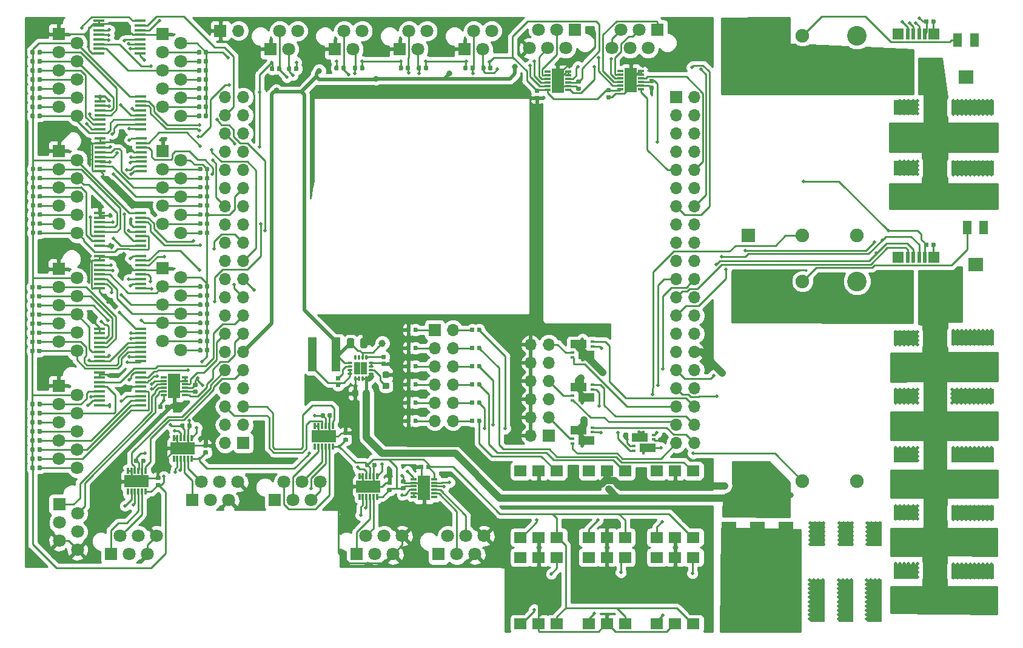
<source format=gbr>
G04 #@! TF.GenerationSoftware,KiCad,Pcbnew,5.0.2-bee76a0~70~ubuntu18.04.1*
G04 #@! TF.CreationDate,2020-03-05T16:19:56+01:00*
G04 #@! TF.ProjectId,myo_shield_pcb,6d796f5f-7368-4696-956c-645f7063622e,rev?*
G04 #@! TF.SameCoordinates,Original*
G04 #@! TF.FileFunction,Copper,L1,Top*
G04 #@! TF.FilePolarity,Positive*
%FSLAX46Y46*%
G04 Gerber Fmt 4.6, Leading zero omitted, Abs format (unit mm)*
G04 Created by KiCad (PCBNEW 5.0.2-bee76a0~70~ubuntu18.04.1) date Do 05 Mär 2020 16:19:56 CET*
%MOMM*%
%LPD*%
G01*
G04 APERTURE LIST*
G04 #@! TA.AperFunction,ComponentPad*
%ADD10R,1.700000X1.700000*%
G04 #@! TD*
G04 #@! TA.AperFunction,ComponentPad*
%ADD11O,1.700000X1.700000*%
G04 #@! TD*
G04 #@! TA.AperFunction,ComponentPad*
%ADD12C,1.800000*%
G04 #@! TD*
G04 #@! TA.AperFunction,ComponentPad*
%ADD13R,1.800000X1.800000*%
G04 #@! TD*
G04 #@! TA.AperFunction,Conductor*
%ADD14C,0.100000*%
G04 #@! TD*
G04 #@! TA.AperFunction,SMDPad,CuDef*
%ADD15C,0.590000*%
G04 #@! TD*
G04 #@! TA.AperFunction,SMDPad,CuDef*
%ADD16R,1.803400X3.403600*%
G04 #@! TD*
G04 #@! TA.AperFunction,SMDPad,CuDef*
%ADD17R,0.812800X0.304800*%
G04 #@! TD*
G04 #@! TA.AperFunction,SMDPad,CuDef*
%ADD18R,0.304800X0.812800*%
G04 #@! TD*
G04 #@! TA.AperFunction,SMDPad,CuDef*
%ADD19R,3.403600X1.803400*%
G04 #@! TD*
G04 #@! TA.AperFunction,SMDPad,CuDef*
%ADD20R,3.500000X2.000000*%
G04 #@! TD*
G04 #@! TA.AperFunction,SMDPad,CuDef*
%ADD21R,6.000000X2.000000*%
G04 #@! TD*
G04 #@! TA.AperFunction,SMDPad,CuDef*
%ADD22R,2.225000X1.205000*%
G04 #@! TD*
G04 #@! TA.AperFunction,SMDPad,CuDef*
%ADD23R,0.580000X0.400000*%
G04 #@! TD*
G04 #@! TA.AperFunction,SMDPad,CuDef*
%ADD24R,0.430000X0.370000*%
G04 #@! TD*
G04 #@! TA.AperFunction,SMDPad,CuDef*
%ADD25R,1.300000X1.900000*%
G04 #@! TD*
G04 #@! TA.AperFunction,SMDPad,CuDef*
%ADD26R,2.000000X1.900000*%
G04 #@! TD*
G04 #@! TA.AperFunction,ComponentPad*
%ADD27C,2.736000*%
G04 #@! TD*
G04 #@! TA.AperFunction,ComponentPad*
%ADD28C,1.911000*%
G04 #@! TD*
G04 #@! TA.AperFunction,ComponentPad*
%ADD29R,1.911000X1.911000*%
G04 #@! TD*
G04 #@! TA.AperFunction,SMDPad,CuDef*
%ADD30R,1.780000X1.520000*%
G04 #@! TD*
G04 #@! TA.AperFunction,SMDPad,CuDef*
%ADD31R,2.000000X3.500000*%
G04 #@! TD*
G04 #@! TA.AperFunction,SMDPad,CuDef*
%ADD32R,2.000000X6.000000*%
G04 #@! TD*
G04 #@! TA.AperFunction,SMDPad,CuDef*
%ADD33R,1.570000X0.410000*%
G04 #@! TD*
G04 #@! TA.AperFunction,SMDPad,CuDef*
%ADD34C,0.875000*%
G04 #@! TD*
G04 #@! TA.AperFunction,SMDPad,CuDef*
%ADD35C,0.975000*%
G04 #@! TD*
G04 #@! TA.AperFunction,SMDPad,CuDef*
%ADD36R,1.180000X4.700000*%
G04 #@! TD*
G04 #@! TA.AperFunction,SMDPad,CuDef*
%ADD37O,0.750000X0.300000*%
G04 #@! TD*
G04 #@! TA.AperFunction,SMDPad,CuDef*
%ADD38O,0.300000X0.750000*%
G04 #@! TD*
G04 #@! TA.AperFunction,SMDPad,CuDef*
%ADD39R,0.900000X0.900000*%
G04 #@! TD*
G04 #@! TA.AperFunction,BGAPad,CuDef*
%ADD40C,1.000000*%
G04 #@! TD*
G04 #@! TA.AperFunction,SMDPad,CuDef*
%ADD41R,1.500000X1.600000*%
G04 #@! TD*
G04 #@! TA.AperFunction,SMDPad,CuDef*
%ADD42R,0.500000X1.600000*%
G04 #@! TD*
G04 #@! TA.AperFunction,SMDPad,CuDef*
%ADD43R,2.400000X3.480000*%
G04 #@! TD*
G04 #@! TA.AperFunction,ViaPad*
%ADD44C,0.500000*%
G04 #@! TD*
G04 #@! TA.AperFunction,ViaPad*
%ADD45C,0.800000*%
G04 #@! TD*
G04 #@! TA.AperFunction,Conductor*
%ADD46C,0.250000*%
G04 #@! TD*
G04 #@! TA.AperFunction,Conductor*
%ADD47C,1.000000*%
G04 #@! TD*
G04 #@! TA.AperFunction,Conductor*
%ADD48C,0.500000*%
G04 #@! TD*
G04 #@! TA.AperFunction,Conductor*
%ADD49C,0.450000*%
G04 #@! TD*
G04 #@! TA.AperFunction,Conductor*
%ADD50C,0.750000*%
G04 #@! TD*
G04 #@! TA.AperFunction,Conductor*
%ADD51C,0.254000*%
G04 #@! TD*
G04 APERTURE END LIST*
D10*
G04 #@! TO.P,J11,1*
G04 #@! TO.N,/FAN0*
X134750000Y-105990000D03*
D11*
G04 #@! TO.P,J11,2*
G04 #@! TO.N,GND*
X132210000Y-105990000D03*
G04 #@! TO.P,J11,3*
G04 #@! TO.N,/FAN1*
X134750000Y-103450000D03*
G04 #@! TO.P,J11,4*
G04 #@! TO.N,GND*
X132210000Y-103450000D03*
G04 #@! TO.P,J11,5*
G04 #@! TO.N,/FAN2*
X134750000Y-100910000D03*
G04 #@! TO.P,J11,6*
G04 #@! TO.N,GND*
X132210000Y-100910000D03*
G04 #@! TO.P,J11,7*
G04 #@! TO.N,/FAN3*
X134750000Y-98370000D03*
G04 #@! TO.P,J11,8*
G04 #@! TO.N,GND*
X132210000Y-98370000D03*
G04 #@! TO.P,J11,9*
G04 #@! TO.N,/FAN4*
X134750000Y-95830000D03*
G04 #@! TO.P,J11,10*
G04 #@! TO.N,GND*
X132210000Y-95830000D03*
G04 #@! TO.P,J11,11*
G04 #@! TO.N,/FAN5*
X134750000Y-93290000D03*
G04 #@! TO.P,J11,12*
G04 #@! TO.N,GND*
X132210000Y-93290000D03*
G04 #@! TD*
D12*
G04 #@! TO.P,J8,6*
G04 #@! TO.N,GND*
X91350000Y-112460000D03*
G04 #@! TO.P,J8,5*
X90080000Y-115000000D03*
D13*
G04 #@! TO.P,J8,1*
G04 #@! TO.N,/icebus3_l_Rx*
X85000000Y-115000000D03*
D12*
G04 #@! TO.P,J8,2*
G04 #@! TO.N,/icebus3_h_Rx*
X86270000Y-112460000D03*
G04 #@! TO.P,J8,3*
G04 #@! TO.N,/icebus3_l_Tx*
X87540000Y-115000000D03*
G04 #@! TO.P,J8,4*
G04 #@! TO.N,/icebus3_h_Tx*
X88810000Y-112460000D03*
G04 #@! TD*
D13*
G04 #@! TO.P,J17,1*
G04 #@! TO.N,GND*
X113945000Y-52070000D03*
D12*
G04 #@! TO.P,J17,2*
G04 #@! TO.N,/SDA_1_AUXILIARY*
X115215000Y-49530000D03*
G04 #@! TO.P,J17,3*
G04 #@! TO.N,/SCL_1_AUXILIARY*
X116485000Y-52070000D03*
G04 #@! TO.P,J17,4*
G04 #@! TO.N,Net-(J17-Pad4)*
X117755000Y-49530000D03*
G04 #@! TD*
D14*
G04 #@! TO.N,GND*
G04 #@! TO.C,C2*
G36*
X114616958Y-112085710D02*
X114631276Y-112087834D01*
X114645317Y-112091351D01*
X114658946Y-112096228D01*
X114672031Y-112102417D01*
X114684447Y-112109858D01*
X114696073Y-112118481D01*
X114706798Y-112128202D01*
X114716519Y-112138927D01*
X114725142Y-112150553D01*
X114732583Y-112162969D01*
X114738772Y-112176054D01*
X114743649Y-112189683D01*
X114747166Y-112203724D01*
X114749290Y-112218042D01*
X114750000Y-112232500D01*
X114750000Y-112527500D01*
X114749290Y-112541958D01*
X114747166Y-112556276D01*
X114743649Y-112570317D01*
X114738772Y-112583946D01*
X114732583Y-112597031D01*
X114725142Y-112609447D01*
X114716519Y-112621073D01*
X114706798Y-112631798D01*
X114696073Y-112641519D01*
X114684447Y-112650142D01*
X114672031Y-112657583D01*
X114658946Y-112663772D01*
X114645317Y-112668649D01*
X114631276Y-112672166D01*
X114616958Y-112674290D01*
X114602500Y-112675000D01*
X114257500Y-112675000D01*
X114243042Y-112674290D01*
X114228724Y-112672166D01*
X114214683Y-112668649D01*
X114201054Y-112663772D01*
X114187969Y-112657583D01*
X114175553Y-112650142D01*
X114163927Y-112641519D01*
X114153202Y-112631798D01*
X114143481Y-112621073D01*
X114134858Y-112609447D01*
X114127417Y-112597031D01*
X114121228Y-112583946D01*
X114116351Y-112570317D01*
X114112834Y-112556276D01*
X114110710Y-112541958D01*
X114110000Y-112527500D01*
X114110000Y-112232500D01*
X114110710Y-112218042D01*
X114112834Y-112203724D01*
X114116351Y-112189683D01*
X114121228Y-112176054D01*
X114127417Y-112162969D01*
X114134858Y-112150553D01*
X114143481Y-112138927D01*
X114153202Y-112128202D01*
X114163927Y-112118481D01*
X114175553Y-112109858D01*
X114187969Y-112102417D01*
X114201054Y-112096228D01*
X114214683Y-112091351D01*
X114228724Y-112087834D01*
X114243042Y-112085710D01*
X114257500Y-112085000D01*
X114602500Y-112085000D01*
X114616958Y-112085710D01*
X114616958Y-112085710D01*
G37*
D15*
G04 #@! TD*
G04 #@! TO.P,C2,2*
G04 #@! TO.N,GND*
X114430000Y-112380000D03*
D14*
G04 #@! TO.N,+3V3*
G04 #@! TO.C,C2*
G36*
X114616958Y-113055710D02*
X114631276Y-113057834D01*
X114645317Y-113061351D01*
X114658946Y-113066228D01*
X114672031Y-113072417D01*
X114684447Y-113079858D01*
X114696073Y-113088481D01*
X114706798Y-113098202D01*
X114716519Y-113108927D01*
X114725142Y-113120553D01*
X114732583Y-113132969D01*
X114738772Y-113146054D01*
X114743649Y-113159683D01*
X114747166Y-113173724D01*
X114749290Y-113188042D01*
X114750000Y-113202500D01*
X114750000Y-113497500D01*
X114749290Y-113511958D01*
X114747166Y-113526276D01*
X114743649Y-113540317D01*
X114738772Y-113553946D01*
X114732583Y-113567031D01*
X114725142Y-113579447D01*
X114716519Y-113591073D01*
X114706798Y-113601798D01*
X114696073Y-113611519D01*
X114684447Y-113620142D01*
X114672031Y-113627583D01*
X114658946Y-113633772D01*
X114645317Y-113638649D01*
X114631276Y-113642166D01*
X114616958Y-113644290D01*
X114602500Y-113645000D01*
X114257500Y-113645000D01*
X114243042Y-113644290D01*
X114228724Y-113642166D01*
X114214683Y-113638649D01*
X114201054Y-113633772D01*
X114187969Y-113627583D01*
X114175553Y-113620142D01*
X114163927Y-113611519D01*
X114153202Y-113601798D01*
X114143481Y-113591073D01*
X114134858Y-113579447D01*
X114127417Y-113567031D01*
X114121228Y-113553946D01*
X114116351Y-113540317D01*
X114112834Y-113526276D01*
X114110710Y-113511958D01*
X114110000Y-113497500D01*
X114110000Y-113202500D01*
X114110710Y-113188042D01*
X114112834Y-113173724D01*
X114116351Y-113159683D01*
X114121228Y-113146054D01*
X114127417Y-113132969D01*
X114134858Y-113120553D01*
X114143481Y-113108927D01*
X114153202Y-113098202D01*
X114163927Y-113088481D01*
X114175553Y-113079858D01*
X114187969Y-113072417D01*
X114201054Y-113066228D01*
X114214683Y-113061351D01*
X114228724Y-113057834D01*
X114243042Y-113055710D01*
X114257500Y-113055000D01*
X114602500Y-113055000D01*
X114616958Y-113055710D01*
X114616958Y-113055710D01*
G37*
D15*
G04 #@! TD*
G04 #@! TO.P,C2,1*
G04 #@! TO.N,+3V3*
X114430000Y-113350000D03*
D12*
G04 #@! TO.P,J20,4*
G04 #@! TO.N,/icebus0_h_Tx*
X123190000Y-120015000D03*
G04 #@! TO.P,J20,3*
G04 #@! TO.N,/icebus0_l_Tx*
X121920000Y-122555000D03*
G04 #@! TO.P,J20,2*
G04 #@! TO.N,/icebus0_h_Rx*
X120650000Y-120015000D03*
D13*
G04 #@! TO.P,J20,1*
G04 #@! TO.N,/icebus0_l_Rx*
X119380000Y-122555000D03*
D12*
G04 #@! TO.P,J20,5*
G04 #@! TO.N,GND*
X124460000Y-122555000D03*
G04 #@! TO.P,J20,6*
X125730000Y-120015000D03*
G04 #@! TD*
D16*
G04 #@! TO.P,U1,13*
G04 #@! TO.N,GND*
X117328131Y-113326258D03*
D17*
G04 #@! TO.P,U1,12*
G04 #@! TO.N,+3V3*
X118775931Y-112076258D03*
G04 #@! TO.P,U1,11*
G04 #@! TO.N,/icebus0_h_Rx*
X118775931Y-112576258D03*
G04 #@! TO.P,U1,10*
G04 #@! TO.N,/icebus0_l_Rx*
X118775931Y-113076258D03*
G04 #@! TO.P,U1,9*
G04 #@! TO.N,/icebus0_h_Tx*
X118775931Y-113576258D03*
G04 #@! TO.P,U1,8*
G04 #@! TO.N,/icebus0_l_Tx*
X118775931Y-114076258D03*
G04 #@! TO.P,U1,7*
G04 #@! TO.N,Net-(U1-Pad7)*
X118775931Y-114576258D03*
G04 #@! TO.P,U1,6*
G04 #@! TO.N,GND*
X115880331Y-114576258D03*
G04 #@! TO.P,U1,5*
X115880331Y-114076258D03*
G04 #@! TO.P,U1,4*
G04 #@! TO.N,/icebus0_tx*
X115880331Y-113576258D03*
G04 #@! TO.P,U1,3*
G04 #@! TO.N,+3V3*
X115880331Y-113076258D03*
G04 #@! TO.P,U1,2*
G04 #@! TO.N,GND*
X115880331Y-112576258D03*
G04 #@! TO.P,U1,1*
G04 #@! TO.N,/icebus0_rx*
X115880331Y-112076258D03*
G04 #@! TD*
D14*
G04 #@! TO.N,GND*
G04 #@! TO.C,C1*
G36*
X117106958Y-110045710D02*
X117121276Y-110047834D01*
X117135317Y-110051351D01*
X117148946Y-110056228D01*
X117162031Y-110062417D01*
X117174447Y-110069858D01*
X117186073Y-110078481D01*
X117196798Y-110088202D01*
X117206519Y-110098927D01*
X117215142Y-110110553D01*
X117222583Y-110122969D01*
X117228772Y-110136054D01*
X117233649Y-110149683D01*
X117237166Y-110163724D01*
X117239290Y-110178042D01*
X117240000Y-110192500D01*
X117240000Y-110537500D01*
X117239290Y-110551958D01*
X117237166Y-110566276D01*
X117233649Y-110580317D01*
X117228772Y-110593946D01*
X117222583Y-110607031D01*
X117215142Y-110619447D01*
X117206519Y-110631073D01*
X117196798Y-110641798D01*
X117186073Y-110651519D01*
X117174447Y-110660142D01*
X117162031Y-110667583D01*
X117148946Y-110673772D01*
X117135317Y-110678649D01*
X117121276Y-110682166D01*
X117106958Y-110684290D01*
X117092500Y-110685000D01*
X116797500Y-110685000D01*
X116783042Y-110684290D01*
X116768724Y-110682166D01*
X116754683Y-110678649D01*
X116741054Y-110673772D01*
X116727969Y-110667583D01*
X116715553Y-110660142D01*
X116703927Y-110651519D01*
X116693202Y-110641798D01*
X116683481Y-110631073D01*
X116674858Y-110619447D01*
X116667417Y-110607031D01*
X116661228Y-110593946D01*
X116656351Y-110580317D01*
X116652834Y-110566276D01*
X116650710Y-110551958D01*
X116650000Y-110537500D01*
X116650000Y-110192500D01*
X116650710Y-110178042D01*
X116652834Y-110163724D01*
X116656351Y-110149683D01*
X116661228Y-110136054D01*
X116667417Y-110122969D01*
X116674858Y-110110553D01*
X116683481Y-110098927D01*
X116693202Y-110088202D01*
X116703927Y-110078481D01*
X116715553Y-110069858D01*
X116727969Y-110062417D01*
X116741054Y-110056228D01*
X116754683Y-110051351D01*
X116768724Y-110047834D01*
X116783042Y-110045710D01*
X116797500Y-110045000D01*
X117092500Y-110045000D01*
X117106958Y-110045710D01*
X117106958Y-110045710D01*
G37*
D15*
G04 #@! TD*
G04 #@! TO.P,C1,2*
G04 #@! TO.N,GND*
X116945000Y-110365000D03*
D14*
G04 #@! TO.N,+3V3*
G04 #@! TO.C,C1*
G36*
X118076958Y-110045710D02*
X118091276Y-110047834D01*
X118105317Y-110051351D01*
X118118946Y-110056228D01*
X118132031Y-110062417D01*
X118144447Y-110069858D01*
X118156073Y-110078481D01*
X118166798Y-110088202D01*
X118176519Y-110098927D01*
X118185142Y-110110553D01*
X118192583Y-110122969D01*
X118198772Y-110136054D01*
X118203649Y-110149683D01*
X118207166Y-110163724D01*
X118209290Y-110178042D01*
X118210000Y-110192500D01*
X118210000Y-110537500D01*
X118209290Y-110551958D01*
X118207166Y-110566276D01*
X118203649Y-110580317D01*
X118198772Y-110593946D01*
X118192583Y-110607031D01*
X118185142Y-110619447D01*
X118176519Y-110631073D01*
X118166798Y-110641798D01*
X118156073Y-110651519D01*
X118144447Y-110660142D01*
X118132031Y-110667583D01*
X118118946Y-110673772D01*
X118105317Y-110678649D01*
X118091276Y-110682166D01*
X118076958Y-110684290D01*
X118062500Y-110685000D01*
X117767500Y-110685000D01*
X117753042Y-110684290D01*
X117738724Y-110682166D01*
X117724683Y-110678649D01*
X117711054Y-110673772D01*
X117697969Y-110667583D01*
X117685553Y-110660142D01*
X117673927Y-110651519D01*
X117663202Y-110641798D01*
X117653481Y-110631073D01*
X117644858Y-110619447D01*
X117637417Y-110607031D01*
X117631228Y-110593946D01*
X117626351Y-110580317D01*
X117622834Y-110566276D01*
X117620710Y-110551958D01*
X117620000Y-110537500D01*
X117620000Y-110192500D01*
X117620710Y-110178042D01*
X117622834Y-110163724D01*
X117626351Y-110149683D01*
X117631228Y-110136054D01*
X117637417Y-110122969D01*
X117644858Y-110110553D01*
X117653481Y-110098927D01*
X117663202Y-110088202D01*
X117673927Y-110078481D01*
X117685553Y-110069858D01*
X117697969Y-110062417D01*
X117711054Y-110056228D01*
X117724683Y-110051351D01*
X117738724Y-110047834D01*
X117753042Y-110045710D01*
X117767500Y-110045000D01*
X118062500Y-110045000D01*
X118076958Y-110045710D01*
X118076958Y-110045710D01*
G37*
D15*
G04 #@! TD*
G04 #@! TO.P,C1,1*
G04 #@! TO.N,+3V3*
X117915000Y-110365000D03*
D12*
G04 #@! TO.P,J16,4*
G04 #@! TO.N,Net-(J16-Pad4)*
X126805000Y-49530000D03*
G04 #@! TO.P,J16,3*
G04 #@! TO.N,/SCL_0_AUXILIARY*
X125535000Y-52070000D03*
G04 #@! TO.P,J16,2*
G04 #@! TO.N,/SDA_0_AUXILIARY*
X124265000Y-49530000D03*
D13*
G04 #@! TO.P,J16,1*
G04 #@! TO.N,GND*
X122995000Y-52070000D03*
G04 #@! TD*
D12*
G04 #@! TO.P,J18,4*
G04 #@! TO.N,Net-(J18-Pad4)*
X108705000Y-49530000D03*
G04 #@! TO.P,J18,3*
G04 #@! TO.N,/SCL_2_AUXILIARY*
X107435000Y-52070000D03*
G04 #@! TO.P,J18,2*
G04 #@! TO.N,/SDA_2_AUXILIARY*
X106165000Y-49530000D03*
D13*
G04 #@! TO.P,J18,1*
G04 #@! TO.N,GND*
X104895000Y-52070000D03*
G04 #@! TD*
D11*
G04 #@! TO.P,J3,40*
G04 #@! TO.N,/fan0_pwm*
X155090000Y-107050000D03*
G04 #@! TO.P,J3,39*
G04 #@! TO.N,/fan1_pwm*
X152550000Y-107050000D03*
G04 #@! TO.P,J3,38*
G04 #@! TO.N,/fan2_pwm*
X155090000Y-104510000D03*
G04 #@! TO.P,J3,37*
G04 #@! TO.N,/fan3_pwm*
X152550000Y-104510000D03*
G04 #@! TO.P,J3,36*
G04 #@! TO.N,/fan4_pwm*
X155090000Y-101970000D03*
G04 #@! TO.P,J3,35*
G04 #@! TO.N,/fan5_pwm*
X152550000Y-101970000D03*
G04 #@! TO.P,J3,34*
G04 #@! TO.N,/power_sense_0*
X155090000Y-99430000D03*
G04 #@! TO.P,J3,33*
G04 #@! TO.N,/power_sense_1*
X152550000Y-99430000D03*
G04 #@! TO.P,J3,32*
G04 #@! TO.N,/power_sense_2*
X155090000Y-96890000D03*
G04 #@! TO.P,J3,31*
G04 #@! TO.N,/power_sense_3*
X152550000Y-96890000D03*
G04 #@! TO.P,J3,30*
G04 #@! TO.N,GND*
X155090000Y-94350000D03*
G04 #@! TO.P,J3,29*
G04 #@! TO.N,+3V3*
X152550000Y-94350000D03*
G04 #@! TO.P,J3,28*
G04 #@! TO.N,/power_sense_4*
X155090000Y-91810000D03*
G04 #@! TO.P,J3,27*
G04 #@! TO.N,/power_sense_5*
X152550000Y-91810000D03*
G04 #@! TO.P,J3,26*
G04 #@! TO.N,/CS_MISO*
X155090000Y-89270000D03*
G04 #@! TO.P,J3,25*
G04 #@! TO.N,/CS_SS_12V*
X152550000Y-89270000D03*
G04 #@! TO.P,J3,24*
G04 #@! TO.N,/CS_CLK*
X155090000Y-86730000D03*
G04 #@! TO.P,J3,23*
G04 #@! TO.N,/CS_SS_5V*
X152550000Y-86730000D03*
G04 #@! TO.P,J3,22*
G04 #@! TO.N,/5V_control*
X155090000Y-84190000D03*
G04 #@! TO.P,J3,21*
G04 #@! TO.N,/12V_control*
X152550000Y-84190000D03*
G04 #@! TO.P,J3,20*
G04 #@! TO.N,Net-(J3-Pad20)*
X155090000Y-81650000D03*
G04 #@! TO.P,J3,19*
G04 #@! TO.N,Net-(J3-Pad19)*
X152550000Y-81650000D03*
G04 #@! TO.P,J3,18*
G04 #@! TO.N,Net-(J3-Pad18)*
X155090000Y-79110000D03*
G04 #@! TO.P,J3,17*
G04 #@! TO.N,Net-(J3-Pad17)*
X152550000Y-79110000D03*
G04 #@! TO.P,J3,16*
G04 #@! TO.N,Net-(J3-Pad16)*
X155090000Y-76570000D03*
G04 #@! TO.P,J3,15*
G04 #@! TO.N,Net-(J3-Pad15)*
X152550000Y-76570000D03*
G04 #@! TO.P,J3,14*
G04 #@! TO.N,/icebus7_tx*
X155090000Y-74030000D03*
G04 #@! TO.P,J3,13*
G04 #@! TO.N,/icebus7_rx*
X152550000Y-74030000D03*
G04 #@! TO.P,J3,12*
G04 #@! TO.N,GND*
X155090000Y-71490000D03*
G04 #@! TO.P,J3,11*
G04 #@! TO.N,+5V*
X152550000Y-71490000D03*
G04 #@! TO.P,J3,10*
G04 #@! TO.N,/icebus6_tx*
X155090000Y-68950000D03*
G04 #@! TO.P,J3,9*
G04 #@! TO.N,/icebus6_rx*
X152550000Y-68950000D03*
G04 #@! TO.P,J3,8*
G04 #@! TO.N,/SCL_3_AUXILIARY*
X155090000Y-66410000D03*
G04 #@! TO.P,J3,7*
G04 #@! TO.N,/SDA_3_AUXILIARY*
X152550000Y-66410000D03*
G04 #@! TO.P,J3,6*
G04 #@! TO.N,/SCL_2_AUXILIARY*
X155090000Y-63870000D03*
G04 #@! TO.P,J3,5*
G04 #@! TO.N,/SDA_2_AUXILIARY*
X152550000Y-63870000D03*
G04 #@! TO.P,J3,4*
G04 #@! TO.N,/SCL_1_AUXILIARY*
X155090000Y-61330000D03*
G04 #@! TO.P,J3,3*
G04 #@! TO.N,/SDA_1_AUXILIARY*
X152550000Y-61330000D03*
G04 #@! TO.P,J3,2*
G04 #@! TO.N,/SCL_0_AUXILIARY*
X155090000Y-58790000D03*
D10*
G04 #@! TO.P,J3,1*
G04 #@! TO.N,/SDA_0_AUXILIARY*
X152550000Y-58790000D03*
G04 #@! TD*
G04 #@! TO.P,J6,1*
G04 #@! TO.N,/icebus0_rx*
X92100000Y-107050000D03*
D11*
G04 #@! TO.P,J6,2*
G04 #@! TO.N,/icebus0_tx*
X89560000Y-107050000D03*
G04 #@! TO.P,J6,3*
G04 #@! TO.N,/icebus1_rx*
X92100000Y-104510000D03*
G04 #@! TO.P,J6,4*
G04 #@! TO.N,/icebus1_tx*
X89560000Y-104510000D03*
G04 #@! TO.P,J6,5*
G04 #@! TO.N,/icebus2_rx*
X92100000Y-101970000D03*
G04 #@! TO.P,J6,6*
G04 #@! TO.N,/icebus2_tx*
X89560000Y-101970000D03*
G04 #@! TO.P,J6,7*
G04 #@! TO.N,/icebus3_rx*
X92100000Y-99430000D03*
G04 #@! TO.P,J6,8*
G04 #@! TO.N,/icebus3_tx*
X89560000Y-99430000D03*
G04 #@! TO.P,J6,9*
G04 #@! TO.N,/icebus4_rx*
X92100000Y-96890000D03*
G04 #@! TO.P,J6,10*
G04 #@! TO.N,/icebus4_tx*
X89560000Y-96890000D03*
G04 #@! TO.P,J6,11*
G04 #@! TO.N,+5V*
X92100000Y-94350000D03*
G04 #@! TO.P,J6,12*
G04 #@! TO.N,GND*
X89560000Y-94350000D03*
G04 #@! TO.P,J6,13*
G04 #@! TO.N,/icebus5_rx*
X92100000Y-91810000D03*
G04 #@! TO.P,J6,14*
G04 #@! TO.N,/icebus5_tx*
X89560000Y-91810000D03*
G04 #@! TO.P,J6,15*
G04 #@! TO.N,/BS0_reset_n*
X92100000Y-89270000D03*
G04 #@! TO.P,J6,16*
G04 #@! TO.N,/BS0_sda*
X89560000Y-89270000D03*
G04 #@! TO.P,J6,17*
G04 #@! TO.N,/BS1_reset_n*
X92100000Y-86730000D03*
G04 #@! TO.P,J6,18*
G04 #@! TO.N,/BS0_scl*
X89560000Y-86730000D03*
G04 #@! TO.P,J6,19*
G04 #@! TO.N,/BS2_reset_n*
X92100000Y-84190000D03*
G04 #@! TO.P,J6,20*
G04 #@! TO.N,/BS1_sda*
X89560000Y-84190000D03*
G04 #@! TO.P,J6,21*
G04 #@! TO.N,/BS3_reset_n*
X92100000Y-81650000D03*
G04 #@! TO.P,J6,22*
G04 #@! TO.N,/BS1_scl*
X89560000Y-81650000D03*
G04 #@! TO.P,J6,23*
G04 #@! TO.N,/BS4_reset_n*
X92100000Y-79110000D03*
G04 #@! TO.P,J6,24*
G04 #@! TO.N,/BS2_sda*
X89560000Y-79110000D03*
G04 #@! TO.P,J6,25*
G04 #@! TO.N,/BS5_reset_n*
X92100000Y-76570000D03*
G04 #@! TO.P,J6,26*
G04 #@! TO.N,/BS2_scl*
X89560000Y-76570000D03*
G04 #@! TO.P,J6,27*
G04 #@! TO.N,/BS6_reset_n*
X92100000Y-74030000D03*
G04 #@! TO.P,J6,28*
G04 #@! TO.N,/BS3_sda*
X89560000Y-74030000D03*
G04 #@! TO.P,J6,29*
G04 #@! TO.N,+3V3*
X92100000Y-71490000D03*
G04 #@! TO.P,J6,30*
G04 #@! TO.N,GND*
X89560000Y-71490000D03*
G04 #@! TO.P,J6,31*
G04 #@! TO.N,Net-(J6-Pad31)*
X92100000Y-68950000D03*
G04 #@! TO.P,J6,32*
G04 #@! TO.N,/BS3_scl*
X89560000Y-68950000D03*
G04 #@! TO.P,J6,33*
G04 #@! TO.N,Net-(J6-Pad33)*
X92100000Y-66410000D03*
G04 #@! TO.P,J6,34*
G04 #@! TO.N,/BS4_sda*
X89560000Y-66410000D03*
G04 #@! TO.P,J6,35*
G04 #@! TO.N,Net-(J6-Pad35)*
X92100000Y-63870000D03*
G04 #@! TO.P,J6,36*
G04 #@! TO.N,/BS4_scl*
X89560000Y-63870000D03*
G04 #@! TO.P,J6,37*
G04 #@! TO.N,/BS6_scl*
X92100000Y-61330000D03*
G04 #@! TO.P,J6,38*
G04 #@! TO.N,/BS5_sda*
X89560000Y-61330000D03*
G04 #@! TO.P,J6,39*
G04 #@! TO.N,/BS6_sda*
X92100000Y-58790000D03*
G04 #@! TO.P,J6,40*
G04 #@! TO.N,/BS5_scl*
X89560000Y-58790000D03*
G04 #@! TD*
D14*
G04 #@! TO.N,GND*
G04 #@! TO.C,C3*
G36*
X85586958Y-99590710D02*
X85601276Y-99592834D01*
X85615317Y-99596351D01*
X85628946Y-99601228D01*
X85642031Y-99607417D01*
X85654447Y-99614858D01*
X85666073Y-99623481D01*
X85676798Y-99633202D01*
X85686519Y-99643927D01*
X85695142Y-99655553D01*
X85702583Y-99667969D01*
X85708772Y-99681054D01*
X85713649Y-99694683D01*
X85717166Y-99708724D01*
X85719290Y-99723042D01*
X85720000Y-99737500D01*
X85720000Y-100032500D01*
X85719290Y-100046958D01*
X85717166Y-100061276D01*
X85713649Y-100075317D01*
X85708772Y-100088946D01*
X85702583Y-100102031D01*
X85695142Y-100114447D01*
X85686519Y-100126073D01*
X85676798Y-100136798D01*
X85666073Y-100146519D01*
X85654447Y-100155142D01*
X85642031Y-100162583D01*
X85628946Y-100168772D01*
X85615317Y-100173649D01*
X85601276Y-100177166D01*
X85586958Y-100179290D01*
X85572500Y-100180000D01*
X85227500Y-100180000D01*
X85213042Y-100179290D01*
X85198724Y-100177166D01*
X85184683Y-100173649D01*
X85171054Y-100168772D01*
X85157969Y-100162583D01*
X85145553Y-100155142D01*
X85133927Y-100146519D01*
X85123202Y-100136798D01*
X85113481Y-100126073D01*
X85104858Y-100114447D01*
X85097417Y-100102031D01*
X85091228Y-100088946D01*
X85086351Y-100075317D01*
X85082834Y-100061276D01*
X85080710Y-100046958D01*
X85080000Y-100032500D01*
X85080000Y-99737500D01*
X85080710Y-99723042D01*
X85082834Y-99708724D01*
X85086351Y-99694683D01*
X85091228Y-99681054D01*
X85097417Y-99667969D01*
X85104858Y-99655553D01*
X85113481Y-99643927D01*
X85123202Y-99633202D01*
X85133927Y-99623481D01*
X85145553Y-99614858D01*
X85157969Y-99607417D01*
X85171054Y-99601228D01*
X85184683Y-99596351D01*
X85198724Y-99592834D01*
X85213042Y-99590710D01*
X85227500Y-99590000D01*
X85572500Y-99590000D01*
X85586958Y-99590710D01*
X85586958Y-99590710D01*
G37*
D15*
G04 #@! TD*
G04 #@! TO.P,C3,2*
G04 #@! TO.N,GND*
X85400000Y-99885000D03*
D14*
G04 #@! TO.N,+3V3*
G04 #@! TO.C,C3*
G36*
X85586958Y-98620710D02*
X85601276Y-98622834D01*
X85615317Y-98626351D01*
X85628946Y-98631228D01*
X85642031Y-98637417D01*
X85654447Y-98644858D01*
X85666073Y-98653481D01*
X85676798Y-98663202D01*
X85686519Y-98673927D01*
X85695142Y-98685553D01*
X85702583Y-98697969D01*
X85708772Y-98711054D01*
X85713649Y-98724683D01*
X85717166Y-98738724D01*
X85719290Y-98753042D01*
X85720000Y-98767500D01*
X85720000Y-99062500D01*
X85719290Y-99076958D01*
X85717166Y-99091276D01*
X85713649Y-99105317D01*
X85708772Y-99118946D01*
X85702583Y-99132031D01*
X85695142Y-99144447D01*
X85686519Y-99156073D01*
X85676798Y-99166798D01*
X85666073Y-99176519D01*
X85654447Y-99185142D01*
X85642031Y-99192583D01*
X85628946Y-99198772D01*
X85615317Y-99203649D01*
X85601276Y-99207166D01*
X85586958Y-99209290D01*
X85572500Y-99210000D01*
X85227500Y-99210000D01*
X85213042Y-99209290D01*
X85198724Y-99207166D01*
X85184683Y-99203649D01*
X85171054Y-99198772D01*
X85157969Y-99192583D01*
X85145553Y-99185142D01*
X85133927Y-99176519D01*
X85123202Y-99166798D01*
X85113481Y-99156073D01*
X85104858Y-99144447D01*
X85097417Y-99132031D01*
X85091228Y-99118946D01*
X85086351Y-99105317D01*
X85082834Y-99091276D01*
X85080710Y-99076958D01*
X85080000Y-99062500D01*
X85080000Y-98767500D01*
X85080710Y-98753042D01*
X85082834Y-98738724D01*
X85086351Y-98724683D01*
X85091228Y-98711054D01*
X85097417Y-98697969D01*
X85104858Y-98685553D01*
X85113481Y-98673927D01*
X85123202Y-98663202D01*
X85133927Y-98653481D01*
X85145553Y-98644858D01*
X85157969Y-98637417D01*
X85171054Y-98631228D01*
X85184683Y-98626351D01*
X85198724Y-98622834D01*
X85213042Y-98620710D01*
X85227500Y-98620000D01*
X85572500Y-98620000D01*
X85586958Y-98620710D01*
X85586958Y-98620710D01*
G37*
D15*
G04 #@! TD*
G04 #@! TO.P,C3,1*
G04 #@! TO.N,+3V3*
X85400000Y-98915000D03*
D14*
G04 #@! TO.N,+3V3*
G04 #@! TO.C,C4*
G36*
X80676958Y-101680710D02*
X80691276Y-101682834D01*
X80705317Y-101686351D01*
X80718946Y-101691228D01*
X80732031Y-101697417D01*
X80744447Y-101704858D01*
X80756073Y-101713481D01*
X80766798Y-101723202D01*
X80776519Y-101733927D01*
X80785142Y-101745553D01*
X80792583Y-101757969D01*
X80798772Y-101771054D01*
X80803649Y-101784683D01*
X80807166Y-101798724D01*
X80809290Y-101813042D01*
X80810000Y-101827500D01*
X80810000Y-102172500D01*
X80809290Y-102186958D01*
X80807166Y-102201276D01*
X80803649Y-102215317D01*
X80798772Y-102228946D01*
X80792583Y-102242031D01*
X80785142Y-102254447D01*
X80776519Y-102266073D01*
X80766798Y-102276798D01*
X80756073Y-102286519D01*
X80744447Y-102295142D01*
X80732031Y-102302583D01*
X80718946Y-102308772D01*
X80705317Y-102313649D01*
X80691276Y-102317166D01*
X80676958Y-102319290D01*
X80662500Y-102320000D01*
X80367500Y-102320000D01*
X80353042Y-102319290D01*
X80338724Y-102317166D01*
X80324683Y-102313649D01*
X80311054Y-102308772D01*
X80297969Y-102302583D01*
X80285553Y-102295142D01*
X80273927Y-102286519D01*
X80263202Y-102276798D01*
X80253481Y-102266073D01*
X80244858Y-102254447D01*
X80237417Y-102242031D01*
X80231228Y-102228946D01*
X80226351Y-102215317D01*
X80222834Y-102201276D01*
X80220710Y-102186958D01*
X80220000Y-102172500D01*
X80220000Y-101827500D01*
X80220710Y-101813042D01*
X80222834Y-101798724D01*
X80226351Y-101784683D01*
X80231228Y-101771054D01*
X80237417Y-101757969D01*
X80244858Y-101745553D01*
X80253481Y-101733927D01*
X80263202Y-101723202D01*
X80273927Y-101713481D01*
X80285553Y-101704858D01*
X80297969Y-101697417D01*
X80311054Y-101691228D01*
X80324683Y-101686351D01*
X80338724Y-101682834D01*
X80353042Y-101680710D01*
X80367500Y-101680000D01*
X80662500Y-101680000D01*
X80676958Y-101680710D01*
X80676958Y-101680710D01*
G37*
D15*
G04 #@! TD*
G04 #@! TO.P,C4,1*
G04 #@! TO.N,+3V3*
X80515000Y-102000000D03*
D14*
G04 #@! TO.N,GND*
G04 #@! TO.C,C4*
G36*
X81646958Y-101680710D02*
X81661276Y-101682834D01*
X81675317Y-101686351D01*
X81688946Y-101691228D01*
X81702031Y-101697417D01*
X81714447Y-101704858D01*
X81726073Y-101713481D01*
X81736798Y-101723202D01*
X81746519Y-101733927D01*
X81755142Y-101745553D01*
X81762583Y-101757969D01*
X81768772Y-101771054D01*
X81773649Y-101784683D01*
X81777166Y-101798724D01*
X81779290Y-101813042D01*
X81780000Y-101827500D01*
X81780000Y-102172500D01*
X81779290Y-102186958D01*
X81777166Y-102201276D01*
X81773649Y-102215317D01*
X81768772Y-102228946D01*
X81762583Y-102242031D01*
X81755142Y-102254447D01*
X81746519Y-102266073D01*
X81736798Y-102276798D01*
X81726073Y-102286519D01*
X81714447Y-102295142D01*
X81702031Y-102302583D01*
X81688946Y-102308772D01*
X81675317Y-102313649D01*
X81661276Y-102317166D01*
X81646958Y-102319290D01*
X81632500Y-102320000D01*
X81337500Y-102320000D01*
X81323042Y-102319290D01*
X81308724Y-102317166D01*
X81294683Y-102313649D01*
X81281054Y-102308772D01*
X81267969Y-102302583D01*
X81255553Y-102295142D01*
X81243927Y-102286519D01*
X81233202Y-102276798D01*
X81223481Y-102266073D01*
X81214858Y-102254447D01*
X81207417Y-102242031D01*
X81201228Y-102228946D01*
X81196351Y-102215317D01*
X81192834Y-102201276D01*
X81190710Y-102186958D01*
X81190000Y-102172500D01*
X81190000Y-101827500D01*
X81190710Y-101813042D01*
X81192834Y-101798724D01*
X81196351Y-101784683D01*
X81201228Y-101771054D01*
X81207417Y-101757969D01*
X81214858Y-101745553D01*
X81223481Y-101733927D01*
X81233202Y-101723202D01*
X81243927Y-101713481D01*
X81255553Y-101704858D01*
X81267969Y-101697417D01*
X81281054Y-101691228D01*
X81294683Y-101686351D01*
X81308724Y-101682834D01*
X81323042Y-101680710D01*
X81337500Y-101680000D01*
X81632500Y-101680000D01*
X81646958Y-101680710D01*
X81646958Y-101680710D01*
G37*
D15*
G04 #@! TD*
G04 #@! TO.P,C4,2*
G04 #@! TO.N,GND*
X81485000Y-102000000D03*
D14*
G04 #@! TO.N,GND*
G04 #@! TO.C,C5*
G36*
X106576958Y-105337187D02*
X106591276Y-105339311D01*
X106605317Y-105342828D01*
X106618946Y-105347705D01*
X106632031Y-105353894D01*
X106644447Y-105361335D01*
X106656073Y-105369958D01*
X106666798Y-105379679D01*
X106676519Y-105390404D01*
X106685142Y-105402030D01*
X106692583Y-105414446D01*
X106698772Y-105427531D01*
X106703649Y-105441160D01*
X106707166Y-105455201D01*
X106709290Y-105469519D01*
X106710000Y-105483977D01*
X106710000Y-105778977D01*
X106709290Y-105793435D01*
X106707166Y-105807753D01*
X106703649Y-105821794D01*
X106698772Y-105835423D01*
X106692583Y-105848508D01*
X106685142Y-105860924D01*
X106676519Y-105872550D01*
X106666798Y-105883275D01*
X106656073Y-105892996D01*
X106644447Y-105901619D01*
X106632031Y-105909060D01*
X106618946Y-105915249D01*
X106605317Y-105920126D01*
X106591276Y-105923643D01*
X106576958Y-105925767D01*
X106562500Y-105926477D01*
X106217500Y-105926477D01*
X106203042Y-105925767D01*
X106188724Y-105923643D01*
X106174683Y-105920126D01*
X106161054Y-105915249D01*
X106147969Y-105909060D01*
X106135553Y-105901619D01*
X106123927Y-105892996D01*
X106113202Y-105883275D01*
X106103481Y-105872550D01*
X106094858Y-105860924D01*
X106087417Y-105848508D01*
X106081228Y-105835423D01*
X106076351Y-105821794D01*
X106072834Y-105807753D01*
X106070710Y-105793435D01*
X106070000Y-105778977D01*
X106070000Y-105483977D01*
X106070710Y-105469519D01*
X106072834Y-105455201D01*
X106076351Y-105441160D01*
X106081228Y-105427531D01*
X106087417Y-105414446D01*
X106094858Y-105402030D01*
X106103481Y-105390404D01*
X106113202Y-105379679D01*
X106123927Y-105369958D01*
X106135553Y-105361335D01*
X106147969Y-105353894D01*
X106161054Y-105347705D01*
X106174683Y-105342828D01*
X106188724Y-105339311D01*
X106203042Y-105337187D01*
X106217500Y-105336477D01*
X106562500Y-105336477D01*
X106576958Y-105337187D01*
X106576958Y-105337187D01*
G37*
D15*
G04 #@! TD*
G04 #@! TO.P,C5,2*
G04 #@! TO.N,GND*
X106390000Y-105631477D03*
D14*
G04 #@! TO.N,+3V3*
G04 #@! TO.C,C5*
G36*
X106576958Y-106307187D02*
X106591276Y-106309311D01*
X106605317Y-106312828D01*
X106618946Y-106317705D01*
X106632031Y-106323894D01*
X106644447Y-106331335D01*
X106656073Y-106339958D01*
X106666798Y-106349679D01*
X106676519Y-106360404D01*
X106685142Y-106372030D01*
X106692583Y-106384446D01*
X106698772Y-106397531D01*
X106703649Y-106411160D01*
X106707166Y-106425201D01*
X106709290Y-106439519D01*
X106710000Y-106453977D01*
X106710000Y-106748977D01*
X106709290Y-106763435D01*
X106707166Y-106777753D01*
X106703649Y-106791794D01*
X106698772Y-106805423D01*
X106692583Y-106818508D01*
X106685142Y-106830924D01*
X106676519Y-106842550D01*
X106666798Y-106853275D01*
X106656073Y-106862996D01*
X106644447Y-106871619D01*
X106632031Y-106879060D01*
X106618946Y-106885249D01*
X106605317Y-106890126D01*
X106591276Y-106893643D01*
X106576958Y-106895767D01*
X106562500Y-106896477D01*
X106217500Y-106896477D01*
X106203042Y-106895767D01*
X106188724Y-106893643D01*
X106174683Y-106890126D01*
X106161054Y-106885249D01*
X106147969Y-106879060D01*
X106135553Y-106871619D01*
X106123927Y-106862996D01*
X106113202Y-106853275D01*
X106103481Y-106842550D01*
X106094858Y-106830924D01*
X106087417Y-106818508D01*
X106081228Y-106805423D01*
X106076351Y-106791794D01*
X106072834Y-106777753D01*
X106070710Y-106763435D01*
X106070000Y-106748977D01*
X106070000Y-106453977D01*
X106070710Y-106439519D01*
X106072834Y-106425201D01*
X106076351Y-106411160D01*
X106081228Y-106397531D01*
X106087417Y-106384446D01*
X106094858Y-106372030D01*
X106103481Y-106360404D01*
X106113202Y-106349679D01*
X106123927Y-106339958D01*
X106135553Y-106331335D01*
X106147969Y-106323894D01*
X106161054Y-106317705D01*
X106174683Y-106312828D01*
X106188724Y-106309311D01*
X106203042Y-106307187D01*
X106217500Y-106306477D01*
X106562500Y-106306477D01*
X106576958Y-106307187D01*
X106576958Y-106307187D01*
G37*
D15*
G04 #@! TD*
G04 #@! TO.P,C5,1*
G04 #@! TO.N,+3V3*
X106390000Y-106601477D03*
D14*
G04 #@! TO.N,+3V3*
G04 #@! TO.C,C6*
G36*
X103376958Y-102880710D02*
X103391276Y-102882834D01*
X103405317Y-102886351D01*
X103418946Y-102891228D01*
X103432031Y-102897417D01*
X103444447Y-102904858D01*
X103456073Y-102913481D01*
X103466798Y-102923202D01*
X103476519Y-102933927D01*
X103485142Y-102945553D01*
X103492583Y-102957969D01*
X103498772Y-102971054D01*
X103503649Y-102984683D01*
X103507166Y-102998724D01*
X103509290Y-103013042D01*
X103510000Y-103027500D01*
X103510000Y-103372500D01*
X103509290Y-103386958D01*
X103507166Y-103401276D01*
X103503649Y-103415317D01*
X103498772Y-103428946D01*
X103492583Y-103442031D01*
X103485142Y-103454447D01*
X103476519Y-103466073D01*
X103466798Y-103476798D01*
X103456073Y-103486519D01*
X103444447Y-103495142D01*
X103432031Y-103502583D01*
X103418946Y-103508772D01*
X103405317Y-103513649D01*
X103391276Y-103517166D01*
X103376958Y-103519290D01*
X103362500Y-103520000D01*
X103067500Y-103520000D01*
X103053042Y-103519290D01*
X103038724Y-103517166D01*
X103024683Y-103513649D01*
X103011054Y-103508772D01*
X102997969Y-103502583D01*
X102985553Y-103495142D01*
X102973927Y-103486519D01*
X102963202Y-103476798D01*
X102953481Y-103466073D01*
X102944858Y-103454447D01*
X102937417Y-103442031D01*
X102931228Y-103428946D01*
X102926351Y-103415317D01*
X102922834Y-103401276D01*
X102920710Y-103386958D01*
X102920000Y-103372500D01*
X102920000Y-103027500D01*
X102920710Y-103013042D01*
X102922834Y-102998724D01*
X102926351Y-102984683D01*
X102931228Y-102971054D01*
X102937417Y-102957969D01*
X102944858Y-102945553D01*
X102953481Y-102933927D01*
X102963202Y-102923202D01*
X102973927Y-102913481D01*
X102985553Y-102904858D01*
X102997969Y-102897417D01*
X103011054Y-102891228D01*
X103024683Y-102886351D01*
X103038724Y-102882834D01*
X103053042Y-102880710D01*
X103067500Y-102880000D01*
X103362500Y-102880000D01*
X103376958Y-102880710D01*
X103376958Y-102880710D01*
G37*
D15*
G04 #@! TD*
G04 #@! TO.P,C6,1*
G04 #@! TO.N,+3V3*
X103215000Y-103200000D03*
D14*
G04 #@! TO.N,GND*
G04 #@! TO.C,C6*
G36*
X104346958Y-102880710D02*
X104361276Y-102882834D01*
X104375317Y-102886351D01*
X104388946Y-102891228D01*
X104402031Y-102897417D01*
X104414447Y-102904858D01*
X104426073Y-102913481D01*
X104436798Y-102923202D01*
X104446519Y-102933927D01*
X104455142Y-102945553D01*
X104462583Y-102957969D01*
X104468772Y-102971054D01*
X104473649Y-102984683D01*
X104477166Y-102998724D01*
X104479290Y-103013042D01*
X104480000Y-103027500D01*
X104480000Y-103372500D01*
X104479290Y-103386958D01*
X104477166Y-103401276D01*
X104473649Y-103415317D01*
X104468772Y-103428946D01*
X104462583Y-103442031D01*
X104455142Y-103454447D01*
X104446519Y-103466073D01*
X104436798Y-103476798D01*
X104426073Y-103486519D01*
X104414447Y-103495142D01*
X104402031Y-103502583D01*
X104388946Y-103508772D01*
X104375317Y-103513649D01*
X104361276Y-103517166D01*
X104346958Y-103519290D01*
X104332500Y-103520000D01*
X104037500Y-103520000D01*
X104023042Y-103519290D01*
X104008724Y-103517166D01*
X103994683Y-103513649D01*
X103981054Y-103508772D01*
X103967969Y-103502583D01*
X103955553Y-103495142D01*
X103943927Y-103486519D01*
X103933202Y-103476798D01*
X103923481Y-103466073D01*
X103914858Y-103454447D01*
X103907417Y-103442031D01*
X103901228Y-103428946D01*
X103896351Y-103415317D01*
X103892834Y-103401276D01*
X103890710Y-103386958D01*
X103890000Y-103372500D01*
X103890000Y-103027500D01*
X103890710Y-103013042D01*
X103892834Y-102998724D01*
X103896351Y-102984683D01*
X103901228Y-102971054D01*
X103907417Y-102957969D01*
X103914858Y-102945553D01*
X103923481Y-102933927D01*
X103933202Y-102923202D01*
X103943927Y-102913481D01*
X103955553Y-102904858D01*
X103967969Y-102897417D01*
X103981054Y-102891228D01*
X103994683Y-102886351D01*
X104008724Y-102882834D01*
X104023042Y-102880710D01*
X104037500Y-102880000D01*
X104332500Y-102880000D01*
X104346958Y-102880710D01*
X104346958Y-102880710D01*
G37*
D15*
G04 #@! TD*
G04 #@! TO.P,C6,2*
G04 #@! TO.N,GND*
X104185000Y-103200000D03*
D14*
G04 #@! TO.N,+3V3*
G04 #@! TO.C,C7*
G36*
X80401148Y-112580016D02*
X80415466Y-112582140D01*
X80429507Y-112585657D01*
X80443136Y-112590534D01*
X80456221Y-112596723D01*
X80468637Y-112604164D01*
X80480263Y-112612787D01*
X80490988Y-112622508D01*
X80500709Y-112633233D01*
X80509332Y-112644859D01*
X80516773Y-112657275D01*
X80522962Y-112670360D01*
X80527839Y-112683989D01*
X80531356Y-112698030D01*
X80533480Y-112712348D01*
X80534190Y-112726806D01*
X80534190Y-113021806D01*
X80533480Y-113036264D01*
X80531356Y-113050582D01*
X80527839Y-113064623D01*
X80522962Y-113078252D01*
X80516773Y-113091337D01*
X80509332Y-113103753D01*
X80500709Y-113115379D01*
X80490988Y-113126104D01*
X80480263Y-113135825D01*
X80468637Y-113144448D01*
X80456221Y-113151889D01*
X80443136Y-113158078D01*
X80429507Y-113162955D01*
X80415466Y-113166472D01*
X80401148Y-113168596D01*
X80386690Y-113169306D01*
X80041690Y-113169306D01*
X80027232Y-113168596D01*
X80012914Y-113166472D01*
X79998873Y-113162955D01*
X79985244Y-113158078D01*
X79972159Y-113151889D01*
X79959743Y-113144448D01*
X79948117Y-113135825D01*
X79937392Y-113126104D01*
X79927671Y-113115379D01*
X79919048Y-113103753D01*
X79911607Y-113091337D01*
X79905418Y-113078252D01*
X79900541Y-113064623D01*
X79897024Y-113050582D01*
X79894900Y-113036264D01*
X79894190Y-113021806D01*
X79894190Y-112726806D01*
X79894900Y-112712348D01*
X79897024Y-112698030D01*
X79900541Y-112683989D01*
X79905418Y-112670360D01*
X79911607Y-112657275D01*
X79919048Y-112644859D01*
X79927671Y-112633233D01*
X79937392Y-112622508D01*
X79948117Y-112612787D01*
X79959743Y-112604164D01*
X79972159Y-112596723D01*
X79985244Y-112590534D01*
X79998873Y-112585657D01*
X80012914Y-112582140D01*
X80027232Y-112580016D01*
X80041690Y-112579306D01*
X80386690Y-112579306D01*
X80401148Y-112580016D01*
X80401148Y-112580016D01*
G37*
D15*
G04 #@! TD*
G04 #@! TO.P,C7,1*
G04 #@! TO.N,+3V3*
X80214190Y-112874306D03*
D14*
G04 #@! TO.N,GND*
G04 #@! TO.C,C7*
G36*
X80401148Y-111610016D02*
X80415466Y-111612140D01*
X80429507Y-111615657D01*
X80443136Y-111620534D01*
X80456221Y-111626723D01*
X80468637Y-111634164D01*
X80480263Y-111642787D01*
X80490988Y-111652508D01*
X80500709Y-111663233D01*
X80509332Y-111674859D01*
X80516773Y-111687275D01*
X80522962Y-111700360D01*
X80527839Y-111713989D01*
X80531356Y-111728030D01*
X80533480Y-111742348D01*
X80534190Y-111756806D01*
X80534190Y-112051806D01*
X80533480Y-112066264D01*
X80531356Y-112080582D01*
X80527839Y-112094623D01*
X80522962Y-112108252D01*
X80516773Y-112121337D01*
X80509332Y-112133753D01*
X80500709Y-112145379D01*
X80490988Y-112156104D01*
X80480263Y-112165825D01*
X80468637Y-112174448D01*
X80456221Y-112181889D01*
X80443136Y-112188078D01*
X80429507Y-112192955D01*
X80415466Y-112196472D01*
X80401148Y-112198596D01*
X80386690Y-112199306D01*
X80041690Y-112199306D01*
X80027232Y-112198596D01*
X80012914Y-112196472D01*
X79998873Y-112192955D01*
X79985244Y-112188078D01*
X79972159Y-112181889D01*
X79959743Y-112174448D01*
X79948117Y-112165825D01*
X79937392Y-112156104D01*
X79927671Y-112145379D01*
X79919048Y-112133753D01*
X79911607Y-112121337D01*
X79905418Y-112108252D01*
X79900541Y-112094623D01*
X79897024Y-112080582D01*
X79894900Y-112066264D01*
X79894190Y-112051806D01*
X79894190Y-111756806D01*
X79894900Y-111742348D01*
X79897024Y-111728030D01*
X79900541Y-111713989D01*
X79905418Y-111700360D01*
X79911607Y-111687275D01*
X79919048Y-111674859D01*
X79927671Y-111663233D01*
X79937392Y-111652508D01*
X79948117Y-111642787D01*
X79959743Y-111634164D01*
X79972159Y-111626723D01*
X79985244Y-111620534D01*
X79998873Y-111615657D01*
X80012914Y-111612140D01*
X80027232Y-111610016D01*
X80041690Y-111609306D01*
X80386690Y-111609306D01*
X80401148Y-111610016D01*
X80401148Y-111610016D01*
G37*
D15*
G04 #@! TD*
G04 #@! TO.P,C7,2*
G04 #@! TO.N,GND*
X80214190Y-111904306D03*
D14*
G04 #@! TO.N,GND*
G04 #@! TO.C,C8*
G36*
X78276958Y-109200710D02*
X78291276Y-109202834D01*
X78305317Y-109206351D01*
X78318946Y-109211228D01*
X78332031Y-109217417D01*
X78344447Y-109224858D01*
X78356073Y-109233481D01*
X78366798Y-109243202D01*
X78376519Y-109253927D01*
X78385142Y-109265553D01*
X78392583Y-109277969D01*
X78398772Y-109291054D01*
X78403649Y-109304683D01*
X78407166Y-109318724D01*
X78409290Y-109333042D01*
X78410000Y-109347500D01*
X78410000Y-109692500D01*
X78409290Y-109706958D01*
X78407166Y-109721276D01*
X78403649Y-109735317D01*
X78398772Y-109748946D01*
X78392583Y-109762031D01*
X78385142Y-109774447D01*
X78376519Y-109786073D01*
X78366798Y-109796798D01*
X78356073Y-109806519D01*
X78344447Y-109815142D01*
X78332031Y-109822583D01*
X78318946Y-109828772D01*
X78305317Y-109833649D01*
X78291276Y-109837166D01*
X78276958Y-109839290D01*
X78262500Y-109840000D01*
X77967500Y-109840000D01*
X77953042Y-109839290D01*
X77938724Y-109837166D01*
X77924683Y-109833649D01*
X77911054Y-109828772D01*
X77897969Y-109822583D01*
X77885553Y-109815142D01*
X77873927Y-109806519D01*
X77863202Y-109796798D01*
X77853481Y-109786073D01*
X77844858Y-109774447D01*
X77837417Y-109762031D01*
X77831228Y-109748946D01*
X77826351Y-109735317D01*
X77822834Y-109721276D01*
X77820710Y-109706958D01*
X77820000Y-109692500D01*
X77820000Y-109347500D01*
X77820710Y-109333042D01*
X77822834Y-109318724D01*
X77826351Y-109304683D01*
X77831228Y-109291054D01*
X77837417Y-109277969D01*
X77844858Y-109265553D01*
X77853481Y-109253927D01*
X77863202Y-109243202D01*
X77873927Y-109233481D01*
X77885553Y-109224858D01*
X77897969Y-109217417D01*
X77911054Y-109211228D01*
X77924683Y-109206351D01*
X77938724Y-109202834D01*
X77953042Y-109200710D01*
X77967500Y-109200000D01*
X78262500Y-109200000D01*
X78276958Y-109200710D01*
X78276958Y-109200710D01*
G37*
D15*
G04 #@! TD*
G04 #@! TO.P,C8,2*
G04 #@! TO.N,GND*
X78115000Y-109520000D03*
D14*
G04 #@! TO.N,+3V3*
G04 #@! TO.C,C8*
G36*
X77306958Y-109200710D02*
X77321276Y-109202834D01*
X77335317Y-109206351D01*
X77348946Y-109211228D01*
X77362031Y-109217417D01*
X77374447Y-109224858D01*
X77386073Y-109233481D01*
X77396798Y-109243202D01*
X77406519Y-109253927D01*
X77415142Y-109265553D01*
X77422583Y-109277969D01*
X77428772Y-109291054D01*
X77433649Y-109304683D01*
X77437166Y-109318724D01*
X77439290Y-109333042D01*
X77440000Y-109347500D01*
X77440000Y-109692500D01*
X77439290Y-109706958D01*
X77437166Y-109721276D01*
X77433649Y-109735317D01*
X77428772Y-109748946D01*
X77422583Y-109762031D01*
X77415142Y-109774447D01*
X77406519Y-109786073D01*
X77396798Y-109796798D01*
X77386073Y-109806519D01*
X77374447Y-109815142D01*
X77362031Y-109822583D01*
X77348946Y-109828772D01*
X77335317Y-109833649D01*
X77321276Y-109837166D01*
X77306958Y-109839290D01*
X77292500Y-109840000D01*
X76997500Y-109840000D01*
X76983042Y-109839290D01*
X76968724Y-109837166D01*
X76954683Y-109833649D01*
X76941054Y-109828772D01*
X76927969Y-109822583D01*
X76915553Y-109815142D01*
X76903927Y-109806519D01*
X76893202Y-109796798D01*
X76883481Y-109786073D01*
X76874858Y-109774447D01*
X76867417Y-109762031D01*
X76861228Y-109748946D01*
X76856351Y-109735317D01*
X76852834Y-109721276D01*
X76850710Y-109706958D01*
X76850000Y-109692500D01*
X76850000Y-109347500D01*
X76850710Y-109333042D01*
X76852834Y-109318724D01*
X76856351Y-109304683D01*
X76861228Y-109291054D01*
X76867417Y-109277969D01*
X76874858Y-109265553D01*
X76883481Y-109253927D01*
X76893202Y-109243202D01*
X76903927Y-109233481D01*
X76915553Y-109224858D01*
X76927969Y-109217417D01*
X76941054Y-109211228D01*
X76954683Y-109206351D01*
X76968724Y-109202834D01*
X76983042Y-109200710D01*
X76997500Y-109200000D01*
X77292500Y-109200000D01*
X77306958Y-109200710D01*
X77306958Y-109200710D01*
G37*
D15*
G04 #@! TD*
G04 #@! TO.P,C8,1*
G04 #@! TO.N,+3V3*
X77145000Y-109520000D03*
D14*
G04 #@! TO.N,GND*
G04 #@! TO.C,C9*
G36*
X112686958Y-112320710D02*
X112701276Y-112322834D01*
X112715317Y-112326351D01*
X112728946Y-112331228D01*
X112742031Y-112337417D01*
X112754447Y-112344858D01*
X112766073Y-112353481D01*
X112776798Y-112363202D01*
X112786519Y-112373927D01*
X112795142Y-112385553D01*
X112802583Y-112397969D01*
X112808772Y-112411054D01*
X112813649Y-112424683D01*
X112817166Y-112438724D01*
X112819290Y-112453042D01*
X112820000Y-112467500D01*
X112820000Y-112762500D01*
X112819290Y-112776958D01*
X112817166Y-112791276D01*
X112813649Y-112805317D01*
X112808772Y-112818946D01*
X112802583Y-112832031D01*
X112795142Y-112844447D01*
X112786519Y-112856073D01*
X112776798Y-112866798D01*
X112766073Y-112876519D01*
X112754447Y-112885142D01*
X112742031Y-112892583D01*
X112728946Y-112898772D01*
X112715317Y-112903649D01*
X112701276Y-112907166D01*
X112686958Y-112909290D01*
X112672500Y-112910000D01*
X112327500Y-112910000D01*
X112313042Y-112909290D01*
X112298724Y-112907166D01*
X112284683Y-112903649D01*
X112271054Y-112898772D01*
X112257969Y-112892583D01*
X112245553Y-112885142D01*
X112233927Y-112876519D01*
X112223202Y-112866798D01*
X112213481Y-112856073D01*
X112204858Y-112844447D01*
X112197417Y-112832031D01*
X112191228Y-112818946D01*
X112186351Y-112805317D01*
X112182834Y-112791276D01*
X112180710Y-112776958D01*
X112180000Y-112762500D01*
X112180000Y-112467500D01*
X112180710Y-112453042D01*
X112182834Y-112438724D01*
X112186351Y-112424683D01*
X112191228Y-112411054D01*
X112197417Y-112397969D01*
X112204858Y-112385553D01*
X112213481Y-112373927D01*
X112223202Y-112363202D01*
X112233927Y-112353481D01*
X112245553Y-112344858D01*
X112257969Y-112337417D01*
X112271054Y-112331228D01*
X112284683Y-112326351D01*
X112298724Y-112322834D01*
X112313042Y-112320710D01*
X112327500Y-112320000D01*
X112672500Y-112320000D01*
X112686958Y-112320710D01*
X112686958Y-112320710D01*
G37*
D15*
G04 #@! TD*
G04 #@! TO.P,C9,2*
G04 #@! TO.N,GND*
X112500000Y-112615000D03*
D14*
G04 #@! TO.N,+3V3*
G04 #@! TO.C,C9*
G36*
X112686958Y-113290710D02*
X112701276Y-113292834D01*
X112715317Y-113296351D01*
X112728946Y-113301228D01*
X112742031Y-113307417D01*
X112754447Y-113314858D01*
X112766073Y-113323481D01*
X112776798Y-113333202D01*
X112786519Y-113343927D01*
X112795142Y-113355553D01*
X112802583Y-113367969D01*
X112808772Y-113381054D01*
X112813649Y-113394683D01*
X112817166Y-113408724D01*
X112819290Y-113423042D01*
X112820000Y-113437500D01*
X112820000Y-113732500D01*
X112819290Y-113746958D01*
X112817166Y-113761276D01*
X112813649Y-113775317D01*
X112808772Y-113788946D01*
X112802583Y-113802031D01*
X112795142Y-113814447D01*
X112786519Y-113826073D01*
X112776798Y-113836798D01*
X112766073Y-113846519D01*
X112754447Y-113855142D01*
X112742031Y-113862583D01*
X112728946Y-113868772D01*
X112715317Y-113873649D01*
X112701276Y-113877166D01*
X112686958Y-113879290D01*
X112672500Y-113880000D01*
X112327500Y-113880000D01*
X112313042Y-113879290D01*
X112298724Y-113877166D01*
X112284683Y-113873649D01*
X112271054Y-113868772D01*
X112257969Y-113862583D01*
X112245553Y-113855142D01*
X112233927Y-113846519D01*
X112223202Y-113836798D01*
X112213481Y-113826073D01*
X112204858Y-113814447D01*
X112197417Y-113802031D01*
X112191228Y-113788946D01*
X112186351Y-113775317D01*
X112182834Y-113761276D01*
X112180710Y-113746958D01*
X112180000Y-113732500D01*
X112180000Y-113437500D01*
X112180710Y-113423042D01*
X112182834Y-113408724D01*
X112186351Y-113394683D01*
X112191228Y-113381054D01*
X112197417Y-113367969D01*
X112204858Y-113355553D01*
X112213481Y-113343927D01*
X112223202Y-113333202D01*
X112233927Y-113323481D01*
X112245553Y-113314858D01*
X112257969Y-113307417D01*
X112271054Y-113301228D01*
X112284683Y-113296351D01*
X112298724Y-113292834D01*
X112313042Y-113290710D01*
X112327500Y-113290000D01*
X112672500Y-113290000D01*
X112686958Y-113290710D01*
X112686958Y-113290710D01*
G37*
D15*
G04 #@! TD*
G04 #@! TO.P,C9,1*
G04 #@! TO.N,+3V3*
X112500000Y-113585000D03*
D14*
G04 #@! TO.N,+3V3*
G04 #@! TO.C,C10*
G36*
X109576958Y-109780710D02*
X109591276Y-109782834D01*
X109605317Y-109786351D01*
X109618946Y-109791228D01*
X109632031Y-109797417D01*
X109644447Y-109804858D01*
X109656073Y-109813481D01*
X109666798Y-109823202D01*
X109676519Y-109833927D01*
X109685142Y-109845553D01*
X109692583Y-109857969D01*
X109698772Y-109871054D01*
X109703649Y-109884683D01*
X109707166Y-109898724D01*
X109709290Y-109913042D01*
X109710000Y-109927500D01*
X109710000Y-110272500D01*
X109709290Y-110286958D01*
X109707166Y-110301276D01*
X109703649Y-110315317D01*
X109698772Y-110328946D01*
X109692583Y-110342031D01*
X109685142Y-110354447D01*
X109676519Y-110366073D01*
X109666798Y-110376798D01*
X109656073Y-110386519D01*
X109644447Y-110395142D01*
X109632031Y-110402583D01*
X109618946Y-110408772D01*
X109605317Y-110413649D01*
X109591276Y-110417166D01*
X109576958Y-110419290D01*
X109562500Y-110420000D01*
X109267500Y-110420000D01*
X109253042Y-110419290D01*
X109238724Y-110417166D01*
X109224683Y-110413649D01*
X109211054Y-110408772D01*
X109197969Y-110402583D01*
X109185553Y-110395142D01*
X109173927Y-110386519D01*
X109163202Y-110376798D01*
X109153481Y-110366073D01*
X109144858Y-110354447D01*
X109137417Y-110342031D01*
X109131228Y-110328946D01*
X109126351Y-110315317D01*
X109122834Y-110301276D01*
X109120710Y-110286958D01*
X109120000Y-110272500D01*
X109120000Y-109927500D01*
X109120710Y-109913042D01*
X109122834Y-109898724D01*
X109126351Y-109884683D01*
X109131228Y-109871054D01*
X109137417Y-109857969D01*
X109144858Y-109845553D01*
X109153481Y-109833927D01*
X109163202Y-109823202D01*
X109173927Y-109813481D01*
X109185553Y-109804858D01*
X109197969Y-109797417D01*
X109211054Y-109791228D01*
X109224683Y-109786351D01*
X109238724Y-109782834D01*
X109253042Y-109780710D01*
X109267500Y-109780000D01*
X109562500Y-109780000D01*
X109576958Y-109780710D01*
X109576958Y-109780710D01*
G37*
D15*
G04 #@! TD*
G04 #@! TO.P,C10,1*
G04 #@! TO.N,+3V3*
X109415000Y-110100000D03*
D14*
G04 #@! TO.N,GND*
G04 #@! TO.C,C10*
G36*
X110546958Y-109780710D02*
X110561276Y-109782834D01*
X110575317Y-109786351D01*
X110588946Y-109791228D01*
X110602031Y-109797417D01*
X110614447Y-109804858D01*
X110626073Y-109813481D01*
X110636798Y-109823202D01*
X110646519Y-109833927D01*
X110655142Y-109845553D01*
X110662583Y-109857969D01*
X110668772Y-109871054D01*
X110673649Y-109884683D01*
X110677166Y-109898724D01*
X110679290Y-109913042D01*
X110680000Y-109927500D01*
X110680000Y-110272500D01*
X110679290Y-110286958D01*
X110677166Y-110301276D01*
X110673649Y-110315317D01*
X110668772Y-110328946D01*
X110662583Y-110342031D01*
X110655142Y-110354447D01*
X110646519Y-110366073D01*
X110636798Y-110376798D01*
X110626073Y-110386519D01*
X110614447Y-110395142D01*
X110602031Y-110402583D01*
X110588946Y-110408772D01*
X110575317Y-110413649D01*
X110561276Y-110417166D01*
X110546958Y-110419290D01*
X110532500Y-110420000D01*
X110237500Y-110420000D01*
X110223042Y-110419290D01*
X110208724Y-110417166D01*
X110194683Y-110413649D01*
X110181054Y-110408772D01*
X110167969Y-110402583D01*
X110155553Y-110395142D01*
X110143927Y-110386519D01*
X110133202Y-110376798D01*
X110123481Y-110366073D01*
X110114858Y-110354447D01*
X110107417Y-110342031D01*
X110101228Y-110328946D01*
X110096351Y-110315317D01*
X110092834Y-110301276D01*
X110090710Y-110286958D01*
X110090000Y-110272500D01*
X110090000Y-109927500D01*
X110090710Y-109913042D01*
X110092834Y-109898724D01*
X110096351Y-109884683D01*
X110101228Y-109871054D01*
X110107417Y-109857969D01*
X110114858Y-109845553D01*
X110123481Y-109833927D01*
X110133202Y-109823202D01*
X110143927Y-109813481D01*
X110155553Y-109804858D01*
X110167969Y-109797417D01*
X110181054Y-109791228D01*
X110194683Y-109786351D01*
X110208724Y-109782834D01*
X110223042Y-109780710D01*
X110237500Y-109780000D01*
X110532500Y-109780000D01*
X110546958Y-109780710D01*
X110546958Y-109780710D01*
G37*
D15*
G04 #@! TD*
G04 #@! TO.P,C10,2*
G04 #@! TO.N,GND*
X110385000Y-110100000D03*
D14*
G04 #@! TO.N,+3V3*
G04 #@! TO.C,C11*
G36*
X87026958Y-108070710D02*
X87041276Y-108072834D01*
X87055317Y-108076351D01*
X87068946Y-108081228D01*
X87082031Y-108087417D01*
X87094447Y-108094858D01*
X87106073Y-108103481D01*
X87116798Y-108113202D01*
X87126519Y-108123927D01*
X87135142Y-108135553D01*
X87142583Y-108147969D01*
X87148772Y-108161054D01*
X87153649Y-108174683D01*
X87157166Y-108188724D01*
X87159290Y-108203042D01*
X87160000Y-108217500D01*
X87160000Y-108512500D01*
X87159290Y-108526958D01*
X87157166Y-108541276D01*
X87153649Y-108555317D01*
X87148772Y-108568946D01*
X87142583Y-108582031D01*
X87135142Y-108594447D01*
X87126519Y-108606073D01*
X87116798Y-108616798D01*
X87106073Y-108626519D01*
X87094447Y-108635142D01*
X87082031Y-108642583D01*
X87068946Y-108648772D01*
X87055317Y-108653649D01*
X87041276Y-108657166D01*
X87026958Y-108659290D01*
X87012500Y-108660000D01*
X86667500Y-108660000D01*
X86653042Y-108659290D01*
X86638724Y-108657166D01*
X86624683Y-108653649D01*
X86611054Y-108648772D01*
X86597969Y-108642583D01*
X86585553Y-108635142D01*
X86573927Y-108626519D01*
X86563202Y-108616798D01*
X86553481Y-108606073D01*
X86544858Y-108594447D01*
X86537417Y-108582031D01*
X86531228Y-108568946D01*
X86526351Y-108555317D01*
X86522834Y-108541276D01*
X86520710Y-108526958D01*
X86520000Y-108512500D01*
X86520000Y-108217500D01*
X86520710Y-108203042D01*
X86522834Y-108188724D01*
X86526351Y-108174683D01*
X86531228Y-108161054D01*
X86537417Y-108147969D01*
X86544858Y-108135553D01*
X86553481Y-108123927D01*
X86563202Y-108113202D01*
X86573927Y-108103481D01*
X86585553Y-108094858D01*
X86597969Y-108087417D01*
X86611054Y-108081228D01*
X86624683Y-108076351D01*
X86638724Y-108072834D01*
X86653042Y-108070710D01*
X86667500Y-108070000D01*
X87012500Y-108070000D01*
X87026958Y-108070710D01*
X87026958Y-108070710D01*
G37*
D15*
G04 #@! TD*
G04 #@! TO.P,C11,1*
G04 #@! TO.N,+3V3*
X86840000Y-108365000D03*
D14*
G04 #@! TO.N,GND*
G04 #@! TO.C,C11*
G36*
X87026958Y-107100710D02*
X87041276Y-107102834D01*
X87055317Y-107106351D01*
X87068946Y-107111228D01*
X87082031Y-107117417D01*
X87094447Y-107124858D01*
X87106073Y-107133481D01*
X87116798Y-107143202D01*
X87126519Y-107153927D01*
X87135142Y-107165553D01*
X87142583Y-107177969D01*
X87148772Y-107191054D01*
X87153649Y-107204683D01*
X87157166Y-107218724D01*
X87159290Y-107233042D01*
X87160000Y-107247500D01*
X87160000Y-107542500D01*
X87159290Y-107556958D01*
X87157166Y-107571276D01*
X87153649Y-107585317D01*
X87148772Y-107598946D01*
X87142583Y-107612031D01*
X87135142Y-107624447D01*
X87126519Y-107636073D01*
X87116798Y-107646798D01*
X87106073Y-107656519D01*
X87094447Y-107665142D01*
X87082031Y-107672583D01*
X87068946Y-107678772D01*
X87055317Y-107683649D01*
X87041276Y-107687166D01*
X87026958Y-107689290D01*
X87012500Y-107690000D01*
X86667500Y-107690000D01*
X86653042Y-107689290D01*
X86638724Y-107687166D01*
X86624683Y-107683649D01*
X86611054Y-107678772D01*
X86597969Y-107672583D01*
X86585553Y-107665142D01*
X86573927Y-107656519D01*
X86563202Y-107646798D01*
X86553481Y-107636073D01*
X86544858Y-107624447D01*
X86537417Y-107612031D01*
X86531228Y-107598946D01*
X86526351Y-107585317D01*
X86522834Y-107571276D01*
X86520710Y-107556958D01*
X86520000Y-107542500D01*
X86520000Y-107247500D01*
X86520710Y-107233042D01*
X86522834Y-107218724D01*
X86526351Y-107204683D01*
X86531228Y-107191054D01*
X86537417Y-107177969D01*
X86544858Y-107165553D01*
X86553481Y-107153927D01*
X86563202Y-107143202D01*
X86573927Y-107133481D01*
X86585553Y-107124858D01*
X86597969Y-107117417D01*
X86611054Y-107111228D01*
X86624683Y-107106351D01*
X86638724Y-107102834D01*
X86653042Y-107100710D01*
X86667500Y-107100000D01*
X87012500Y-107100000D01*
X87026958Y-107100710D01*
X87026958Y-107100710D01*
G37*
D15*
G04 #@! TD*
G04 #@! TO.P,C11,2*
G04 #@! TO.N,GND*
X86840000Y-107395000D03*
D14*
G04 #@! TO.N,GND*
G04 #@! TO.C,C12*
G36*
X84736958Y-104310710D02*
X84751276Y-104312834D01*
X84765317Y-104316351D01*
X84778946Y-104321228D01*
X84792031Y-104327417D01*
X84804447Y-104334858D01*
X84816073Y-104343481D01*
X84826798Y-104353202D01*
X84836519Y-104363927D01*
X84845142Y-104375553D01*
X84852583Y-104387969D01*
X84858772Y-104401054D01*
X84863649Y-104414683D01*
X84867166Y-104428724D01*
X84869290Y-104443042D01*
X84870000Y-104457500D01*
X84870000Y-104802500D01*
X84869290Y-104816958D01*
X84867166Y-104831276D01*
X84863649Y-104845317D01*
X84858772Y-104858946D01*
X84852583Y-104872031D01*
X84845142Y-104884447D01*
X84836519Y-104896073D01*
X84826798Y-104906798D01*
X84816073Y-104916519D01*
X84804447Y-104925142D01*
X84792031Y-104932583D01*
X84778946Y-104938772D01*
X84765317Y-104943649D01*
X84751276Y-104947166D01*
X84736958Y-104949290D01*
X84722500Y-104950000D01*
X84427500Y-104950000D01*
X84413042Y-104949290D01*
X84398724Y-104947166D01*
X84384683Y-104943649D01*
X84371054Y-104938772D01*
X84357969Y-104932583D01*
X84345553Y-104925142D01*
X84333927Y-104916519D01*
X84323202Y-104906798D01*
X84313481Y-104896073D01*
X84304858Y-104884447D01*
X84297417Y-104872031D01*
X84291228Y-104858946D01*
X84286351Y-104845317D01*
X84282834Y-104831276D01*
X84280710Y-104816958D01*
X84280000Y-104802500D01*
X84280000Y-104457500D01*
X84280710Y-104443042D01*
X84282834Y-104428724D01*
X84286351Y-104414683D01*
X84291228Y-104401054D01*
X84297417Y-104387969D01*
X84304858Y-104375553D01*
X84313481Y-104363927D01*
X84323202Y-104353202D01*
X84333927Y-104343481D01*
X84345553Y-104334858D01*
X84357969Y-104327417D01*
X84371054Y-104321228D01*
X84384683Y-104316351D01*
X84398724Y-104312834D01*
X84413042Y-104310710D01*
X84427500Y-104310000D01*
X84722500Y-104310000D01*
X84736958Y-104310710D01*
X84736958Y-104310710D01*
G37*
D15*
G04 #@! TD*
G04 #@! TO.P,C12,2*
G04 #@! TO.N,GND*
X84575000Y-104630000D03*
D14*
G04 #@! TO.N,+3V3*
G04 #@! TO.C,C12*
G36*
X83766958Y-104310710D02*
X83781276Y-104312834D01*
X83795317Y-104316351D01*
X83808946Y-104321228D01*
X83822031Y-104327417D01*
X83834447Y-104334858D01*
X83846073Y-104343481D01*
X83856798Y-104353202D01*
X83866519Y-104363927D01*
X83875142Y-104375553D01*
X83882583Y-104387969D01*
X83888772Y-104401054D01*
X83893649Y-104414683D01*
X83897166Y-104428724D01*
X83899290Y-104443042D01*
X83900000Y-104457500D01*
X83900000Y-104802500D01*
X83899290Y-104816958D01*
X83897166Y-104831276D01*
X83893649Y-104845317D01*
X83888772Y-104858946D01*
X83882583Y-104872031D01*
X83875142Y-104884447D01*
X83866519Y-104896073D01*
X83856798Y-104906798D01*
X83846073Y-104916519D01*
X83834447Y-104925142D01*
X83822031Y-104932583D01*
X83808946Y-104938772D01*
X83795317Y-104943649D01*
X83781276Y-104947166D01*
X83766958Y-104949290D01*
X83752500Y-104950000D01*
X83457500Y-104950000D01*
X83443042Y-104949290D01*
X83428724Y-104947166D01*
X83414683Y-104943649D01*
X83401054Y-104938772D01*
X83387969Y-104932583D01*
X83375553Y-104925142D01*
X83363927Y-104916519D01*
X83353202Y-104906798D01*
X83343481Y-104896073D01*
X83334858Y-104884447D01*
X83327417Y-104872031D01*
X83321228Y-104858946D01*
X83316351Y-104845317D01*
X83312834Y-104831276D01*
X83310710Y-104816958D01*
X83310000Y-104802500D01*
X83310000Y-104457500D01*
X83310710Y-104443042D01*
X83312834Y-104428724D01*
X83316351Y-104414683D01*
X83321228Y-104401054D01*
X83327417Y-104387969D01*
X83334858Y-104375553D01*
X83343481Y-104363927D01*
X83353202Y-104353202D01*
X83363927Y-104343481D01*
X83375553Y-104334858D01*
X83387969Y-104327417D01*
X83401054Y-104321228D01*
X83414683Y-104316351D01*
X83428724Y-104312834D01*
X83443042Y-104310710D01*
X83457500Y-104310000D01*
X83752500Y-104310000D01*
X83766958Y-104310710D01*
X83766958Y-104310710D01*
G37*
D15*
G04 #@! TD*
G04 #@! TO.P,C12,1*
G04 #@! TO.N,+3V3*
X83605000Y-104630000D03*
D12*
G04 #@! TO.P,J1,4*
G04 #@! TO.N,/icebus4_h_Tx*
X77470000Y-120015000D03*
G04 #@! TO.P,J1,3*
G04 #@! TO.N,/icebus4_l_Tx*
X76200000Y-122555000D03*
G04 #@! TO.P,J1,2*
G04 #@! TO.N,/icebus4_h_Rx*
X74930000Y-120015000D03*
D13*
G04 #@! TO.P,J1,1*
G04 #@! TO.N,/icebus4_l_Rx*
X73660000Y-122555000D03*
D12*
G04 #@! TO.P,J1,5*
G04 #@! TO.N,GND*
X78740000Y-122555000D03*
G04 #@! TO.P,J1,6*
X80010000Y-120015000D03*
G04 #@! TD*
G04 #@! TO.P,J2,6*
G04 #@! TO.N,GND*
X114300000Y-120015000D03*
G04 #@! TO.P,J2,5*
X113030000Y-122555000D03*
D13*
G04 #@! TO.P,J2,1*
G04 #@! TO.N,/icebus1_l_Rx*
X107950000Y-122555000D03*
D12*
G04 #@! TO.P,J2,2*
G04 #@! TO.N,/icebus1_h_Rx*
X109220000Y-120015000D03*
G04 #@! TO.P,J2,3*
G04 #@! TO.N,/icebus1_l_Tx*
X110490000Y-122555000D03*
G04 #@! TO.P,J2,4*
G04 #@! TO.N,/icebus1_h_Tx*
X111760000Y-120015000D03*
G04 #@! TD*
G04 #@! TO.P,J4,4*
G04 #@! TO.N,/icebus5_h_Tx*
X68940000Y-119410000D03*
G04 #@! TO.P,J4,3*
G04 #@! TO.N,/icebus5_l_Tx*
X66400000Y-118140000D03*
G04 #@! TO.P,J4,2*
G04 #@! TO.N,/icebus5_h_Rx*
X68940000Y-116870000D03*
D13*
G04 #@! TO.P,J4,1*
G04 #@! TO.N,/icebus5_l_Rx*
X66400000Y-115600000D03*
D12*
G04 #@! TO.P,J4,5*
G04 #@! TO.N,GND*
X66400000Y-120680000D03*
G04 #@! TO.P,J4,6*
X68940000Y-121950000D03*
G04 #@! TD*
G04 #@! TO.P,J5,4*
G04 #@! TO.N,/icebus2_h_Tx*
X100330000Y-112460000D03*
G04 #@! TO.P,J5,3*
G04 #@! TO.N,/icebus2_l_Tx*
X99060000Y-115000000D03*
G04 #@! TO.P,J5,2*
G04 #@! TO.N,/icebus2_h_Rx*
X97790000Y-112460000D03*
D13*
G04 #@! TO.P,J5,1*
G04 #@! TO.N,/icebus2_l_Rx*
X96520000Y-115000000D03*
D12*
G04 #@! TO.P,J5,5*
G04 #@! TO.N,GND*
X101600000Y-115000000D03*
G04 #@! TO.P,J5,6*
X102870000Y-112460000D03*
G04 #@! TD*
G04 #@! TO.P,J10,4*
G04 #@! TO.N,/sheet5E503EE1/SDA0*
X68880000Y-102870000D03*
G04 #@! TO.P,J10,3*
G04 #@! TO.N,/sheet5E503EE1/SCL0*
X66340000Y-101600000D03*
G04 #@! TO.P,J10,2*
G04 #@! TO.N,+3V3*
X68880000Y-100330000D03*
D13*
G04 #@! TO.P,J10,1*
G04 #@! TO.N,GND*
X66340000Y-99060000D03*
D12*
G04 #@! TO.P,J10,5*
G04 #@! TO.N,/sheet5E503EE1/SCL1*
X66340000Y-104140000D03*
G04 #@! TO.P,J10,6*
G04 #@! TO.N,/sheet5E503EE1/SDA1*
X68880000Y-105410000D03*
G04 #@! TO.P,J10,7*
G04 #@! TO.N,/sheet5E503EE1/SCL2*
X66340000Y-106680000D03*
G04 #@! TO.P,J10,8*
G04 #@! TO.N,/sheet5E503EE1/SDA2*
X68880000Y-107950000D03*
G04 #@! TO.P,J10,9*
G04 #@! TO.N,/sheet5E503EE1/SCL3*
X66340000Y-109220000D03*
G04 #@! TO.P,J10,10*
G04 #@! TO.N,/sheet5E503EE1/SDA3*
X68880000Y-110490000D03*
G04 #@! TD*
G04 #@! TO.P,J12,10*
G04 #@! TO.N,/sheet5E503EE2/SDA3*
X83385000Y-77705000D03*
G04 #@! TO.P,J12,9*
G04 #@! TO.N,/sheet5E503EE2/SCL3*
X80845000Y-76435000D03*
G04 #@! TO.P,J12,8*
G04 #@! TO.N,/sheet5E503EE2/SDA2*
X83385000Y-75165000D03*
G04 #@! TO.P,J12,7*
G04 #@! TO.N,/sheet5E503EE2/SCL2*
X80845000Y-73895000D03*
G04 #@! TO.P,J12,6*
G04 #@! TO.N,/sheet5E503EE2/SDA1*
X83385000Y-72625000D03*
G04 #@! TO.P,J12,5*
G04 #@! TO.N,/sheet5E503EE2/SCL1*
X80845000Y-71355000D03*
D13*
G04 #@! TO.P,J12,1*
G04 #@! TO.N,GND*
X80845000Y-66275000D03*
D12*
G04 #@! TO.P,J12,2*
G04 #@! TO.N,+3V3*
X83385000Y-67545000D03*
G04 #@! TO.P,J12,3*
G04 #@! TO.N,/sheet5E503EE2/SCL0*
X80845000Y-68815000D03*
G04 #@! TO.P,J12,4*
G04 #@! TO.N,/sheet5E503EE2/SDA0*
X83385000Y-70085000D03*
G04 #@! TD*
G04 #@! TO.P,J13,4*
G04 #@! TO.N,/sheet5E50644B/SDA0*
X83385000Y-86465000D03*
G04 #@! TO.P,J13,3*
G04 #@! TO.N,/sheet5E50644B/SCL0*
X80845000Y-85195000D03*
G04 #@! TO.P,J13,2*
G04 #@! TO.N,+3V3*
X83385000Y-83925000D03*
D13*
G04 #@! TO.P,J13,1*
G04 #@! TO.N,GND*
X80845000Y-82655000D03*
D12*
G04 #@! TO.P,J13,5*
G04 #@! TO.N,/sheet5E50644B/SCL1*
X80845000Y-87735000D03*
G04 #@! TO.P,J13,6*
G04 #@! TO.N,/sheet5E50644B/SDA1*
X83385000Y-89005000D03*
G04 #@! TO.P,J13,7*
G04 #@! TO.N,/sheet5E50644B/SCL2*
X80845000Y-90275000D03*
G04 #@! TO.P,J13,8*
G04 #@! TO.N,/sheet5E50644B/SDA2*
X83385000Y-91545000D03*
G04 #@! TO.P,J13,9*
G04 #@! TO.N,/sheet5E50644B/SCL3*
X80845000Y-92815000D03*
G04 #@! TO.P,J13,10*
G04 #@! TO.N,/sheet5E50644B/SDA3*
X83385000Y-94085000D03*
G04 #@! TD*
G04 #@! TO.P,J14,10*
G04 #@! TO.N,/sheet5E506450/SDA3*
X68910000Y-77705000D03*
G04 #@! TO.P,J14,9*
G04 #@! TO.N,/sheet5E506450/SCL3*
X66370000Y-76435000D03*
G04 #@! TO.P,J14,8*
G04 #@! TO.N,/sheet5E506450/SDA2*
X68910000Y-75165000D03*
G04 #@! TO.P,J14,7*
G04 #@! TO.N,/sheet5E506450/SCL2*
X66370000Y-73895000D03*
G04 #@! TO.P,J14,6*
G04 #@! TO.N,/sheet5E506450/SDA1*
X68910000Y-72625000D03*
G04 #@! TO.P,J14,5*
G04 #@! TO.N,/sheet5E506450/SCL1*
X66370000Y-71355000D03*
D13*
G04 #@! TO.P,J14,1*
G04 #@! TO.N,GND*
X66370000Y-66275000D03*
D12*
G04 #@! TO.P,J14,2*
G04 #@! TO.N,+3V3*
X68910000Y-67545000D03*
G04 #@! TO.P,J14,3*
G04 #@! TO.N,/sheet5E506450/SCL0*
X66370000Y-68815000D03*
G04 #@! TO.P,J14,4*
G04 #@! TO.N,/sheet5E506450/SDA0*
X68910000Y-70085000D03*
G04 #@! TD*
G04 #@! TO.P,J15,10*
G04 #@! TO.N,/sheet5E5085F5/SDA3*
X68845000Y-94185000D03*
G04 #@! TO.P,J15,9*
G04 #@! TO.N,/sheet5E5085F5/SCL3*
X66305000Y-92915000D03*
G04 #@! TO.P,J15,8*
G04 #@! TO.N,/sheet5E5085F5/SDA2*
X68845000Y-91645000D03*
G04 #@! TO.P,J15,7*
G04 #@! TO.N,/sheet5E5085F5/SCL2*
X66305000Y-90375000D03*
G04 #@! TO.P,J15,6*
G04 #@! TO.N,/sheet5E5085F5/SDA1*
X68845000Y-89105000D03*
G04 #@! TO.P,J15,5*
G04 #@! TO.N,/sheet5E5085F5/SCL1*
X66305000Y-87835000D03*
D13*
G04 #@! TO.P,J15,1*
G04 #@! TO.N,GND*
X66305000Y-82755000D03*
D12*
G04 #@! TO.P,J15,2*
G04 #@! TO.N,+3V3*
X68845000Y-84025000D03*
G04 #@! TO.P,J15,3*
G04 #@! TO.N,/sheet5E5085F5/SCL0*
X66305000Y-85295000D03*
G04 #@! TO.P,J15,4*
G04 #@! TO.N,/sheet5E5085F5/SDA0*
X68845000Y-86565000D03*
G04 #@! TD*
G04 #@! TO.P,J21,4*
G04 #@! TO.N,Net-(J21-Pad4)*
X99705000Y-49530000D03*
G04 #@! TO.P,J21,3*
G04 #@! TO.N,/SCL_3_AUXILIARY*
X98435000Y-52070000D03*
G04 #@! TO.P,J21,2*
G04 #@! TO.N,/SDA_3_AUXILIARY*
X97165000Y-49530000D03*
D13*
G04 #@! TO.P,J21,1*
G04 #@! TO.N,GND*
X95895000Y-52070000D03*
G04 #@! TD*
D18*
G04 #@! TO.P,U2,1*
G04 #@! TO.N,/icebus1_rx*
X110800852Y-111647761D03*
G04 #@! TO.P,U2,2*
G04 #@! TO.N,GND*
X110300852Y-111647761D03*
G04 #@! TO.P,U2,3*
G04 #@! TO.N,+3V3*
X109800852Y-111647761D03*
G04 #@! TO.P,U2,4*
G04 #@! TO.N,/icebus1_tx*
X109300852Y-111647761D03*
G04 #@! TO.P,U2,5*
G04 #@! TO.N,GND*
X108800852Y-111647761D03*
G04 #@! TO.P,U2,6*
X108300852Y-111647761D03*
G04 #@! TO.P,U2,7*
G04 #@! TO.N,Net-(U2-Pad7)*
X108300852Y-114543361D03*
G04 #@! TO.P,U2,8*
G04 #@! TO.N,/icebus1_l_Tx*
X108800852Y-114543361D03*
G04 #@! TO.P,U2,9*
G04 #@! TO.N,/icebus1_h_Tx*
X109300852Y-114543361D03*
G04 #@! TO.P,U2,10*
G04 #@! TO.N,/icebus1_l_Rx*
X109800852Y-114543361D03*
G04 #@! TO.P,U2,11*
G04 #@! TO.N,/icebus1_h_Rx*
X110300852Y-114543361D03*
G04 #@! TO.P,U2,12*
G04 #@! TO.N,+3V3*
X110800852Y-114543361D03*
D19*
G04 #@! TO.P,U2,13*
G04 #@! TO.N,GND*
X109550852Y-113095561D03*
G04 #@! TD*
G04 #@! TO.P,U3,13*
G04 #@! TO.N,GND*
X103355408Y-106116477D03*
D18*
G04 #@! TO.P,U3,12*
G04 #@! TO.N,+3V3*
X104605408Y-107564277D03*
G04 #@! TO.P,U3,11*
G04 #@! TO.N,/icebus2_h_Rx*
X104105408Y-107564277D03*
G04 #@! TO.P,U3,10*
G04 #@! TO.N,/icebus2_l_Rx*
X103605408Y-107564277D03*
G04 #@! TO.P,U3,9*
G04 #@! TO.N,/icebus2_h_Tx*
X103105408Y-107564277D03*
G04 #@! TO.P,U3,8*
G04 #@! TO.N,/icebus2_l_Tx*
X102605408Y-107564277D03*
G04 #@! TO.P,U3,7*
G04 #@! TO.N,Net-(U3-Pad7)*
X102105408Y-107564277D03*
G04 #@! TO.P,U3,6*
G04 #@! TO.N,GND*
X102105408Y-104668677D03*
G04 #@! TO.P,U3,5*
X102605408Y-104668677D03*
G04 #@! TO.P,U3,4*
G04 #@! TO.N,/icebus2_tx*
X103105408Y-104668677D03*
G04 #@! TO.P,U3,3*
G04 #@! TO.N,+3V3*
X103605408Y-104668677D03*
G04 #@! TO.P,U3,2*
G04 #@! TO.N,GND*
X104105408Y-104668677D03*
G04 #@! TO.P,U3,1*
G04 #@! TO.N,/icebus2_rx*
X104605408Y-104668677D03*
G04 #@! TD*
G04 #@! TO.P,U4,1*
G04 #@! TO.N,/icebus3_rx*
X84890000Y-106332200D03*
G04 #@! TO.P,U4,2*
G04 #@! TO.N,GND*
X84390000Y-106332200D03*
G04 #@! TO.P,U4,3*
G04 #@! TO.N,+3V3*
X83890000Y-106332200D03*
G04 #@! TO.P,U4,4*
G04 #@! TO.N,/icebus3_tx*
X83390000Y-106332200D03*
G04 #@! TO.P,U4,5*
G04 #@! TO.N,GND*
X82890000Y-106332200D03*
G04 #@! TO.P,U4,6*
X82390000Y-106332200D03*
G04 #@! TO.P,U4,7*
G04 #@! TO.N,Net-(U4-Pad7)*
X82390000Y-109227800D03*
G04 #@! TO.P,U4,8*
G04 #@! TO.N,/icebus3_l_Tx*
X82890000Y-109227800D03*
G04 #@! TO.P,U4,9*
G04 #@! TO.N,/icebus3_h_Tx*
X83390000Y-109227800D03*
G04 #@! TO.P,U4,10*
G04 #@! TO.N,/icebus3_l_Rx*
X83890000Y-109227800D03*
G04 #@! TO.P,U4,11*
G04 #@! TO.N,/icebus3_h_Rx*
X84390000Y-109227800D03*
G04 #@! TO.P,U4,12*
G04 #@! TO.N,+3V3*
X84890000Y-109227800D03*
D19*
G04 #@! TO.P,U4,13*
G04 #@! TO.N,GND*
X83640000Y-107780000D03*
G04 #@! TD*
D18*
G04 #@! TO.P,U5,1*
G04 #@! TO.N,/icebus4_rx*
X78464190Y-110941506D03*
G04 #@! TO.P,U5,2*
G04 #@! TO.N,GND*
X77964190Y-110941506D03*
G04 #@! TO.P,U5,3*
G04 #@! TO.N,+3V3*
X77464190Y-110941506D03*
G04 #@! TO.P,U5,4*
G04 #@! TO.N,/icebus4_tx*
X76964190Y-110941506D03*
G04 #@! TO.P,U5,5*
G04 #@! TO.N,GND*
X76464190Y-110941506D03*
G04 #@! TO.P,U5,6*
X75964190Y-110941506D03*
G04 #@! TO.P,U5,7*
G04 #@! TO.N,Net-(U5-Pad7)*
X75964190Y-113837106D03*
G04 #@! TO.P,U5,8*
G04 #@! TO.N,/icebus4_l_Tx*
X76464190Y-113837106D03*
G04 #@! TO.P,U5,9*
G04 #@! TO.N,/icebus4_h_Tx*
X76964190Y-113837106D03*
G04 #@! TO.P,U5,10*
G04 #@! TO.N,/icebus4_l_Rx*
X77464190Y-113837106D03*
G04 #@! TO.P,U5,11*
G04 #@! TO.N,/icebus4_h_Rx*
X77964190Y-113837106D03*
G04 #@! TO.P,U5,12*
G04 #@! TO.N,+3V3*
X78464190Y-113837106D03*
D19*
G04 #@! TO.P,U5,13*
G04 #@! TO.N,GND*
X77214190Y-112389306D03*
G04 #@! TD*
D16*
G04 #@! TO.P,U6,13*
G04 #@! TO.N,GND*
X82470694Y-99099190D03*
D17*
G04 #@! TO.P,U6,12*
G04 #@! TO.N,+3V3*
X81022894Y-100349190D03*
G04 #@! TO.P,U6,11*
G04 #@! TO.N,/icebus5_h_Rx*
X81022894Y-99849190D03*
G04 #@! TO.P,U6,10*
G04 #@! TO.N,/icebus5_l_Rx*
X81022894Y-99349190D03*
G04 #@! TO.P,U6,9*
G04 #@! TO.N,/icebus5_h_Tx*
X81022894Y-98849190D03*
G04 #@! TO.P,U6,8*
G04 #@! TO.N,/icebus5_l_Tx*
X81022894Y-98349190D03*
G04 #@! TO.P,U6,7*
G04 #@! TO.N,Net-(U6-Pad7)*
X81022894Y-97849190D03*
G04 #@! TO.P,U6,6*
G04 #@! TO.N,GND*
X83918494Y-97849190D03*
G04 #@! TO.P,U6,5*
X83918494Y-98349190D03*
G04 #@! TO.P,U6,4*
G04 #@! TO.N,/icebus5_tx*
X83918494Y-98849190D03*
G04 #@! TO.P,U6,3*
G04 #@! TO.N,+3V3*
X83918494Y-99349190D03*
G04 #@! TO.P,U6,2*
G04 #@! TO.N,GND*
X83918494Y-99849190D03*
G04 #@! TO.P,U6,1*
G04 #@! TO.N,/icebus5_rx*
X83918494Y-100349190D03*
G04 #@! TD*
D20*
G04 #@! TO.P,J31,1*
G04 #@! TO.N,GND*
X184650000Y-68700000D03*
D21*
X193900000Y-68700000D03*
G04 #@! TO.P,J31,2*
G04 #@! TO.N,+12V*
X193900000Y-72700000D03*
D20*
X184650000Y-72700000D03*
G04 #@! TD*
D22*
G04 #@! TO.P,Q1,D1*
G04 #@! TO.N,+24V*
X138902500Y-105262500D03*
G04 #@! TO.P,Q1,D2*
X139997500Y-106717500D03*
D23*
G04 #@! TO.P,Q1,S2*
G04 #@! TO.N,/FAN1*
X138090000Y-106440000D03*
G04 #@! TO.P,Q1,G2*
G04 #@! TO.N,/fan1_pwm*
X138090000Y-107090000D03*
G04 #@! TO.P,Q1,S1*
G04 #@! TO.N,/FAN0*
X140810000Y-105540000D03*
G04 #@! TO.P,Q1,G1*
G04 #@! TO.N,/fan0_pwm*
X140810100Y-104890000D03*
D24*
G04 #@! TO.P,Q1,D1A*
G04 #@! TO.N,+24V*
X139450000Y-104525000D03*
G04 #@! TO.P,Q1,D2A*
X139450000Y-107455000D03*
G04 #@! TD*
G04 #@! TO.P,Q2,D2A*
G04 #@! TO.N,+24V*
X139450000Y-101455000D03*
G04 #@! TO.P,Q2,D1A*
X139450000Y-98525000D03*
D23*
G04 #@! TO.P,Q2,G1*
G04 #@! TO.N,/fan2_pwm*
X140810100Y-98890000D03*
G04 #@! TO.P,Q2,S1*
G04 #@! TO.N,/FAN2*
X140810000Y-99540000D03*
G04 #@! TO.P,Q2,G2*
G04 #@! TO.N,/fan3_pwm*
X138090000Y-101090000D03*
G04 #@! TO.P,Q2,S2*
G04 #@! TO.N,/FAN3*
X138090000Y-100440000D03*
D22*
G04 #@! TO.P,Q2,D2*
G04 #@! TO.N,+24V*
X139997500Y-100717500D03*
G04 #@! TO.P,Q2,D1*
X138902500Y-99262500D03*
G04 #@! TD*
G04 #@! TO.P,Q3,D1*
G04 #@! TO.N,+24V*
X138902500Y-93262500D03*
G04 #@! TO.P,Q3,D2*
X139997500Y-94717500D03*
D23*
G04 #@! TO.P,Q3,S2*
G04 #@! TO.N,/FAN5*
X138090000Y-94440000D03*
G04 #@! TO.P,Q3,G2*
G04 #@! TO.N,/fan5_pwm*
X138090000Y-95090000D03*
G04 #@! TO.P,Q3,S1*
G04 #@! TO.N,/FAN4*
X140810000Y-93540000D03*
G04 #@! TO.P,Q3,G1*
G04 #@! TO.N,/fan4_pwm*
X140810100Y-92890000D03*
D24*
G04 #@! TO.P,Q3,D1A*
G04 #@! TO.N,+24V*
X139450000Y-92525000D03*
G04 #@! TO.P,Q3,D2A*
X139450000Y-95455000D03*
G04 #@! TD*
D14*
G04 #@! TO.N,Net-(J9-Pad11)*
G04 #@! TO.C,R1*
G36*
X116291958Y-103625710D02*
X116306276Y-103627834D01*
X116320317Y-103631351D01*
X116333946Y-103636228D01*
X116347031Y-103642417D01*
X116359447Y-103649858D01*
X116371073Y-103658481D01*
X116381798Y-103668202D01*
X116391519Y-103678927D01*
X116400142Y-103690553D01*
X116407583Y-103702969D01*
X116413772Y-103716054D01*
X116418649Y-103729683D01*
X116422166Y-103743724D01*
X116424290Y-103758042D01*
X116425000Y-103772500D01*
X116425000Y-104117500D01*
X116424290Y-104131958D01*
X116422166Y-104146276D01*
X116418649Y-104160317D01*
X116413772Y-104173946D01*
X116407583Y-104187031D01*
X116400142Y-104199447D01*
X116391519Y-104211073D01*
X116381798Y-104221798D01*
X116371073Y-104231519D01*
X116359447Y-104240142D01*
X116347031Y-104247583D01*
X116333946Y-104253772D01*
X116320317Y-104258649D01*
X116306276Y-104262166D01*
X116291958Y-104264290D01*
X116277500Y-104265000D01*
X115982500Y-104265000D01*
X115968042Y-104264290D01*
X115953724Y-104262166D01*
X115939683Y-104258649D01*
X115926054Y-104253772D01*
X115912969Y-104247583D01*
X115900553Y-104240142D01*
X115888927Y-104231519D01*
X115878202Y-104221798D01*
X115868481Y-104211073D01*
X115859858Y-104199447D01*
X115852417Y-104187031D01*
X115846228Y-104173946D01*
X115841351Y-104160317D01*
X115837834Y-104146276D01*
X115835710Y-104131958D01*
X115835000Y-104117500D01*
X115835000Y-103772500D01*
X115835710Y-103758042D01*
X115837834Y-103743724D01*
X115841351Y-103729683D01*
X115846228Y-103716054D01*
X115852417Y-103702969D01*
X115859858Y-103690553D01*
X115868481Y-103678927D01*
X115878202Y-103668202D01*
X115888927Y-103658481D01*
X115900553Y-103649858D01*
X115912969Y-103642417D01*
X115926054Y-103636228D01*
X115939683Y-103631351D01*
X115953724Y-103627834D01*
X115968042Y-103625710D01*
X115982500Y-103625000D01*
X116277500Y-103625000D01*
X116291958Y-103625710D01*
X116291958Y-103625710D01*
G37*
D15*
G04 #@! TD*
G04 #@! TO.P,R1,1*
G04 #@! TO.N,Net-(J9-Pad11)*
X116130000Y-103945000D03*
D14*
G04 #@! TO.N,GND*
G04 #@! TO.C,R1*
G36*
X115321958Y-103625710D02*
X115336276Y-103627834D01*
X115350317Y-103631351D01*
X115363946Y-103636228D01*
X115377031Y-103642417D01*
X115389447Y-103649858D01*
X115401073Y-103658481D01*
X115411798Y-103668202D01*
X115421519Y-103678927D01*
X115430142Y-103690553D01*
X115437583Y-103702969D01*
X115443772Y-103716054D01*
X115448649Y-103729683D01*
X115452166Y-103743724D01*
X115454290Y-103758042D01*
X115455000Y-103772500D01*
X115455000Y-104117500D01*
X115454290Y-104131958D01*
X115452166Y-104146276D01*
X115448649Y-104160317D01*
X115443772Y-104173946D01*
X115437583Y-104187031D01*
X115430142Y-104199447D01*
X115421519Y-104211073D01*
X115411798Y-104221798D01*
X115401073Y-104231519D01*
X115389447Y-104240142D01*
X115377031Y-104247583D01*
X115363946Y-104253772D01*
X115350317Y-104258649D01*
X115336276Y-104262166D01*
X115321958Y-104264290D01*
X115307500Y-104265000D01*
X115012500Y-104265000D01*
X114998042Y-104264290D01*
X114983724Y-104262166D01*
X114969683Y-104258649D01*
X114956054Y-104253772D01*
X114942969Y-104247583D01*
X114930553Y-104240142D01*
X114918927Y-104231519D01*
X114908202Y-104221798D01*
X114898481Y-104211073D01*
X114889858Y-104199447D01*
X114882417Y-104187031D01*
X114876228Y-104173946D01*
X114871351Y-104160317D01*
X114867834Y-104146276D01*
X114865710Y-104131958D01*
X114865000Y-104117500D01*
X114865000Y-103772500D01*
X114865710Y-103758042D01*
X114867834Y-103743724D01*
X114871351Y-103729683D01*
X114876228Y-103716054D01*
X114882417Y-103702969D01*
X114889858Y-103690553D01*
X114898481Y-103678927D01*
X114908202Y-103668202D01*
X114918927Y-103658481D01*
X114930553Y-103649858D01*
X114942969Y-103642417D01*
X114956054Y-103636228D01*
X114969683Y-103631351D01*
X114983724Y-103627834D01*
X114998042Y-103625710D01*
X115012500Y-103625000D01*
X115307500Y-103625000D01*
X115321958Y-103625710D01*
X115321958Y-103625710D01*
G37*
D15*
G04 #@! TD*
G04 #@! TO.P,R1,2*
G04 #@! TO.N,GND*
X115160000Y-103945000D03*
D14*
G04 #@! TO.N,Net-(J9-Pad9)*
G04 #@! TO.C,R2*
G36*
X116291958Y-101085710D02*
X116306276Y-101087834D01*
X116320317Y-101091351D01*
X116333946Y-101096228D01*
X116347031Y-101102417D01*
X116359447Y-101109858D01*
X116371073Y-101118481D01*
X116381798Y-101128202D01*
X116391519Y-101138927D01*
X116400142Y-101150553D01*
X116407583Y-101162969D01*
X116413772Y-101176054D01*
X116418649Y-101189683D01*
X116422166Y-101203724D01*
X116424290Y-101218042D01*
X116425000Y-101232500D01*
X116425000Y-101577500D01*
X116424290Y-101591958D01*
X116422166Y-101606276D01*
X116418649Y-101620317D01*
X116413772Y-101633946D01*
X116407583Y-101647031D01*
X116400142Y-101659447D01*
X116391519Y-101671073D01*
X116381798Y-101681798D01*
X116371073Y-101691519D01*
X116359447Y-101700142D01*
X116347031Y-101707583D01*
X116333946Y-101713772D01*
X116320317Y-101718649D01*
X116306276Y-101722166D01*
X116291958Y-101724290D01*
X116277500Y-101725000D01*
X115982500Y-101725000D01*
X115968042Y-101724290D01*
X115953724Y-101722166D01*
X115939683Y-101718649D01*
X115926054Y-101713772D01*
X115912969Y-101707583D01*
X115900553Y-101700142D01*
X115888927Y-101691519D01*
X115878202Y-101681798D01*
X115868481Y-101671073D01*
X115859858Y-101659447D01*
X115852417Y-101647031D01*
X115846228Y-101633946D01*
X115841351Y-101620317D01*
X115837834Y-101606276D01*
X115835710Y-101591958D01*
X115835000Y-101577500D01*
X115835000Y-101232500D01*
X115835710Y-101218042D01*
X115837834Y-101203724D01*
X115841351Y-101189683D01*
X115846228Y-101176054D01*
X115852417Y-101162969D01*
X115859858Y-101150553D01*
X115868481Y-101138927D01*
X115878202Y-101128202D01*
X115888927Y-101118481D01*
X115900553Y-101109858D01*
X115912969Y-101102417D01*
X115926054Y-101096228D01*
X115939683Y-101091351D01*
X115953724Y-101087834D01*
X115968042Y-101085710D01*
X115982500Y-101085000D01*
X116277500Y-101085000D01*
X116291958Y-101085710D01*
X116291958Y-101085710D01*
G37*
D15*
G04 #@! TD*
G04 #@! TO.P,R2,2*
G04 #@! TO.N,Net-(J9-Pad9)*
X116130000Y-101405000D03*
D14*
G04 #@! TO.N,GND*
G04 #@! TO.C,R2*
G36*
X115321958Y-101085710D02*
X115336276Y-101087834D01*
X115350317Y-101091351D01*
X115363946Y-101096228D01*
X115377031Y-101102417D01*
X115389447Y-101109858D01*
X115401073Y-101118481D01*
X115411798Y-101128202D01*
X115421519Y-101138927D01*
X115430142Y-101150553D01*
X115437583Y-101162969D01*
X115443772Y-101176054D01*
X115448649Y-101189683D01*
X115452166Y-101203724D01*
X115454290Y-101218042D01*
X115455000Y-101232500D01*
X115455000Y-101577500D01*
X115454290Y-101591958D01*
X115452166Y-101606276D01*
X115448649Y-101620317D01*
X115443772Y-101633946D01*
X115437583Y-101647031D01*
X115430142Y-101659447D01*
X115421519Y-101671073D01*
X115411798Y-101681798D01*
X115401073Y-101691519D01*
X115389447Y-101700142D01*
X115377031Y-101707583D01*
X115363946Y-101713772D01*
X115350317Y-101718649D01*
X115336276Y-101722166D01*
X115321958Y-101724290D01*
X115307500Y-101725000D01*
X115012500Y-101725000D01*
X114998042Y-101724290D01*
X114983724Y-101722166D01*
X114969683Y-101718649D01*
X114956054Y-101713772D01*
X114942969Y-101707583D01*
X114930553Y-101700142D01*
X114918927Y-101691519D01*
X114908202Y-101681798D01*
X114898481Y-101671073D01*
X114889858Y-101659447D01*
X114882417Y-101647031D01*
X114876228Y-101633946D01*
X114871351Y-101620317D01*
X114867834Y-101606276D01*
X114865710Y-101591958D01*
X114865000Y-101577500D01*
X114865000Y-101232500D01*
X114865710Y-101218042D01*
X114867834Y-101203724D01*
X114871351Y-101189683D01*
X114876228Y-101176054D01*
X114882417Y-101162969D01*
X114889858Y-101150553D01*
X114898481Y-101138927D01*
X114908202Y-101128202D01*
X114918927Y-101118481D01*
X114930553Y-101109858D01*
X114942969Y-101102417D01*
X114956054Y-101096228D01*
X114969683Y-101091351D01*
X114983724Y-101087834D01*
X114998042Y-101085710D01*
X115012500Y-101085000D01*
X115307500Y-101085000D01*
X115321958Y-101085710D01*
X115321958Y-101085710D01*
G37*
D15*
G04 #@! TD*
G04 #@! TO.P,R2,1*
G04 #@! TO.N,GND*
X115160000Y-101405000D03*
D14*
G04 #@! TO.N,Net-(J9-Pad7)*
G04 #@! TO.C,R3*
G36*
X116291958Y-98545710D02*
X116306276Y-98547834D01*
X116320317Y-98551351D01*
X116333946Y-98556228D01*
X116347031Y-98562417D01*
X116359447Y-98569858D01*
X116371073Y-98578481D01*
X116381798Y-98588202D01*
X116391519Y-98598927D01*
X116400142Y-98610553D01*
X116407583Y-98622969D01*
X116413772Y-98636054D01*
X116418649Y-98649683D01*
X116422166Y-98663724D01*
X116424290Y-98678042D01*
X116425000Y-98692500D01*
X116425000Y-99037500D01*
X116424290Y-99051958D01*
X116422166Y-99066276D01*
X116418649Y-99080317D01*
X116413772Y-99093946D01*
X116407583Y-99107031D01*
X116400142Y-99119447D01*
X116391519Y-99131073D01*
X116381798Y-99141798D01*
X116371073Y-99151519D01*
X116359447Y-99160142D01*
X116347031Y-99167583D01*
X116333946Y-99173772D01*
X116320317Y-99178649D01*
X116306276Y-99182166D01*
X116291958Y-99184290D01*
X116277500Y-99185000D01*
X115982500Y-99185000D01*
X115968042Y-99184290D01*
X115953724Y-99182166D01*
X115939683Y-99178649D01*
X115926054Y-99173772D01*
X115912969Y-99167583D01*
X115900553Y-99160142D01*
X115888927Y-99151519D01*
X115878202Y-99141798D01*
X115868481Y-99131073D01*
X115859858Y-99119447D01*
X115852417Y-99107031D01*
X115846228Y-99093946D01*
X115841351Y-99080317D01*
X115837834Y-99066276D01*
X115835710Y-99051958D01*
X115835000Y-99037500D01*
X115835000Y-98692500D01*
X115835710Y-98678042D01*
X115837834Y-98663724D01*
X115841351Y-98649683D01*
X115846228Y-98636054D01*
X115852417Y-98622969D01*
X115859858Y-98610553D01*
X115868481Y-98598927D01*
X115878202Y-98588202D01*
X115888927Y-98578481D01*
X115900553Y-98569858D01*
X115912969Y-98562417D01*
X115926054Y-98556228D01*
X115939683Y-98551351D01*
X115953724Y-98547834D01*
X115968042Y-98545710D01*
X115982500Y-98545000D01*
X116277500Y-98545000D01*
X116291958Y-98545710D01*
X116291958Y-98545710D01*
G37*
D15*
G04 #@! TD*
G04 #@! TO.P,R3,2*
G04 #@! TO.N,Net-(J9-Pad7)*
X116130000Y-98865000D03*
D14*
G04 #@! TO.N,GND*
G04 #@! TO.C,R3*
G36*
X115321958Y-98545710D02*
X115336276Y-98547834D01*
X115350317Y-98551351D01*
X115363946Y-98556228D01*
X115377031Y-98562417D01*
X115389447Y-98569858D01*
X115401073Y-98578481D01*
X115411798Y-98588202D01*
X115421519Y-98598927D01*
X115430142Y-98610553D01*
X115437583Y-98622969D01*
X115443772Y-98636054D01*
X115448649Y-98649683D01*
X115452166Y-98663724D01*
X115454290Y-98678042D01*
X115455000Y-98692500D01*
X115455000Y-99037500D01*
X115454290Y-99051958D01*
X115452166Y-99066276D01*
X115448649Y-99080317D01*
X115443772Y-99093946D01*
X115437583Y-99107031D01*
X115430142Y-99119447D01*
X115421519Y-99131073D01*
X115411798Y-99141798D01*
X115401073Y-99151519D01*
X115389447Y-99160142D01*
X115377031Y-99167583D01*
X115363946Y-99173772D01*
X115350317Y-99178649D01*
X115336276Y-99182166D01*
X115321958Y-99184290D01*
X115307500Y-99185000D01*
X115012500Y-99185000D01*
X114998042Y-99184290D01*
X114983724Y-99182166D01*
X114969683Y-99178649D01*
X114956054Y-99173772D01*
X114942969Y-99167583D01*
X114930553Y-99160142D01*
X114918927Y-99151519D01*
X114908202Y-99141798D01*
X114898481Y-99131073D01*
X114889858Y-99119447D01*
X114882417Y-99107031D01*
X114876228Y-99093946D01*
X114871351Y-99080317D01*
X114867834Y-99066276D01*
X114865710Y-99051958D01*
X114865000Y-99037500D01*
X114865000Y-98692500D01*
X114865710Y-98678042D01*
X114867834Y-98663724D01*
X114871351Y-98649683D01*
X114876228Y-98636054D01*
X114882417Y-98622969D01*
X114889858Y-98610553D01*
X114898481Y-98598927D01*
X114908202Y-98588202D01*
X114918927Y-98578481D01*
X114930553Y-98569858D01*
X114942969Y-98562417D01*
X114956054Y-98556228D01*
X114969683Y-98551351D01*
X114983724Y-98547834D01*
X114998042Y-98545710D01*
X115012500Y-98545000D01*
X115307500Y-98545000D01*
X115321958Y-98545710D01*
X115321958Y-98545710D01*
G37*
D15*
G04 #@! TD*
G04 #@! TO.P,R3,1*
G04 #@! TO.N,GND*
X115160000Y-98865000D03*
D14*
G04 #@! TO.N,GND*
G04 #@! TO.C,R4*
G36*
X115321958Y-96005710D02*
X115336276Y-96007834D01*
X115350317Y-96011351D01*
X115363946Y-96016228D01*
X115377031Y-96022417D01*
X115389447Y-96029858D01*
X115401073Y-96038481D01*
X115411798Y-96048202D01*
X115421519Y-96058927D01*
X115430142Y-96070553D01*
X115437583Y-96082969D01*
X115443772Y-96096054D01*
X115448649Y-96109683D01*
X115452166Y-96123724D01*
X115454290Y-96138042D01*
X115455000Y-96152500D01*
X115455000Y-96497500D01*
X115454290Y-96511958D01*
X115452166Y-96526276D01*
X115448649Y-96540317D01*
X115443772Y-96553946D01*
X115437583Y-96567031D01*
X115430142Y-96579447D01*
X115421519Y-96591073D01*
X115411798Y-96601798D01*
X115401073Y-96611519D01*
X115389447Y-96620142D01*
X115377031Y-96627583D01*
X115363946Y-96633772D01*
X115350317Y-96638649D01*
X115336276Y-96642166D01*
X115321958Y-96644290D01*
X115307500Y-96645000D01*
X115012500Y-96645000D01*
X114998042Y-96644290D01*
X114983724Y-96642166D01*
X114969683Y-96638649D01*
X114956054Y-96633772D01*
X114942969Y-96627583D01*
X114930553Y-96620142D01*
X114918927Y-96611519D01*
X114908202Y-96601798D01*
X114898481Y-96591073D01*
X114889858Y-96579447D01*
X114882417Y-96567031D01*
X114876228Y-96553946D01*
X114871351Y-96540317D01*
X114867834Y-96526276D01*
X114865710Y-96511958D01*
X114865000Y-96497500D01*
X114865000Y-96152500D01*
X114865710Y-96138042D01*
X114867834Y-96123724D01*
X114871351Y-96109683D01*
X114876228Y-96096054D01*
X114882417Y-96082969D01*
X114889858Y-96070553D01*
X114898481Y-96058927D01*
X114908202Y-96048202D01*
X114918927Y-96038481D01*
X114930553Y-96029858D01*
X114942969Y-96022417D01*
X114956054Y-96016228D01*
X114969683Y-96011351D01*
X114983724Y-96007834D01*
X114998042Y-96005710D01*
X115012500Y-96005000D01*
X115307500Y-96005000D01*
X115321958Y-96005710D01*
X115321958Y-96005710D01*
G37*
D15*
G04 #@! TD*
G04 #@! TO.P,R4,1*
G04 #@! TO.N,GND*
X115160000Y-96325000D03*
D14*
G04 #@! TO.N,Net-(J9-Pad5)*
G04 #@! TO.C,R4*
G36*
X116291958Y-96005710D02*
X116306276Y-96007834D01*
X116320317Y-96011351D01*
X116333946Y-96016228D01*
X116347031Y-96022417D01*
X116359447Y-96029858D01*
X116371073Y-96038481D01*
X116381798Y-96048202D01*
X116391519Y-96058927D01*
X116400142Y-96070553D01*
X116407583Y-96082969D01*
X116413772Y-96096054D01*
X116418649Y-96109683D01*
X116422166Y-96123724D01*
X116424290Y-96138042D01*
X116425000Y-96152500D01*
X116425000Y-96497500D01*
X116424290Y-96511958D01*
X116422166Y-96526276D01*
X116418649Y-96540317D01*
X116413772Y-96553946D01*
X116407583Y-96567031D01*
X116400142Y-96579447D01*
X116391519Y-96591073D01*
X116381798Y-96601798D01*
X116371073Y-96611519D01*
X116359447Y-96620142D01*
X116347031Y-96627583D01*
X116333946Y-96633772D01*
X116320317Y-96638649D01*
X116306276Y-96642166D01*
X116291958Y-96644290D01*
X116277500Y-96645000D01*
X115982500Y-96645000D01*
X115968042Y-96644290D01*
X115953724Y-96642166D01*
X115939683Y-96638649D01*
X115926054Y-96633772D01*
X115912969Y-96627583D01*
X115900553Y-96620142D01*
X115888927Y-96611519D01*
X115878202Y-96601798D01*
X115868481Y-96591073D01*
X115859858Y-96579447D01*
X115852417Y-96567031D01*
X115846228Y-96553946D01*
X115841351Y-96540317D01*
X115837834Y-96526276D01*
X115835710Y-96511958D01*
X115835000Y-96497500D01*
X115835000Y-96152500D01*
X115835710Y-96138042D01*
X115837834Y-96123724D01*
X115841351Y-96109683D01*
X115846228Y-96096054D01*
X115852417Y-96082969D01*
X115859858Y-96070553D01*
X115868481Y-96058927D01*
X115878202Y-96048202D01*
X115888927Y-96038481D01*
X115900553Y-96029858D01*
X115912969Y-96022417D01*
X115926054Y-96016228D01*
X115939683Y-96011351D01*
X115953724Y-96007834D01*
X115968042Y-96005710D01*
X115982500Y-96005000D01*
X116277500Y-96005000D01*
X116291958Y-96005710D01*
X116291958Y-96005710D01*
G37*
D15*
G04 #@! TD*
G04 #@! TO.P,R4,2*
G04 #@! TO.N,Net-(J9-Pad5)*
X116130000Y-96325000D03*
D14*
G04 #@! TO.N,Net-(J9-Pad3)*
G04 #@! TO.C,R5*
G36*
X116291958Y-93465710D02*
X116306276Y-93467834D01*
X116320317Y-93471351D01*
X116333946Y-93476228D01*
X116347031Y-93482417D01*
X116359447Y-93489858D01*
X116371073Y-93498481D01*
X116381798Y-93508202D01*
X116391519Y-93518927D01*
X116400142Y-93530553D01*
X116407583Y-93542969D01*
X116413772Y-93556054D01*
X116418649Y-93569683D01*
X116422166Y-93583724D01*
X116424290Y-93598042D01*
X116425000Y-93612500D01*
X116425000Y-93957500D01*
X116424290Y-93971958D01*
X116422166Y-93986276D01*
X116418649Y-94000317D01*
X116413772Y-94013946D01*
X116407583Y-94027031D01*
X116400142Y-94039447D01*
X116391519Y-94051073D01*
X116381798Y-94061798D01*
X116371073Y-94071519D01*
X116359447Y-94080142D01*
X116347031Y-94087583D01*
X116333946Y-94093772D01*
X116320317Y-94098649D01*
X116306276Y-94102166D01*
X116291958Y-94104290D01*
X116277500Y-94105000D01*
X115982500Y-94105000D01*
X115968042Y-94104290D01*
X115953724Y-94102166D01*
X115939683Y-94098649D01*
X115926054Y-94093772D01*
X115912969Y-94087583D01*
X115900553Y-94080142D01*
X115888927Y-94071519D01*
X115878202Y-94061798D01*
X115868481Y-94051073D01*
X115859858Y-94039447D01*
X115852417Y-94027031D01*
X115846228Y-94013946D01*
X115841351Y-94000317D01*
X115837834Y-93986276D01*
X115835710Y-93971958D01*
X115835000Y-93957500D01*
X115835000Y-93612500D01*
X115835710Y-93598042D01*
X115837834Y-93583724D01*
X115841351Y-93569683D01*
X115846228Y-93556054D01*
X115852417Y-93542969D01*
X115859858Y-93530553D01*
X115868481Y-93518927D01*
X115878202Y-93508202D01*
X115888927Y-93498481D01*
X115900553Y-93489858D01*
X115912969Y-93482417D01*
X115926054Y-93476228D01*
X115939683Y-93471351D01*
X115953724Y-93467834D01*
X115968042Y-93465710D01*
X115982500Y-93465000D01*
X116277500Y-93465000D01*
X116291958Y-93465710D01*
X116291958Y-93465710D01*
G37*
D15*
G04 #@! TD*
G04 #@! TO.P,R5,2*
G04 #@! TO.N,Net-(J9-Pad3)*
X116130000Y-93785000D03*
D14*
G04 #@! TO.N,GND*
G04 #@! TO.C,R5*
G36*
X115321958Y-93465710D02*
X115336276Y-93467834D01*
X115350317Y-93471351D01*
X115363946Y-93476228D01*
X115377031Y-93482417D01*
X115389447Y-93489858D01*
X115401073Y-93498481D01*
X115411798Y-93508202D01*
X115421519Y-93518927D01*
X115430142Y-93530553D01*
X115437583Y-93542969D01*
X115443772Y-93556054D01*
X115448649Y-93569683D01*
X115452166Y-93583724D01*
X115454290Y-93598042D01*
X115455000Y-93612500D01*
X115455000Y-93957500D01*
X115454290Y-93971958D01*
X115452166Y-93986276D01*
X115448649Y-94000317D01*
X115443772Y-94013946D01*
X115437583Y-94027031D01*
X115430142Y-94039447D01*
X115421519Y-94051073D01*
X115411798Y-94061798D01*
X115401073Y-94071519D01*
X115389447Y-94080142D01*
X115377031Y-94087583D01*
X115363946Y-94093772D01*
X115350317Y-94098649D01*
X115336276Y-94102166D01*
X115321958Y-94104290D01*
X115307500Y-94105000D01*
X115012500Y-94105000D01*
X114998042Y-94104290D01*
X114983724Y-94102166D01*
X114969683Y-94098649D01*
X114956054Y-94093772D01*
X114942969Y-94087583D01*
X114930553Y-94080142D01*
X114918927Y-94071519D01*
X114908202Y-94061798D01*
X114898481Y-94051073D01*
X114889858Y-94039447D01*
X114882417Y-94027031D01*
X114876228Y-94013946D01*
X114871351Y-94000317D01*
X114867834Y-93986276D01*
X114865710Y-93971958D01*
X114865000Y-93957500D01*
X114865000Y-93612500D01*
X114865710Y-93598042D01*
X114867834Y-93583724D01*
X114871351Y-93569683D01*
X114876228Y-93556054D01*
X114882417Y-93542969D01*
X114889858Y-93530553D01*
X114898481Y-93518927D01*
X114908202Y-93508202D01*
X114918927Y-93498481D01*
X114930553Y-93489858D01*
X114942969Y-93482417D01*
X114956054Y-93476228D01*
X114969683Y-93471351D01*
X114983724Y-93467834D01*
X114998042Y-93465710D01*
X115012500Y-93465000D01*
X115307500Y-93465000D01*
X115321958Y-93465710D01*
X115321958Y-93465710D01*
G37*
D15*
G04 #@! TD*
G04 #@! TO.P,R5,1*
G04 #@! TO.N,GND*
X115160000Y-93785000D03*
D14*
G04 #@! TO.N,Net-(J9-Pad1)*
G04 #@! TO.C,R6*
G36*
X116291958Y-90925710D02*
X116306276Y-90927834D01*
X116320317Y-90931351D01*
X116333946Y-90936228D01*
X116347031Y-90942417D01*
X116359447Y-90949858D01*
X116371073Y-90958481D01*
X116381798Y-90968202D01*
X116391519Y-90978927D01*
X116400142Y-90990553D01*
X116407583Y-91002969D01*
X116413772Y-91016054D01*
X116418649Y-91029683D01*
X116422166Y-91043724D01*
X116424290Y-91058042D01*
X116425000Y-91072500D01*
X116425000Y-91417500D01*
X116424290Y-91431958D01*
X116422166Y-91446276D01*
X116418649Y-91460317D01*
X116413772Y-91473946D01*
X116407583Y-91487031D01*
X116400142Y-91499447D01*
X116391519Y-91511073D01*
X116381798Y-91521798D01*
X116371073Y-91531519D01*
X116359447Y-91540142D01*
X116347031Y-91547583D01*
X116333946Y-91553772D01*
X116320317Y-91558649D01*
X116306276Y-91562166D01*
X116291958Y-91564290D01*
X116277500Y-91565000D01*
X115982500Y-91565000D01*
X115968042Y-91564290D01*
X115953724Y-91562166D01*
X115939683Y-91558649D01*
X115926054Y-91553772D01*
X115912969Y-91547583D01*
X115900553Y-91540142D01*
X115888927Y-91531519D01*
X115878202Y-91521798D01*
X115868481Y-91511073D01*
X115859858Y-91499447D01*
X115852417Y-91487031D01*
X115846228Y-91473946D01*
X115841351Y-91460317D01*
X115837834Y-91446276D01*
X115835710Y-91431958D01*
X115835000Y-91417500D01*
X115835000Y-91072500D01*
X115835710Y-91058042D01*
X115837834Y-91043724D01*
X115841351Y-91029683D01*
X115846228Y-91016054D01*
X115852417Y-91002969D01*
X115859858Y-90990553D01*
X115868481Y-90978927D01*
X115878202Y-90968202D01*
X115888927Y-90958481D01*
X115900553Y-90949858D01*
X115912969Y-90942417D01*
X115926054Y-90936228D01*
X115939683Y-90931351D01*
X115953724Y-90927834D01*
X115968042Y-90925710D01*
X115982500Y-90925000D01*
X116277500Y-90925000D01*
X116291958Y-90925710D01*
X116291958Y-90925710D01*
G37*
D15*
G04 #@! TD*
G04 #@! TO.P,R6,2*
G04 #@! TO.N,Net-(J9-Pad1)*
X116130000Y-91245000D03*
D14*
G04 #@! TO.N,GND*
G04 #@! TO.C,R6*
G36*
X115321958Y-90925710D02*
X115336276Y-90927834D01*
X115350317Y-90931351D01*
X115363946Y-90936228D01*
X115377031Y-90942417D01*
X115389447Y-90949858D01*
X115401073Y-90958481D01*
X115411798Y-90968202D01*
X115421519Y-90978927D01*
X115430142Y-90990553D01*
X115437583Y-91002969D01*
X115443772Y-91016054D01*
X115448649Y-91029683D01*
X115452166Y-91043724D01*
X115454290Y-91058042D01*
X115455000Y-91072500D01*
X115455000Y-91417500D01*
X115454290Y-91431958D01*
X115452166Y-91446276D01*
X115448649Y-91460317D01*
X115443772Y-91473946D01*
X115437583Y-91487031D01*
X115430142Y-91499447D01*
X115421519Y-91511073D01*
X115411798Y-91521798D01*
X115401073Y-91531519D01*
X115389447Y-91540142D01*
X115377031Y-91547583D01*
X115363946Y-91553772D01*
X115350317Y-91558649D01*
X115336276Y-91562166D01*
X115321958Y-91564290D01*
X115307500Y-91565000D01*
X115012500Y-91565000D01*
X114998042Y-91564290D01*
X114983724Y-91562166D01*
X114969683Y-91558649D01*
X114956054Y-91553772D01*
X114942969Y-91547583D01*
X114930553Y-91540142D01*
X114918927Y-91531519D01*
X114908202Y-91521798D01*
X114898481Y-91511073D01*
X114889858Y-91499447D01*
X114882417Y-91487031D01*
X114876228Y-91473946D01*
X114871351Y-91460317D01*
X114867834Y-91446276D01*
X114865710Y-91431958D01*
X114865000Y-91417500D01*
X114865000Y-91072500D01*
X114865710Y-91058042D01*
X114867834Y-91043724D01*
X114871351Y-91029683D01*
X114876228Y-91016054D01*
X114882417Y-91002969D01*
X114889858Y-90990553D01*
X114898481Y-90978927D01*
X114908202Y-90968202D01*
X114918927Y-90958481D01*
X114930553Y-90949858D01*
X114942969Y-90942417D01*
X114956054Y-90936228D01*
X114969683Y-90931351D01*
X114983724Y-90927834D01*
X114998042Y-90925710D01*
X115012500Y-90925000D01*
X115307500Y-90925000D01*
X115321958Y-90925710D01*
X115321958Y-90925710D01*
G37*
D15*
G04 #@! TD*
G04 #@! TO.P,R6,1*
G04 #@! TO.N,GND*
X115160000Y-91245000D03*
D14*
G04 #@! TO.N,/POWER_0_24V*
G04 #@! TO.C,R7*
G36*
X124211958Y-103625710D02*
X124226276Y-103627834D01*
X124240317Y-103631351D01*
X124253946Y-103636228D01*
X124267031Y-103642417D01*
X124279447Y-103649858D01*
X124291073Y-103658481D01*
X124301798Y-103668202D01*
X124311519Y-103678927D01*
X124320142Y-103690553D01*
X124327583Y-103702969D01*
X124333772Y-103716054D01*
X124338649Y-103729683D01*
X124342166Y-103743724D01*
X124344290Y-103758042D01*
X124345000Y-103772500D01*
X124345000Y-104117500D01*
X124344290Y-104131958D01*
X124342166Y-104146276D01*
X124338649Y-104160317D01*
X124333772Y-104173946D01*
X124327583Y-104187031D01*
X124320142Y-104199447D01*
X124311519Y-104211073D01*
X124301798Y-104221798D01*
X124291073Y-104231519D01*
X124279447Y-104240142D01*
X124267031Y-104247583D01*
X124253946Y-104253772D01*
X124240317Y-104258649D01*
X124226276Y-104262166D01*
X124211958Y-104264290D01*
X124197500Y-104265000D01*
X123902500Y-104265000D01*
X123888042Y-104264290D01*
X123873724Y-104262166D01*
X123859683Y-104258649D01*
X123846054Y-104253772D01*
X123832969Y-104247583D01*
X123820553Y-104240142D01*
X123808927Y-104231519D01*
X123798202Y-104221798D01*
X123788481Y-104211073D01*
X123779858Y-104199447D01*
X123772417Y-104187031D01*
X123766228Y-104173946D01*
X123761351Y-104160317D01*
X123757834Y-104146276D01*
X123755710Y-104131958D01*
X123755000Y-104117500D01*
X123755000Y-103772500D01*
X123755710Y-103758042D01*
X123757834Y-103743724D01*
X123761351Y-103729683D01*
X123766228Y-103716054D01*
X123772417Y-103702969D01*
X123779858Y-103690553D01*
X123788481Y-103678927D01*
X123798202Y-103668202D01*
X123808927Y-103658481D01*
X123820553Y-103649858D01*
X123832969Y-103642417D01*
X123846054Y-103636228D01*
X123859683Y-103631351D01*
X123873724Y-103627834D01*
X123888042Y-103625710D01*
X123902500Y-103625000D01*
X124197500Y-103625000D01*
X124211958Y-103625710D01*
X124211958Y-103625710D01*
G37*
D15*
G04 #@! TD*
G04 #@! TO.P,R7,1*
G04 #@! TO.N,/POWER_0_24V*
X124050000Y-103945000D03*
D14*
G04 #@! TO.N,Net-(R7-Pad2)*
G04 #@! TO.C,R7*
G36*
X125181958Y-103625710D02*
X125196276Y-103627834D01*
X125210317Y-103631351D01*
X125223946Y-103636228D01*
X125237031Y-103642417D01*
X125249447Y-103649858D01*
X125261073Y-103658481D01*
X125271798Y-103668202D01*
X125281519Y-103678927D01*
X125290142Y-103690553D01*
X125297583Y-103702969D01*
X125303772Y-103716054D01*
X125308649Y-103729683D01*
X125312166Y-103743724D01*
X125314290Y-103758042D01*
X125315000Y-103772500D01*
X125315000Y-104117500D01*
X125314290Y-104131958D01*
X125312166Y-104146276D01*
X125308649Y-104160317D01*
X125303772Y-104173946D01*
X125297583Y-104187031D01*
X125290142Y-104199447D01*
X125281519Y-104211073D01*
X125271798Y-104221798D01*
X125261073Y-104231519D01*
X125249447Y-104240142D01*
X125237031Y-104247583D01*
X125223946Y-104253772D01*
X125210317Y-104258649D01*
X125196276Y-104262166D01*
X125181958Y-104264290D01*
X125167500Y-104265000D01*
X124872500Y-104265000D01*
X124858042Y-104264290D01*
X124843724Y-104262166D01*
X124829683Y-104258649D01*
X124816054Y-104253772D01*
X124802969Y-104247583D01*
X124790553Y-104240142D01*
X124778927Y-104231519D01*
X124768202Y-104221798D01*
X124758481Y-104211073D01*
X124749858Y-104199447D01*
X124742417Y-104187031D01*
X124736228Y-104173946D01*
X124731351Y-104160317D01*
X124727834Y-104146276D01*
X124725710Y-104131958D01*
X124725000Y-104117500D01*
X124725000Y-103772500D01*
X124725710Y-103758042D01*
X124727834Y-103743724D01*
X124731351Y-103729683D01*
X124736228Y-103716054D01*
X124742417Y-103702969D01*
X124749858Y-103690553D01*
X124758481Y-103678927D01*
X124768202Y-103668202D01*
X124778927Y-103658481D01*
X124790553Y-103649858D01*
X124802969Y-103642417D01*
X124816054Y-103636228D01*
X124829683Y-103631351D01*
X124843724Y-103627834D01*
X124858042Y-103625710D01*
X124872500Y-103625000D01*
X125167500Y-103625000D01*
X125181958Y-103625710D01*
X125181958Y-103625710D01*
G37*
D15*
G04 #@! TD*
G04 #@! TO.P,R7,2*
G04 #@! TO.N,Net-(R7-Pad2)*
X125020000Y-103945000D03*
D14*
G04 #@! TO.N,/POWER_2_24V*
G04 #@! TO.C,R8*
G36*
X124211958Y-98545710D02*
X124226276Y-98547834D01*
X124240317Y-98551351D01*
X124253946Y-98556228D01*
X124267031Y-98562417D01*
X124279447Y-98569858D01*
X124291073Y-98578481D01*
X124301798Y-98588202D01*
X124311519Y-98598927D01*
X124320142Y-98610553D01*
X124327583Y-98622969D01*
X124333772Y-98636054D01*
X124338649Y-98649683D01*
X124342166Y-98663724D01*
X124344290Y-98678042D01*
X124345000Y-98692500D01*
X124345000Y-99037500D01*
X124344290Y-99051958D01*
X124342166Y-99066276D01*
X124338649Y-99080317D01*
X124333772Y-99093946D01*
X124327583Y-99107031D01*
X124320142Y-99119447D01*
X124311519Y-99131073D01*
X124301798Y-99141798D01*
X124291073Y-99151519D01*
X124279447Y-99160142D01*
X124267031Y-99167583D01*
X124253946Y-99173772D01*
X124240317Y-99178649D01*
X124226276Y-99182166D01*
X124211958Y-99184290D01*
X124197500Y-99185000D01*
X123902500Y-99185000D01*
X123888042Y-99184290D01*
X123873724Y-99182166D01*
X123859683Y-99178649D01*
X123846054Y-99173772D01*
X123832969Y-99167583D01*
X123820553Y-99160142D01*
X123808927Y-99151519D01*
X123798202Y-99141798D01*
X123788481Y-99131073D01*
X123779858Y-99119447D01*
X123772417Y-99107031D01*
X123766228Y-99093946D01*
X123761351Y-99080317D01*
X123757834Y-99066276D01*
X123755710Y-99051958D01*
X123755000Y-99037500D01*
X123755000Y-98692500D01*
X123755710Y-98678042D01*
X123757834Y-98663724D01*
X123761351Y-98649683D01*
X123766228Y-98636054D01*
X123772417Y-98622969D01*
X123779858Y-98610553D01*
X123788481Y-98598927D01*
X123798202Y-98588202D01*
X123808927Y-98578481D01*
X123820553Y-98569858D01*
X123832969Y-98562417D01*
X123846054Y-98556228D01*
X123859683Y-98551351D01*
X123873724Y-98547834D01*
X123888042Y-98545710D01*
X123902500Y-98545000D01*
X124197500Y-98545000D01*
X124211958Y-98545710D01*
X124211958Y-98545710D01*
G37*
D15*
G04 #@! TD*
G04 #@! TO.P,R8,1*
G04 #@! TO.N,/POWER_2_24V*
X124050000Y-98865000D03*
D14*
G04 #@! TO.N,Net-(R8-Pad2)*
G04 #@! TO.C,R8*
G36*
X125181958Y-98545710D02*
X125196276Y-98547834D01*
X125210317Y-98551351D01*
X125223946Y-98556228D01*
X125237031Y-98562417D01*
X125249447Y-98569858D01*
X125261073Y-98578481D01*
X125271798Y-98588202D01*
X125281519Y-98598927D01*
X125290142Y-98610553D01*
X125297583Y-98622969D01*
X125303772Y-98636054D01*
X125308649Y-98649683D01*
X125312166Y-98663724D01*
X125314290Y-98678042D01*
X125315000Y-98692500D01*
X125315000Y-99037500D01*
X125314290Y-99051958D01*
X125312166Y-99066276D01*
X125308649Y-99080317D01*
X125303772Y-99093946D01*
X125297583Y-99107031D01*
X125290142Y-99119447D01*
X125281519Y-99131073D01*
X125271798Y-99141798D01*
X125261073Y-99151519D01*
X125249447Y-99160142D01*
X125237031Y-99167583D01*
X125223946Y-99173772D01*
X125210317Y-99178649D01*
X125196276Y-99182166D01*
X125181958Y-99184290D01*
X125167500Y-99185000D01*
X124872500Y-99185000D01*
X124858042Y-99184290D01*
X124843724Y-99182166D01*
X124829683Y-99178649D01*
X124816054Y-99173772D01*
X124802969Y-99167583D01*
X124790553Y-99160142D01*
X124778927Y-99151519D01*
X124768202Y-99141798D01*
X124758481Y-99131073D01*
X124749858Y-99119447D01*
X124742417Y-99107031D01*
X124736228Y-99093946D01*
X124731351Y-99080317D01*
X124727834Y-99066276D01*
X124725710Y-99051958D01*
X124725000Y-99037500D01*
X124725000Y-98692500D01*
X124725710Y-98678042D01*
X124727834Y-98663724D01*
X124731351Y-98649683D01*
X124736228Y-98636054D01*
X124742417Y-98622969D01*
X124749858Y-98610553D01*
X124758481Y-98598927D01*
X124768202Y-98588202D01*
X124778927Y-98578481D01*
X124790553Y-98569858D01*
X124802969Y-98562417D01*
X124816054Y-98556228D01*
X124829683Y-98551351D01*
X124843724Y-98547834D01*
X124858042Y-98545710D01*
X124872500Y-98545000D01*
X125167500Y-98545000D01*
X125181958Y-98545710D01*
X125181958Y-98545710D01*
G37*
D15*
G04 #@! TD*
G04 #@! TO.P,R8,2*
G04 #@! TO.N,Net-(R8-Pad2)*
X125020000Y-98865000D03*
D14*
G04 #@! TO.N,Net-(R9-Pad1)*
G04 #@! TO.C,R9*
G36*
X124211958Y-93465710D02*
X124226276Y-93467834D01*
X124240317Y-93471351D01*
X124253946Y-93476228D01*
X124267031Y-93482417D01*
X124279447Y-93489858D01*
X124291073Y-93498481D01*
X124301798Y-93508202D01*
X124311519Y-93518927D01*
X124320142Y-93530553D01*
X124327583Y-93542969D01*
X124333772Y-93556054D01*
X124338649Y-93569683D01*
X124342166Y-93583724D01*
X124344290Y-93598042D01*
X124345000Y-93612500D01*
X124345000Y-93957500D01*
X124344290Y-93971958D01*
X124342166Y-93986276D01*
X124338649Y-94000317D01*
X124333772Y-94013946D01*
X124327583Y-94027031D01*
X124320142Y-94039447D01*
X124311519Y-94051073D01*
X124301798Y-94061798D01*
X124291073Y-94071519D01*
X124279447Y-94080142D01*
X124267031Y-94087583D01*
X124253946Y-94093772D01*
X124240317Y-94098649D01*
X124226276Y-94102166D01*
X124211958Y-94104290D01*
X124197500Y-94105000D01*
X123902500Y-94105000D01*
X123888042Y-94104290D01*
X123873724Y-94102166D01*
X123859683Y-94098649D01*
X123846054Y-94093772D01*
X123832969Y-94087583D01*
X123820553Y-94080142D01*
X123808927Y-94071519D01*
X123798202Y-94061798D01*
X123788481Y-94051073D01*
X123779858Y-94039447D01*
X123772417Y-94027031D01*
X123766228Y-94013946D01*
X123761351Y-94000317D01*
X123757834Y-93986276D01*
X123755710Y-93971958D01*
X123755000Y-93957500D01*
X123755000Y-93612500D01*
X123755710Y-93598042D01*
X123757834Y-93583724D01*
X123761351Y-93569683D01*
X123766228Y-93556054D01*
X123772417Y-93542969D01*
X123779858Y-93530553D01*
X123788481Y-93518927D01*
X123798202Y-93508202D01*
X123808927Y-93498481D01*
X123820553Y-93489858D01*
X123832969Y-93482417D01*
X123846054Y-93476228D01*
X123859683Y-93471351D01*
X123873724Y-93467834D01*
X123888042Y-93465710D01*
X123902500Y-93465000D01*
X124197500Y-93465000D01*
X124211958Y-93465710D01*
X124211958Y-93465710D01*
G37*
D15*
G04 #@! TD*
G04 #@! TO.P,R9,1*
G04 #@! TO.N,Net-(R9-Pad1)*
X124050000Y-93785000D03*
D14*
G04 #@! TO.N,Net-(R9-Pad2)*
G04 #@! TO.C,R9*
G36*
X125181958Y-93465710D02*
X125196276Y-93467834D01*
X125210317Y-93471351D01*
X125223946Y-93476228D01*
X125237031Y-93482417D01*
X125249447Y-93489858D01*
X125261073Y-93498481D01*
X125271798Y-93508202D01*
X125281519Y-93518927D01*
X125290142Y-93530553D01*
X125297583Y-93542969D01*
X125303772Y-93556054D01*
X125308649Y-93569683D01*
X125312166Y-93583724D01*
X125314290Y-93598042D01*
X125315000Y-93612500D01*
X125315000Y-93957500D01*
X125314290Y-93971958D01*
X125312166Y-93986276D01*
X125308649Y-94000317D01*
X125303772Y-94013946D01*
X125297583Y-94027031D01*
X125290142Y-94039447D01*
X125281519Y-94051073D01*
X125271798Y-94061798D01*
X125261073Y-94071519D01*
X125249447Y-94080142D01*
X125237031Y-94087583D01*
X125223946Y-94093772D01*
X125210317Y-94098649D01*
X125196276Y-94102166D01*
X125181958Y-94104290D01*
X125167500Y-94105000D01*
X124872500Y-94105000D01*
X124858042Y-94104290D01*
X124843724Y-94102166D01*
X124829683Y-94098649D01*
X124816054Y-94093772D01*
X124802969Y-94087583D01*
X124790553Y-94080142D01*
X124778927Y-94071519D01*
X124768202Y-94061798D01*
X124758481Y-94051073D01*
X124749858Y-94039447D01*
X124742417Y-94027031D01*
X124736228Y-94013946D01*
X124731351Y-94000317D01*
X124727834Y-93986276D01*
X124725710Y-93971958D01*
X124725000Y-93957500D01*
X124725000Y-93612500D01*
X124725710Y-93598042D01*
X124727834Y-93583724D01*
X124731351Y-93569683D01*
X124736228Y-93556054D01*
X124742417Y-93542969D01*
X124749858Y-93530553D01*
X124758481Y-93518927D01*
X124768202Y-93508202D01*
X124778927Y-93498481D01*
X124790553Y-93489858D01*
X124802969Y-93482417D01*
X124816054Y-93476228D01*
X124829683Y-93471351D01*
X124843724Y-93467834D01*
X124858042Y-93465710D01*
X124872500Y-93465000D01*
X125167500Y-93465000D01*
X125181958Y-93465710D01*
X125181958Y-93465710D01*
G37*
D15*
G04 #@! TD*
G04 #@! TO.P,R9,2*
G04 #@! TO.N,Net-(R9-Pad2)*
X125020000Y-93785000D03*
D14*
G04 #@! TO.N,+3V3*
G04 #@! TO.C,R10*
G36*
X123291958Y-54380710D02*
X123306276Y-54382834D01*
X123320317Y-54386351D01*
X123333946Y-54391228D01*
X123347031Y-54397417D01*
X123359447Y-54404858D01*
X123371073Y-54413481D01*
X123381798Y-54423202D01*
X123391519Y-54433927D01*
X123400142Y-54445553D01*
X123407583Y-54457969D01*
X123413772Y-54471054D01*
X123418649Y-54484683D01*
X123422166Y-54498724D01*
X123424290Y-54513042D01*
X123425000Y-54527500D01*
X123425000Y-54872500D01*
X123424290Y-54886958D01*
X123422166Y-54901276D01*
X123418649Y-54915317D01*
X123413772Y-54928946D01*
X123407583Y-54942031D01*
X123400142Y-54954447D01*
X123391519Y-54966073D01*
X123381798Y-54976798D01*
X123371073Y-54986519D01*
X123359447Y-54995142D01*
X123347031Y-55002583D01*
X123333946Y-55008772D01*
X123320317Y-55013649D01*
X123306276Y-55017166D01*
X123291958Y-55019290D01*
X123277500Y-55020000D01*
X122982500Y-55020000D01*
X122968042Y-55019290D01*
X122953724Y-55017166D01*
X122939683Y-55013649D01*
X122926054Y-55008772D01*
X122912969Y-55002583D01*
X122900553Y-54995142D01*
X122888927Y-54986519D01*
X122878202Y-54976798D01*
X122868481Y-54966073D01*
X122859858Y-54954447D01*
X122852417Y-54942031D01*
X122846228Y-54928946D01*
X122841351Y-54915317D01*
X122837834Y-54901276D01*
X122835710Y-54886958D01*
X122835000Y-54872500D01*
X122835000Y-54527500D01*
X122835710Y-54513042D01*
X122837834Y-54498724D01*
X122841351Y-54484683D01*
X122846228Y-54471054D01*
X122852417Y-54457969D01*
X122859858Y-54445553D01*
X122868481Y-54433927D01*
X122878202Y-54423202D01*
X122888927Y-54413481D01*
X122900553Y-54404858D01*
X122912969Y-54397417D01*
X122926054Y-54391228D01*
X122939683Y-54386351D01*
X122953724Y-54382834D01*
X122968042Y-54380710D01*
X122982500Y-54380000D01*
X123277500Y-54380000D01*
X123291958Y-54380710D01*
X123291958Y-54380710D01*
G37*
D15*
G04 #@! TD*
G04 #@! TO.P,R10,2*
G04 #@! TO.N,+3V3*
X123130000Y-54700000D03*
D14*
G04 #@! TO.N,/SDA_0_AUXILIARY*
G04 #@! TO.C,R10*
G36*
X124261958Y-54380710D02*
X124276276Y-54382834D01*
X124290317Y-54386351D01*
X124303946Y-54391228D01*
X124317031Y-54397417D01*
X124329447Y-54404858D01*
X124341073Y-54413481D01*
X124351798Y-54423202D01*
X124361519Y-54433927D01*
X124370142Y-54445553D01*
X124377583Y-54457969D01*
X124383772Y-54471054D01*
X124388649Y-54484683D01*
X124392166Y-54498724D01*
X124394290Y-54513042D01*
X124395000Y-54527500D01*
X124395000Y-54872500D01*
X124394290Y-54886958D01*
X124392166Y-54901276D01*
X124388649Y-54915317D01*
X124383772Y-54928946D01*
X124377583Y-54942031D01*
X124370142Y-54954447D01*
X124361519Y-54966073D01*
X124351798Y-54976798D01*
X124341073Y-54986519D01*
X124329447Y-54995142D01*
X124317031Y-55002583D01*
X124303946Y-55008772D01*
X124290317Y-55013649D01*
X124276276Y-55017166D01*
X124261958Y-55019290D01*
X124247500Y-55020000D01*
X123952500Y-55020000D01*
X123938042Y-55019290D01*
X123923724Y-55017166D01*
X123909683Y-55013649D01*
X123896054Y-55008772D01*
X123882969Y-55002583D01*
X123870553Y-54995142D01*
X123858927Y-54986519D01*
X123848202Y-54976798D01*
X123838481Y-54966073D01*
X123829858Y-54954447D01*
X123822417Y-54942031D01*
X123816228Y-54928946D01*
X123811351Y-54915317D01*
X123807834Y-54901276D01*
X123805710Y-54886958D01*
X123805000Y-54872500D01*
X123805000Y-54527500D01*
X123805710Y-54513042D01*
X123807834Y-54498724D01*
X123811351Y-54484683D01*
X123816228Y-54471054D01*
X123822417Y-54457969D01*
X123829858Y-54445553D01*
X123838481Y-54433927D01*
X123848202Y-54423202D01*
X123858927Y-54413481D01*
X123870553Y-54404858D01*
X123882969Y-54397417D01*
X123896054Y-54391228D01*
X123909683Y-54386351D01*
X123923724Y-54382834D01*
X123938042Y-54380710D01*
X123952500Y-54380000D01*
X124247500Y-54380000D01*
X124261958Y-54380710D01*
X124261958Y-54380710D01*
G37*
D15*
G04 #@! TD*
G04 #@! TO.P,R10,1*
G04 #@! TO.N,/SDA_0_AUXILIARY*
X124100000Y-54700000D03*
D14*
G04 #@! TO.N,+3V3*
G04 #@! TO.C,R11*
G36*
X126746958Y-54380710D02*
X126761276Y-54382834D01*
X126775317Y-54386351D01*
X126788946Y-54391228D01*
X126802031Y-54397417D01*
X126814447Y-54404858D01*
X126826073Y-54413481D01*
X126836798Y-54423202D01*
X126846519Y-54433927D01*
X126855142Y-54445553D01*
X126862583Y-54457969D01*
X126868772Y-54471054D01*
X126873649Y-54484683D01*
X126877166Y-54498724D01*
X126879290Y-54513042D01*
X126880000Y-54527500D01*
X126880000Y-54872500D01*
X126879290Y-54886958D01*
X126877166Y-54901276D01*
X126873649Y-54915317D01*
X126868772Y-54928946D01*
X126862583Y-54942031D01*
X126855142Y-54954447D01*
X126846519Y-54966073D01*
X126836798Y-54976798D01*
X126826073Y-54986519D01*
X126814447Y-54995142D01*
X126802031Y-55002583D01*
X126788946Y-55008772D01*
X126775317Y-55013649D01*
X126761276Y-55017166D01*
X126746958Y-55019290D01*
X126732500Y-55020000D01*
X126437500Y-55020000D01*
X126423042Y-55019290D01*
X126408724Y-55017166D01*
X126394683Y-55013649D01*
X126381054Y-55008772D01*
X126367969Y-55002583D01*
X126355553Y-54995142D01*
X126343927Y-54986519D01*
X126333202Y-54976798D01*
X126323481Y-54966073D01*
X126314858Y-54954447D01*
X126307417Y-54942031D01*
X126301228Y-54928946D01*
X126296351Y-54915317D01*
X126292834Y-54901276D01*
X126290710Y-54886958D01*
X126290000Y-54872500D01*
X126290000Y-54527500D01*
X126290710Y-54513042D01*
X126292834Y-54498724D01*
X126296351Y-54484683D01*
X126301228Y-54471054D01*
X126307417Y-54457969D01*
X126314858Y-54445553D01*
X126323481Y-54433927D01*
X126333202Y-54423202D01*
X126343927Y-54413481D01*
X126355553Y-54404858D01*
X126367969Y-54397417D01*
X126381054Y-54391228D01*
X126394683Y-54386351D01*
X126408724Y-54382834D01*
X126423042Y-54380710D01*
X126437500Y-54380000D01*
X126732500Y-54380000D01*
X126746958Y-54380710D01*
X126746958Y-54380710D01*
G37*
D15*
G04 #@! TD*
G04 #@! TO.P,R11,2*
G04 #@! TO.N,+3V3*
X126585000Y-54700000D03*
D14*
G04 #@! TO.N,/SCL_0_AUXILIARY*
G04 #@! TO.C,R11*
G36*
X125776958Y-54380710D02*
X125791276Y-54382834D01*
X125805317Y-54386351D01*
X125818946Y-54391228D01*
X125832031Y-54397417D01*
X125844447Y-54404858D01*
X125856073Y-54413481D01*
X125866798Y-54423202D01*
X125876519Y-54433927D01*
X125885142Y-54445553D01*
X125892583Y-54457969D01*
X125898772Y-54471054D01*
X125903649Y-54484683D01*
X125907166Y-54498724D01*
X125909290Y-54513042D01*
X125910000Y-54527500D01*
X125910000Y-54872500D01*
X125909290Y-54886958D01*
X125907166Y-54901276D01*
X125903649Y-54915317D01*
X125898772Y-54928946D01*
X125892583Y-54942031D01*
X125885142Y-54954447D01*
X125876519Y-54966073D01*
X125866798Y-54976798D01*
X125856073Y-54986519D01*
X125844447Y-54995142D01*
X125832031Y-55002583D01*
X125818946Y-55008772D01*
X125805317Y-55013649D01*
X125791276Y-55017166D01*
X125776958Y-55019290D01*
X125762500Y-55020000D01*
X125467500Y-55020000D01*
X125453042Y-55019290D01*
X125438724Y-55017166D01*
X125424683Y-55013649D01*
X125411054Y-55008772D01*
X125397969Y-55002583D01*
X125385553Y-54995142D01*
X125373927Y-54986519D01*
X125363202Y-54976798D01*
X125353481Y-54966073D01*
X125344858Y-54954447D01*
X125337417Y-54942031D01*
X125331228Y-54928946D01*
X125326351Y-54915317D01*
X125322834Y-54901276D01*
X125320710Y-54886958D01*
X125320000Y-54872500D01*
X125320000Y-54527500D01*
X125320710Y-54513042D01*
X125322834Y-54498724D01*
X125326351Y-54484683D01*
X125331228Y-54471054D01*
X125337417Y-54457969D01*
X125344858Y-54445553D01*
X125353481Y-54433927D01*
X125363202Y-54423202D01*
X125373927Y-54413481D01*
X125385553Y-54404858D01*
X125397969Y-54397417D01*
X125411054Y-54391228D01*
X125424683Y-54386351D01*
X125438724Y-54382834D01*
X125453042Y-54380710D01*
X125467500Y-54380000D01*
X125762500Y-54380000D01*
X125776958Y-54380710D01*
X125776958Y-54380710D01*
G37*
D15*
G04 #@! TD*
G04 #@! TO.P,R11,1*
G04 #@! TO.N,/SCL_0_AUXILIARY*
X125615000Y-54700000D03*
D14*
G04 #@! TO.N,/SDA_1_AUXILIARY*
G04 #@! TO.C,R12*
G36*
X115231958Y-54380710D02*
X115246276Y-54382834D01*
X115260317Y-54386351D01*
X115273946Y-54391228D01*
X115287031Y-54397417D01*
X115299447Y-54404858D01*
X115311073Y-54413481D01*
X115321798Y-54423202D01*
X115331519Y-54433927D01*
X115340142Y-54445553D01*
X115347583Y-54457969D01*
X115353772Y-54471054D01*
X115358649Y-54484683D01*
X115362166Y-54498724D01*
X115364290Y-54513042D01*
X115365000Y-54527500D01*
X115365000Y-54872500D01*
X115364290Y-54886958D01*
X115362166Y-54901276D01*
X115358649Y-54915317D01*
X115353772Y-54928946D01*
X115347583Y-54942031D01*
X115340142Y-54954447D01*
X115331519Y-54966073D01*
X115321798Y-54976798D01*
X115311073Y-54986519D01*
X115299447Y-54995142D01*
X115287031Y-55002583D01*
X115273946Y-55008772D01*
X115260317Y-55013649D01*
X115246276Y-55017166D01*
X115231958Y-55019290D01*
X115217500Y-55020000D01*
X114922500Y-55020000D01*
X114908042Y-55019290D01*
X114893724Y-55017166D01*
X114879683Y-55013649D01*
X114866054Y-55008772D01*
X114852969Y-55002583D01*
X114840553Y-54995142D01*
X114828927Y-54986519D01*
X114818202Y-54976798D01*
X114808481Y-54966073D01*
X114799858Y-54954447D01*
X114792417Y-54942031D01*
X114786228Y-54928946D01*
X114781351Y-54915317D01*
X114777834Y-54901276D01*
X114775710Y-54886958D01*
X114775000Y-54872500D01*
X114775000Y-54527500D01*
X114775710Y-54513042D01*
X114777834Y-54498724D01*
X114781351Y-54484683D01*
X114786228Y-54471054D01*
X114792417Y-54457969D01*
X114799858Y-54445553D01*
X114808481Y-54433927D01*
X114818202Y-54423202D01*
X114828927Y-54413481D01*
X114840553Y-54404858D01*
X114852969Y-54397417D01*
X114866054Y-54391228D01*
X114879683Y-54386351D01*
X114893724Y-54382834D01*
X114908042Y-54380710D01*
X114922500Y-54380000D01*
X115217500Y-54380000D01*
X115231958Y-54380710D01*
X115231958Y-54380710D01*
G37*
D15*
G04 #@! TD*
G04 #@! TO.P,R12,1*
G04 #@! TO.N,/SDA_1_AUXILIARY*
X115070000Y-54700000D03*
D14*
G04 #@! TO.N,+3V3*
G04 #@! TO.C,R12*
G36*
X114261958Y-54380710D02*
X114276276Y-54382834D01*
X114290317Y-54386351D01*
X114303946Y-54391228D01*
X114317031Y-54397417D01*
X114329447Y-54404858D01*
X114341073Y-54413481D01*
X114351798Y-54423202D01*
X114361519Y-54433927D01*
X114370142Y-54445553D01*
X114377583Y-54457969D01*
X114383772Y-54471054D01*
X114388649Y-54484683D01*
X114392166Y-54498724D01*
X114394290Y-54513042D01*
X114395000Y-54527500D01*
X114395000Y-54872500D01*
X114394290Y-54886958D01*
X114392166Y-54901276D01*
X114388649Y-54915317D01*
X114383772Y-54928946D01*
X114377583Y-54942031D01*
X114370142Y-54954447D01*
X114361519Y-54966073D01*
X114351798Y-54976798D01*
X114341073Y-54986519D01*
X114329447Y-54995142D01*
X114317031Y-55002583D01*
X114303946Y-55008772D01*
X114290317Y-55013649D01*
X114276276Y-55017166D01*
X114261958Y-55019290D01*
X114247500Y-55020000D01*
X113952500Y-55020000D01*
X113938042Y-55019290D01*
X113923724Y-55017166D01*
X113909683Y-55013649D01*
X113896054Y-55008772D01*
X113882969Y-55002583D01*
X113870553Y-54995142D01*
X113858927Y-54986519D01*
X113848202Y-54976798D01*
X113838481Y-54966073D01*
X113829858Y-54954447D01*
X113822417Y-54942031D01*
X113816228Y-54928946D01*
X113811351Y-54915317D01*
X113807834Y-54901276D01*
X113805710Y-54886958D01*
X113805000Y-54872500D01*
X113805000Y-54527500D01*
X113805710Y-54513042D01*
X113807834Y-54498724D01*
X113811351Y-54484683D01*
X113816228Y-54471054D01*
X113822417Y-54457969D01*
X113829858Y-54445553D01*
X113838481Y-54433927D01*
X113848202Y-54423202D01*
X113858927Y-54413481D01*
X113870553Y-54404858D01*
X113882969Y-54397417D01*
X113896054Y-54391228D01*
X113909683Y-54386351D01*
X113923724Y-54382834D01*
X113938042Y-54380710D01*
X113952500Y-54380000D01*
X114247500Y-54380000D01*
X114261958Y-54380710D01*
X114261958Y-54380710D01*
G37*
D15*
G04 #@! TD*
G04 #@! TO.P,R12,2*
G04 #@! TO.N,+3V3*
X114100000Y-54700000D03*
D14*
G04 #@! TO.N,/SCL_1_AUXILIARY*
G04 #@! TO.C,R13*
G36*
X116791958Y-54380710D02*
X116806276Y-54382834D01*
X116820317Y-54386351D01*
X116833946Y-54391228D01*
X116847031Y-54397417D01*
X116859447Y-54404858D01*
X116871073Y-54413481D01*
X116881798Y-54423202D01*
X116891519Y-54433927D01*
X116900142Y-54445553D01*
X116907583Y-54457969D01*
X116913772Y-54471054D01*
X116918649Y-54484683D01*
X116922166Y-54498724D01*
X116924290Y-54513042D01*
X116925000Y-54527500D01*
X116925000Y-54872500D01*
X116924290Y-54886958D01*
X116922166Y-54901276D01*
X116918649Y-54915317D01*
X116913772Y-54928946D01*
X116907583Y-54942031D01*
X116900142Y-54954447D01*
X116891519Y-54966073D01*
X116881798Y-54976798D01*
X116871073Y-54986519D01*
X116859447Y-54995142D01*
X116847031Y-55002583D01*
X116833946Y-55008772D01*
X116820317Y-55013649D01*
X116806276Y-55017166D01*
X116791958Y-55019290D01*
X116777500Y-55020000D01*
X116482500Y-55020000D01*
X116468042Y-55019290D01*
X116453724Y-55017166D01*
X116439683Y-55013649D01*
X116426054Y-55008772D01*
X116412969Y-55002583D01*
X116400553Y-54995142D01*
X116388927Y-54986519D01*
X116378202Y-54976798D01*
X116368481Y-54966073D01*
X116359858Y-54954447D01*
X116352417Y-54942031D01*
X116346228Y-54928946D01*
X116341351Y-54915317D01*
X116337834Y-54901276D01*
X116335710Y-54886958D01*
X116335000Y-54872500D01*
X116335000Y-54527500D01*
X116335710Y-54513042D01*
X116337834Y-54498724D01*
X116341351Y-54484683D01*
X116346228Y-54471054D01*
X116352417Y-54457969D01*
X116359858Y-54445553D01*
X116368481Y-54433927D01*
X116378202Y-54423202D01*
X116388927Y-54413481D01*
X116400553Y-54404858D01*
X116412969Y-54397417D01*
X116426054Y-54391228D01*
X116439683Y-54386351D01*
X116453724Y-54382834D01*
X116468042Y-54380710D01*
X116482500Y-54380000D01*
X116777500Y-54380000D01*
X116791958Y-54380710D01*
X116791958Y-54380710D01*
G37*
D15*
G04 #@! TD*
G04 #@! TO.P,R13,1*
G04 #@! TO.N,/SCL_1_AUXILIARY*
X116630000Y-54700000D03*
D14*
G04 #@! TO.N,+3V3*
G04 #@! TO.C,R13*
G36*
X117761958Y-54380710D02*
X117776276Y-54382834D01*
X117790317Y-54386351D01*
X117803946Y-54391228D01*
X117817031Y-54397417D01*
X117829447Y-54404858D01*
X117841073Y-54413481D01*
X117851798Y-54423202D01*
X117861519Y-54433927D01*
X117870142Y-54445553D01*
X117877583Y-54457969D01*
X117883772Y-54471054D01*
X117888649Y-54484683D01*
X117892166Y-54498724D01*
X117894290Y-54513042D01*
X117895000Y-54527500D01*
X117895000Y-54872500D01*
X117894290Y-54886958D01*
X117892166Y-54901276D01*
X117888649Y-54915317D01*
X117883772Y-54928946D01*
X117877583Y-54942031D01*
X117870142Y-54954447D01*
X117861519Y-54966073D01*
X117851798Y-54976798D01*
X117841073Y-54986519D01*
X117829447Y-54995142D01*
X117817031Y-55002583D01*
X117803946Y-55008772D01*
X117790317Y-55013649D01*
X117776276Y-55017166D01*
X117761958Y-55019290D01*
X117747500Y-55020000D01*
X117452500Y-55020000D01*
X117438042Y-55019290D01*
X117423724Y-55017166D01*
X117409683Y-55013649D01*
X117396054Y-55008772D01*
X117382969Y-55002583D01*
X117370553Y-54995142D01*
X117358927Y-54986519D01*
X117348202Y-54976798D01*
X117338481Y-54966073D01*
X117329858Y-54954447D01*
X117322417Y-54942031D01*
X117316228Y-54928946D01*
X117311351Y-54915317D01*
X117307834Y-54901276D01*
X117305710Y-54886958D01*
X117305000Y-54872500D01*
X117305000Y-54527500D01*
X117305710Y-54513042D01*
X117307834Y-54498724D01*
X117311351Y-54484683D01*
X117316228Y-54471054D01*
X117322417Y-54457969D01*
X117329858Y-54445553D01*
X117338481Y-54433927D01*
X117348202Y-54423202D01*
X117358927Y-54413481D01*
X117370553Y-54404858D01*
X117382969Y-54397417D01*
X117396054Y-54391228D01*
X117409683Y-54386351D01*
X117423724Y-54382834D01*
X117438042Y-54380710D01*
X117452500Y-54380000D01*
X117747500Y-54380000D01*
X117761958Y-54380710D01*
X117761958Y-54380710D01*
G37*
D15*
G04 #@! TD*
G04 #@! TO.P,R13,2*
G04 #@! TO.N,+3V3*
X117600000Y-54700000D03*
D14*
G04 #@! TO.N,/POWER_1_24V*
G04 #@! TO.C,R14*
G36*
X124211958Y-101085710D02*
X124226276Y-101087834D01*
X124240317Y-101091351D01*
X124253946Y-101096228D01*
X124267031Y-101102417D01*
X124279447Y-101109858D01*
X124291073Y-101118481D01*
X124301798Y-101128202D01*
X124311519Y-101138927D01*
X124320142Y-101150553D01*
X124327583Y-101162969D01*
X124333772Y-101176054D01*
X124338649Y-101189683D01*
X124342166Y-101203724D01*
X124344290Y-101218042D01*
X124345000Y-101232500D01*
X124345000Y-101577500D01*
X124344290Y-101591958D01*
X124342166Y-101606276D01*
X124338649Y-101620317D01*
X124333772Y-101633946D01*
X124327583Y-101647031D01*
X124320142Y-101659447D01*
X124311519Y-101671073D01*
X124301798Y-101681798D01*
X124291073Y-101691519D01*
X124279447Y-101700142D01*
X124267031Y-101707583D01*
X124253946Y-101713772D01*
X124240317Y-101718649D01*
X124226276Y-101722166D01*
X124211958Y-101724290D01*
X124197500Y-101725000D01*
X123902500Y-101725000D01*
X123888042Y-101724290D01*
X123873724Y-101722166D01*
X123859683Y-101718649D01*
X123846054Y-101713772D01*
X123832969Y-101707583D01*
X123820553Y-101700142D01*
X123808927Y-101691519D01*
X123798202Y-101681798D01*
X123788481Y-101671073D01*
X123779858Y-101659447D01*
X123772417Y-101647031D01*
X123766228Y-101633946D01*
X123761351Y-101620317D01*
X123757834Y-101606276D01*
X123755710Y-101591958D01*
X123755000Y-101577500D01*
X123755000Y-101232500D01*
X123755710Y-101218042D01*
X123757834Y-101203724D01*
X123761351Y-101189683D01*
X123766228Y-101176054D01*
X123772417Y-101162969D01*
X123779858Y-101150553D01*
X123788481Y-101138927D01*
X123798202Y-101128202D01*
X123808927Y-101118481D01*
X123820553Y-101109858D01*
X123832969Y-101102417D01*
X123846054Y-101096228D01*
X123859683Y-101091351D01*
X123873724Y-101087834D01*
X123888042Y-101085710D01*
X123902500Y-101085000D01*
X124197500Y-101085000D01*
X124211958Y-101085710D01*
X124211958Y-101085710D01*
G37*
D15*
G04 #@! TD*
G04 #@! TO.P,R14,1*
G04 #@! TO.N,/POWER_1_24V*
X124050000Y-101405000D03*
D14*
G04 #@! TO.N,Net-(R14-Pad2)*
G04 #@! TO.C,R14*
G36*
X125181958Y-101085710D02*
X125196276Y-101087834D01*
X125210317Y-101091351D01*
X125223946Y-101096228D01*
X125237031Y-101102417D01*
X125249447Y-101109858D01*
X125261073Y-101118481D01*
X125271798Y-101128202D01*
X125281519Y-101138927D01*
X125290142Y-101150553D01*
X125297583Y-101162969D01*
X125303772Y-101176054D01*
X125308649Y-101189683D01*
X125312166Y-101203724D01*
X125314290Y-101218042D01*
X125315000Y-101232500D01*
X125315000Y-101577500D01*
X125314290Y-101591958D01*
X125312166Y-101606276D01*
X125308649Y-101620317D01*
X125303772Y-101633946D01*
X125297583Y-101647031D01*
X125290142Y-101659447D01*
X125281519Y-101671073D01*
X125271798Y-101681798D01*
X125261073Y-101691519D01*
X125249447Y-101700142D01*
X125237031Y-101707583D01*
X125223946Y-101713772D01*
X125210317Y-101718649D01*
X125196276Y-101722166D01*
X125181958Y-101724290D01*
X125167500Y-101725000D01*
X124872500Y-101725000D01*
X124858042Y-101724290D01*
X124843724Y-101722166D01*
X124829683Y-101718649D01*
X124816054Y-101713772D01*
X124802969Y-101707583D01*
X124790553Y-101700142D01*
X124778927Y-101691519D01*
X124768202Y-101681798D01*
X124758481Y-101671073D01*
X124749858Y-101659447D01*
X124742417Y-101647031D01*
X124736228Y-101633946D01*
X124731351Y-101620317D01*
X124727834Y-101606276D01*
X124725710Y-101591958D01*
X124725000Y-101577500D01*
X124725000Y-101232500D01*
X124725710Y-101218042D01*
X124727834Y-101203724D01*
X124731351Y-101189683D01*
X124736228Y-101176054D01*
X124742417Y-101162969D01*
X124749858Y-101150553D01*
X124758481Y-101138927D01*
X124768202Y-101128202D01*
X124778927Y-101118481D01*
X124790553Y-101109858D01*
X124802969Y-101102417D01*
X124816054Y-101096228D01*
X124829683Y-101091351D01*
X124843724Y-101087834D01*
X124858042Y-101085710D01*
X124872500Y-101085000D01*
X125167500Y-101085000D01*
X125181958Y-101085710D01*
X125181958Y-101085710D01*
G37*
D15*
G04 #@! TD*
G04 #@! TO.P,R14,2*
G04 #@! TO.N,Net-(R14-Pad2)*
X125020000Y-101405000D03*
D14*
G04 #@! TO.N,Net-(R15-Pad2)*
G04 #@! TO.C,R15*
G36*
X125181958Y-96005710D02*
X125196276Y-96007834D01*
X125210317Y-96011351D01*
X125223946Y-96016228D01*
X125237031Y-96022417D01*
X125249447Y-96029858D01*
X125261073Y-96038481D01*
X125271798Y-96048202D01*
X125281519Y-96058927D01*
X125290142Y-96070553D01*
X125297583Y-96082969D01*
X125303772Y-96096054D01*
X125308649Y-96109683D01*
X125312166Y-96123724D01*
X125314290Y-96138042D01*
X125315000Y-96152500D01*
X125315000Y-96497500D01*
X125314290Y-96511958D01*
X125312166Y-96526276D01*
X125308649Y-96540317D01*
X125303772Y-96553946D01*
X125297583Y-96567031D01*
X125290142Y-96579447D01*
X125281519Y-96591073D01*
X125271798Y-96601798D01*
X125261073Y-96611519D01*
X125249447Y-96620142D01*
X125237031Y-96627583D01*
X125223946Y-96633772D01*
X125210317Y-96638649D01*
X125196276Y-96642166D01*
X125181958Y-96644290D01*
X125167500Y-96645000D01*
X124872500Y-96645000D01*
X124858042Y-96644290D01*
X124843724Y-96642166D01*
X124829683Y-96638649D01*
X124816054Y-96633772D01*
X124802969Y-96627583D01*
X124790553Y-96620142D01*
X124778927Y-96611519D01*
X124768202Y-96601798D01*
X124758481Y-96591073D01*
X124749858Y-96579447D01*
X124742417Y-96567031D01*
X124736228Y-96553946D01*
X124731351Y-96540317D01*
X124727834Y-96526276D01*
X124725710Y-96511958D01*
X124725000Y-96497500D01*
X124725000Y-96152500D01*
X124725710Y-96138042D01*
X124727834Y-96123724D01*
X124731351Y-96109683D01*
X124736228Y-96096054D01*
X124742417Y-96082969D01*
X124749858Y-96070553D01*
X124758481Y-96058927D01*
X124768202Y-96048202D01*
X124778927Y-96038481D01*
X124790553Y-96029858D01*
X124802969Y-96022417D01*
X124816054Y-96016228D01*
X124829683Y-96011351D01*
X124843724Y-96007834D01*
X124858042Y-96005710D01*
X124872500Y-96005000D01*
X125167500Y-96005000D01*
X125181958Y-96005710D01*
X125181958Y-96005710D01*
G37*
D15*
G04 #@! TD*
G04 #@! TO.P,R15,2*
G04 #@! TO.N,Net-(R15-Pad2)*
X125020000Y-96325000D03*
D14*
G04 #@! TO.N,/POWER_3_24V*
G04 #@! TO.C,R15*
G36*
X124211958Y-96005710D02*
X124226276Y-96007834D01*
X124240317Y-96011351D01*
X124253946Y-96016228D01*
X124267031Y-96022417D01*
X124279447Y-96029858D01*
X124291073Y-96038481D01*
X124301798Y-96048202D01*
X124311519Y-96058927D01*
X124320142Y-96070553D01*
X124327583Y-96082969D01*
X124333772Y-96096054D01*
X124338649Y-96109683D01*
X124342166Y-96123724D01*
X124344290Y-96138042D01*
X124345000Y-96152500D01*
X124345000Y-96497500D01*
X124344290Y-96511958D01*
X124342166Y-96526276D01*
X124338649Y-96540317D01*
X124333772Y-96553946D01*
X124327583Y-96567031D01*
X124320142Y-96579447D01*
X124311519Y-96591073D01*
X124301798Y-96601798D01*
X124291073Y-96611519D01*
X124279447Y-96620142D01*
X124267031Y-96627583D01*
X124253946Y-96633772D01*
X124240317Y-96638649D01*
X124226276Y-96642166D01*
X124211958Y-96644290D01*
X124197500Y-96645000D01*
X123902500Y-96645000D01*
X123888042Y-96644290D01*
X123873724Y-96642166D01*
X123859683Y-96638649D01*
X123846054Y-96633772D01*
X123832969Y-96627583D01*
X123820553Y-96620142D01*
X123808927Y-96611519D01*
X123798202Y-96601798D01*
X123788481Y-96591073D01*
X123779858Y-96579447D01*
X123772417Y-96567031D01*
X123766228Y-96553946D01*
X123761351Y-96540317D01*
X123757834Y-96526276D01*
X123755710Y-96511958D01*
X123755000Y-96497500D01*
X123755000Y-96152500D01*
X123755710Y-96138042D01*
X123757834Y-96123724D01*
X123761351Y-96109683D01*
X123766228Y-96096054D01*
X123772417Y-96082969D01*
X123779858Y-96070553D01*
X123788481Y-96058927D01*
X123798202Y-96048202D01*
X123808927Y-96038481D01*
X123820553Y-96029858D01*
X123832969Y-96022417D01*
X123846054Y-96016228D01*
X123859683Y-96011351D01*
X123873724Y-96007834D01*
X123888042Y-96005710D01*
X123902500Y-96005000D01*
X124197500Y-96005000D01*
X124211958Y-96005710D01*
X124211958Y-96005710D01*
G37*
D15*
G04 #@! TD*
G04 #@! TO.P,R15,1*
G04 #@! TO.N,/POWER_3_24V*
X124050000Y-96325000D03*
D14*
G04 #@! TO.N,Net-(R16-Pad2)*
G04 #@! TO.C,R16*
G36*
X125181958Y-90925710D02*
X125196276Y-90927834D01*
X125210317Y-90931351D01*
X125223946Y-90936228D01*
X125237031Y-90942417D01*
X125249447Y-90949858D01*
X125261073Y-90958481D01*
X125271798Y-90968202D01*
X125281519Y-90978927D01*
X125290142Y-90990553D01*
X125297583Y-91002969D01*
X125303772Y-91016054D01*
X125308649Y-91029683D01*
X125312166Y-91043724D01*
X125314290Y-91058042D01*
X125315000Y-91072500D01*
X125315000Y-91417500D01*
X125314290Y-91431958D01*
X125312166Y-91446276D01*
X125308649Y-91460317D01*
X125303772Y-91473946D01*
X125297583Y-91487031D01*
X125290142Y-91499447D01*
X125281519Y-91511073D01*
X125271798Y-91521798D01*
X125261073Y-91531519D01*
X125249447Y-91540142D01*
X125237031Y-91547583D01*
X125223946Y-91553772D01*
X125210317Y-91558649D01*
X125196276Y-91562166D01*
X125181958Y-91564290D01*
X125167500Y-91565000D01*
X124872500Y-91565000D01*
X124858042Y-91564290D01*
X124843724Y-91562166D01*
X124829683Y-91558649D01*
X124816054Y-91553772D01*
X124802969Y-91547583D01*
X124790553Y-91540142D01*
X124778927Y-91531519D01*
X124768202Y-91521798D01*
X124758481Y-91511073D01*
X124749858Y-91499447D01*
X124742417Y-91487031D01*
X124736228Y-91473946D01*
X124731351Y-91460317D01*
X124727834Y-91446276D01*
X124725710Y-91431958D01*
X124725000Y-91417500D01*
X124725000Y-91072500D01*
X124725710Y-91058042D01*
X124727834Y-91043724D01*
X124731351Y-91029683D01*
X124736228Y-91016054D01*
X124742417Y-91002969D01*
X124749858Y-90990553D01*
X124758481Y-90978927D01*
X124768202Y-90968202D01*
X124778927Y-90958481D01*
X124790553Y-90949858D01*
X124802969Y-90942417D01*
X124816054Y-90936228D01*
X124829683Y-90931351D01*
X124843724Y-90927834D01*
X124858042Y-90925710D01*
X124872500Y-90925000D01*
X125167500Y-90925000D01*
X125181958Y-90925710D01*
X125181958Y-90925710D01*
G37*
D15*
G04 #@! TD*
G04 #@! TO.P,R16,2*
G04 #@! TO.N,Net-(R16-Pad2)*
X125020000Y-91245000D03*
D14*
G04 #@! TO.N,/POWER_5_24V*
G04 #@! TO.C,R16*
G36*
X124211958Y-90925710D02*
X124226276Y-90927834D01*
X124240317Y-90931351D01*
X124253946Y-90936228D01*
X124267031Y-90942417D01*
X124279447Y-90949858D01*
X124291073Y-90958481D01*
X124301798Y-90968202D01*
X124311519Y-90978927D01*
X124320142Y-90990553D01*
X124327583Y-91002969D01*
X124333772Y-91016054D01*
X124338649Y-91029683D01*
X124342166Y-91043724D01*
X124344290Y-91058042D01*
X124345000Y-91072500D01*
X124345000Y-91417500D01*
X124344290Y-91431958D01*
X124342166Y-91446276D01*
X124338649Y-91460317D01*
X124333772Y-91473946D01*
X124327583Y-91487031D01*
X124320142Y-91499447D01*
X124311519Y-91511073D01*
X124301798Y-91521798D01*
X124291073Y-91531519D01*
X124279447Y-91540142D01*
X124267031Y-91547583D01*
X124253946Y-91553772D01*
X124240317Y-91558649D01*
X124226276Y-91562166D01*
X124211958Y-91564290D01*
X124197500Y-91565000D01*
X123902500Y-91565000D01*
X123888042Y-91564290D01*
X123873724Y-91562166D01*
X123859683Y-91558649D01*
X123846054Y-91553772D01*
X123832969Y-91547583D01*
X123820553Y-91540142D01*
X123808927Y-91531519D01*
X123798202Y-91521798D01*
X123788481Y-91511073D01*
X123779858Y-91499447D01*
X123772417Y-91487031D01*
X123766228Y-91473946D01*
X123761351Y-91460317D01*
X123757834Y-91446276D01*
X123755710Y-91431958D01*
X123755000Y-91417500D01*
X123755000Y-91072500D01*
X123755710Y-91058042D01*
X123757834Y-91043724D01*
X123761351Y-91029683D01*
X123766228Y-91016054D01*
X123772417Y-91002969D01*
X123779858Y-90990553D01*
X123788481Y-90978927D01*
X123798202Y-90968202D01*
X123808927Y-90958481D01*
X123820553Y-90949858D01*
X123832969Y-90942417D01*
X123846054Y-90936228D01*
X123859683Y-90931351D01*
X123873724Y-90927834D01*
X123888042Y-90925710D01*
X123902500Y-90925000D01*
X124197500Y-90925000D01*
X124211958Y-90925710D01*
X124211958Y-90925710D01*
G37*
D15*
G04 #@! TD*
G04 #@! TO.P,R16,1*
G04 #@! TO.N,/POWER_5_24V*
X124050000Y-91245000D03*
D14*
G04 #@! TO.N,+3V3*
G04 #@! TO.C,R17*
G36*
X105276958Y-54380710D02*
X105291276Y-54382834D01*
X105305317Y-54386351D01*
X105318946Y-54391228D01*
X105332031Y-54397417D01*
X105344447Y-54404858D01*
X105356073Y-54413481D01*
X105366798Y-54423202D01*
X105376519Y-54433927D01*
X105385142Y-54445553D01*
X105392583Y-54457969D01*
X105398772Y-54471054D01*
X105403649Y-54484683D01*
X105407166Y-54498724D01*
X105409290Y-54513042D01*
X105410000Y-54527500D01*
X105410000Y-54872500D01*
X105409290Y-54886958D01*
X105407166Y-54901276D01*
X105403649Y-54915317D01*
X105398772Y-54928946D01*
X105392583Y-54942031D01*
X105385142Y-54954447D01*
X105376519Y-54966073D01*
X105366798Y-54976798D01*
X105356073Y-54986519D01*
X105344447Y-54995142D01*
X105332031Y-55002583D01*
X105318946Y-55008772D01*
X105305317Y-55013649D01*
X105291276Y-55017166D01*
X105276958Y-55019290D01*
X105262500Y-55020000D01*
X104967500Y-55020000D01*
X104953042Y-55019290D01*
X104938724Y-55017166D01*
X104924683Y-55013649D01*
X104911054Y-55008772D01*
X104897969Y-55002583D01*
X104885553Y-54995142D01*
X104873927Y-54986519D01*
X104863202Y-54976798D01*
X104853481Y-54966073D01*
X104844858Y-54954447D01*
X104837417Y-54942031D01*
X104831228Y-54928946D01*
X104826351Y-54915317D01*
X104822834Y-54901276D01*
X104820710Y-54886958D01*
X104820000Y-54872500D01*
X104820000Y-54527500D01*
X104820710Y-54513042D01*
X104822834Y-54498724D01*
X104826351Y-54484683D01*
X104831228Y-54471054D01*
X104837417Y-54457969D01*
X104844858Y-54445553D01*
X104853481Y-54433927D01*
X104863202Y-54423202D01*
X104873927Y-54413481D01*
X104885553Y-54404858D01*
X104897969Y-54397417D01*
X104911054Y-54391228D01*
X104924683Y-54386351D01*
X104938724Y-54382834D01*
X104953042Y-54380710D01*
X104967500Y-54380000D01*
X105262500Y-54380000D01*
X105276958Y-54380710D01*
X105276958Y-54380710D01*
G37*
D15*
G04 #@! TD*
G04 #@! TO.P,R17,2*
G04 #@! TO.N,+3V3*
X105115000Y-54700000D03*
D14*
G04 #@! TO.N,/SDA_2_AUXILIARY*
G04 #@! TO.C,R17*
G36*
X106246958Y-54380710D02*
X106261276Y-54382834D01*
X106275317Y-54386351D01*
X106288946Y-54391228D01*
X106302031Y-54397417D01*
X106314447Y-54404858D01*
X106326073Y-54413481D01*
X106336798Y-54423202D01*
X106346519Y-54433927D01*
X106355142Y-54445553D01*
X106362583Y-54457969D01*
X106368772Y-54471054D01*
X106373649Y-54484683D01*
X106377166Y-54498724D01*
X106379290Y-54513042D01*
X106380000Y-54527500D01*
X106380000Y-54872500D01*
X106379290Y-54886958D01*
X106377166Y-54901276D01*
X106373649Y-54915317D01*
X106368772Y-54928946D01*
X106362583Y-54942031D01*
X106355142Y-54954447D01*
X106346519Y-54966073D01*
X106336798Y-54976798D01*
X106326073Y-54986519D01*
X106314447Y-54995142D01*
X106302031Y-55002583D01*
X106288946Y-55008772D01*
X106275317Y-55013649D01*
X106261276Y-55017166D01*
X106246958Y-55019290D01*
X106232500Y-55020000D01*
X105937500Y-55020000D01*
X105923042Y-55019290D01*
X105908724Y-55017166D01*
X105894683Y-55013649D01*
X105881054Y-55008772D01*
X105867969Y-55002583D01*
X105855553Y-54995142D01*
X105843927Y-54986519D01*
X105833202Y-54976798D01*
X105823481Y-54966073D01*
X105814858Y-54954447D01*
X105807417Y-54942031D01*
X105801228Y-54928946D01*
X105796351Y-54915317D01*
X105792834Y-54901276D01*
X105790710Y-54886958D01*
X105790000Y-54872500D01*
X105790000Y-54527500D01*
X105790710Y-54513042D01*
X105792834Y-54498724D01*
X105796351Y-54484683D01*
X105801228Y-54471054D01*
X105807417Y-54457969D01*
X105814858Y-54445553D01*
X105823481Y-54433927D01*
X105833202Y-54423202D01*
X105843927Y-54413481D01*
X105855553Y-54404858D01*
X105867969Y-54397417D01*
X105881054Y-54391228D01*
X105894683Y-54386351D01*
X105908724Y-54382834D01*
X105923042Y-54380710D01*
X105937500Y-54380000D01*
X106232500Y-54380000D01*
X106246958Y-54380710D01*
X106246958Y-54380710D01*
G37*
D15*
G04 #@! TD*
G04 #@! TO.P,R17,1*
G04 #@! TO.N,/SDA_2_AUXILIARY*
X106085000Y-54700000D03*
D14*
G04 #@! TO.N,+3V3*
G04 #@! TO.C,R18*
G36*
X108846958Y-54380710D02*
X108861276Y-54382834D01*
X108875317Y-54386351D01*
X108888946Y-54391228D01*
X108902031Y-54397417D01*
X108914447Y-54404858D01*
X108926073Y-54413481D01*
X108936798Y-54423202D01*
X108946519Y-54433927D01*
X108955142Y-54445553D01*
X108962583Y-54457969D01*
X108968772Y-54471054D01*
X108973649Y-54484683D01*
X108977166Y-54498724D01*
X108979290Y-54513042D01*
X108980000Y-54527500D01*
X108980000Y-54872500D01*
X108979290Y-54886958D01*
X108977166Y-54901276D01*
X108973649Y-54915317D01*
X108968772Y-54928946D01*
X108962583Y-54942031D01*
X108955142Y-54954447D01*
X108946519Y-54966073D01*
X108936798Y-54976798D01*
X108926073Y-54986519D01*
X108914447Y-54995142D01*
X108902031Y-55002583D01*
X108888946Y-55008772D01*
X108875317Y-55013649D01*
X108861276Y-55017166D01*
X108846958Y-55019290D01*
X108832500Y-55020000D01*
X108537500Y-55020000D01*
X108523042Y-55019290D01*
X108508724Y-55017166D01*
X108494683Y-55013649D01*
X108481054Y-55008772D01*
X108467969Y-55002583D01*
X108455553Y-54995142D01*
X108443927Y-54986519D01*
X108433202Y-54976798D01*
X108423481Y-54966073D01*
X108414858Y-54954447D01*
X108407417Y-54942031D01*
X108401228Y-54928946D01*
X108396351Y-54915317D01*
X108392834Y-54901276D01*
X108390710Y-54886958D01*
X108390000Y-54872500D01*
X108390000Y-54527500D01*
X108390710Y-54513042D01*
X108392834Y-54498724D01*
X108396351Y-54484683D01*
X108401228Y-54471054D01*
X108407417Y-54457969D01*
X108414858Y-54445553D01*
X108423481Y-54433927D01*
X108433202Y-54423202D01*
X108443927Y-54413481D01*
X108455553Y-54404858D01*
X108467969Y-54397417D01*
X108481054Y-54391228D01*
X108494683Y-54386351D01*
X108508724Y-54382834D01*
X108523042Y-54380710D01*
X108537500Y-54380000D01*
X108832500Y-54380000D01*
X108846958Y-54380710D01*
X108846958Y-54380710D01*
G37*
D15*
G04 #@! TD*
G04 #@! TO.P,R18,2*
G04 #@! TO.N,+3V3*
X108685000Y-54700000D03*
D14*
G04 #@! TO.N,/SCL_2_AUXILIARY*
G04 #@! TO.C,R18*
G36*
X107876958Y-54380710D02*
X107891276Y-54382834D01*
X107905317Y-54386351D01*
X107918946Y-54391228D01*
X107932031Y-54397417D01*
X107944447Y-54404858D01*
X107956073Y-54413481D01*
X107966798Y-54423202D01*
X107976519Y-54433927D01*
X107985142Y-54445553D01*
X107992583Y-54457969D01*
X107998772Y-54471054D01*
X108003649Y-54484683D01*
X108007166Y-54498724D01*
X108009290Y-54513042D01*
X108010000Y-54527500D01*
X108010000Y-54872500D01*
X108009290Y-54886958D01*
X108007166Y-54901276D01*
X108003649Y-54915317D01*
X107998772Y-54928946D01*
X107992583Y-54942031D01*
X107985142Y-54954447D01*
X107976519Y-54966073D01*
X107966798Y-54976798D01*
X107956073Y-54986519D01*
X107944447Y-54995142D01*
X107932031Y-55002583D01*
X107918946Y-55008772D01*
X107905317Y-55013649D01*
X107891276Y-55017166D01*
X107876958Y-55019290D01*
X107862500Y-55020000D01*
X107567500Y-55020000D01*
X107553042Y-55019290D01*
X107538724Y-55017166D01*
X107524683Y-55013649D01*
X107511054Y-55008772D01*
X107497969Y-55002583D01*
X107485553Y-54995142D01*
X107473927Y-54986519D01*
X107463202Y-54976798D01*
X107453481Y-54966073D01*
X107444858Y-54954447D01*
X107437417Y-54942031D01*
X107431228Y-54928946D01*
X107426351Y-54915317D01*
X107422834Y-54901276D01*
X107420710Y-54886958D01*
X107420000Y-54872500D01*
X107420000Y-54527500D01*
X107420710Y-54513042D01*
X107422834Y-54498724D01*
X107426351Y-54484683D01*
X107431228Y-54471054D01*
X107437417Y-54457969D01*
X107444858Y-54445553D01*
X107453481Y-54433927D01*
X107463202Y-54423202D01*
X107473927Y-54413481D01*
X107485553Y-54404858D01*
X107497969Y-54397417D01*
X107511054Y-54391228D01*
X107524683Y-54386351D01*
X107538724Y-54382834D01*
X107553042Y-54380710D01*
X107567500Y-54380000D01*
X107862500Y-54380000D01*
X107876958Y-54380710D01*
X107876958Y-54380710D01*
G37*
D15*
G04 #@! TD*
G04 #@! TO.P,R18,1*
G04 #@! TO.N,/SCL_2_AUXILIARY*
X107715000Y-54700000D03*
D14*
G04 #@! TO.N,/SDA_3_AUXILIARY*
G04 #@! TO.C,R19*
G36*
X97246958Y-54480710D02*
X97261276Y-54482834D01*
X97275317Y-54486351D01*
X97288946Y-54491228D01*
X97302031Y-54497417D01*
X97314447Y-54504858D01*
X97326073Y-54513481D01*
X97336798Y-54523202D01*
X97346519Y-54533927D01*
X97355142Y-54545553D01*
X97362583Y-54557969D01*
X97368772Y-54571054D01*
X97373649Y-54584683D01*
X97377166Y-54598724D01*
X97379290Y-54613042D01*
X97380000Y-54627500D01*
X97380000Y-54972500D01*
X97379290Y-54986958D01*
X97377166Y-55001276D01*
X97373649Y-55015317D01*
X97368772Y-55028946D01*
X97362583Y-55042031D01*
X97355142Y-55054447D01*
X97346519Y-55066073D01*
X97336798Y-55076798D01*
X97326073Y-55086519D01*
X97314447Y-55095142D01*
X97302031Y-55102583D01*
X97288946Y-55108772D01*
X97275317Y-55113649D01*
X97261276Y-55117166D01*
X97246958Y-55119290D01*
X97232500Y-55120000D01*
X96937500Y-55120000D01*
X96923042Y-55119290D01*
X96908724Y-55117166D01*
X96894683Y-55113649D01*
X96881054Y-55108772D01*
X96867969Y-55102583D01*
X96855553Y-55095142D01*
X96843927Y-55086519D01*
X96833202Y-55076798D01*
X96823481Y-55066073D01*
X96814858Y-55054447D01*
X96807417Y-55042031D01*
X96801228Y-55028946D01*
X96796351Y-55015317D01*
X96792834Y-55001276D01*
X96790710Y-54986958D01*
X96790000Y-54972500D01*
X96790000Y-54627500D01*
X96790710Y-54613042D01*
X96792834Y-54598724D01*
X96796351Y-54584683D01*
X96801228Y-54571054D01*
X96807417Y-54557969D01*
X96814858Y-54545553D01*
X96823481Y-54533927D01*
X96833202Y-54523202D01*
X96843927Y-54513481D01*
X96855553Y-54504858D01*
X96867969Y-54497417D01*
X96881054Y-54491228D01*
X96894683Y-54486351D01*
X96908724Y-54482834D01*
X96923042Y-54480710D01*
X96937500Y-54480000D01*
X97232500Y-54480000D01*
X97246958Y-54480710D01*
X97246958Y-54480710D01*
G37*
D15*
G04 #@! TD*
G04 #@! TO.P,R19,1*
G04 #@! TO.N,/SDA_3_AUXILIARY*
X97085000Y-54800000D03*
D14*
G04 #@! TO.N,+3V3*
G04 #@! TO.C,R19*
G36*
X96276958Y-54480710D02*
X96291276Y-54482834D01*
X96305317Y-54486351D01*
X96318946Y-54491228D01*
X96332031Y-54497417D01*
X96344447Y-54504858D01*
X96356073Y-54513481D01*
X96366798Y-54523202D01*
X96376519Y-54533927D01*
X96385142Y-54545553D01*
X96392583Y-54557969D01*
X96398772Y-54571054D01*
X96403649Y-54584683D01*
X96407166Y-54598724D01*
X96409290Y-54613042D01*
X96410000Y-54627500D01*
X96410000Y-54972500D01*
X96409290Y-54986958D01*
X96407166Y-55001276D01*
X96403649Y-55015317D01*
X96398772Y-55028946D01*
X96392583Y-55042031D01*
X96385142Y-55054447D01*
X96376519Y-55066073D01*
X96366798Y-55076798D01*
X96356073Y-55086519D01*
X96344447Y-55095142D01*
X96332031Y-55102583D01*
X96318946Y-55108772D01*
X96305317Y-55113649D01*
X96291276Y-55117166D01*
X96276958Y-55119290D01*
X96262500Y-55120000D01*
X95967500Y-55120000D01*
X95953042Y-55119290D01*
X95938724Y-55117166D01*
X95924683Y-55113649D01*
X95911054Y-55108772D01*
X95897969Y-55102583D01*
X95885553Y-55095142D01*
X95873927Y-55086519D01*
X95863202Y-55076798D01*
X95853481Y-55066073D01*
X95844858Y-55054447D01*
X95837417Y-55042031D01*
X95831228Y-55028946D01*
X95826351Y-55015317D01*
X95822834Y-55001276D01*
X95820710Y-54986958D01*
X95820000Y-54972500D01*
X95820000Y-54627500D01*
X95820710Y-54613042D01*
X95822834Y-54598724D01*
X95826351Y-54584683D01*
X95831228Y-54571054D01*
X95837417Y-54557969D01*
X95844858Y-54545553D01*
X95853481Y-54533927D01*
X95863202Y-54523202D01*
X95873927Y-54513481D01*
X95885553Y-54504858D01*
X95897969Y-54497417D01*
X95911054Y-54491228D01*
X95924683Y-54486351D01*
X95938724Y-54482834D01*
X95953042Y-54480710D01*
X95967500Y-54480000D01*
X96262500Y-54480000D01*
X96276958Y-54480710D01*
X96276958Y-54480710D01*
G37*
D15*
G04 #@! TD*
G04 #@! TO.P,R19,2*
G04 #@! TO.N,+3V3*
X96115000Y-54800000D03*
D14*
G04 #@! TO.N,/SCL_3_AUXILIARY*
G04 #@! TO.C,R20*
G36*
X98676958Y-54480710D02*
X98691276Y-54482834D01*
X98705317Y-54486351D01*
X98718946Y-54491228D01*
X98732031Y-54497417D01*
X98744447Y-54504858D01*
X98756073Y-54513481D01*
X98766798Y-54523202D01*
X98776519Y-54533927D01*
X98785142Y-54545553D01*
X98792583Y-54557969D01*
X98798772Y-54571054D01*
X98803649Y-54584683D01*
X98807166Y-54598724D01*
X98809290Y-54613042D01*
X98810000Y-54627500D01*
X98810000Y-54972500D01*
X98809290Y-54986958D01*
X98807166Y-55001276D01*
X98803649Y-55015317D01*
X98798772Y-55028946D01*
X98792583Y-55042031D01*
X98785142Y-55054447D01*
X98776519Y-55066073D01*
X98766798Y-55076798D01*
X98756073Y-55086519D01*
X98744447Y-55095142D01*
X98732031Y-55102583D01*
X98718946Y-55108772D01*
X98705317Y-55113649D01*
X98691276Y-55117166D01*
X98676958Y-55119290D01*
X98662500Y-55120000D01*
X98367500Y-55120000D01*
X98353042Y-55119290D01*
X98338724Y-55117166D01*
X98324683Y-55113649D01*
X98311054Y-55108772D01*
X98297969Y-55102583D01*
X98285553Y-55095142D01*
X98273927Y-55086519D01*
X98263202Y-55076798D01*
X98253481Y-55066073D01*
X98244858Y-55054447D01*
X98237417Y-55042031D01*
X98231228Y-55028946D01*
X98226351Y-55015317D01*
X98222834Y-55001276D01*
X98220710Y-54986958D01*
X98220000Y-54972500D01*
X98220000Y-54627500D01*
X98220710Y-54613042D01*
X98222834Y-54598724D01*
X98226351Y-54584683D01*
X98231228Y-54571054D01*
X98237417Y-54557969D01*
X98244858Y-54545553D01*
X98253481Y-54533927D01*
X98263202Y-54523202D01*
X98273927Y-54513481D01*
X98285553Y-54504858D01*
X98297969Y-54497417D01*
X98311054Y-54491228D01*
X98324683Y-54486351D01*
X98338724Y-54482834D01*
X98353042Y-54480710D01*
X98367500Y-54480000D01*
X98662500Y-54480000D01*
X98676958Y-54480710D01*
X98676958Y-54480710D01*
G37*
D15*
G04 #@! TD*
G04 #@! TO.P,R20,1*
G04 #@! TO.N,/SCL_3_AUXILIARY*
X98515000Y-54800000D03*
D14*
G04 #@! TO.N,+3V3*
G04 #@! TO.C,R20*
G36*
X99646958Y-54480710D02*
X99661276Y-54482834D01*
X99675317Y-54486351D01*
X99688946Y-54491228D01*
X99702031Y-54497417D01*
X99714447Y-54504858D01*
X99726073Y-54513481D01*
X99736798Y-54523202D01*
X99746519Y-54533927D01*
X99755142Y-54545553D01*
X99762583Y-54557969D01*
X99768772Y-54571054D01*
X99773649Y-54584683D01*
X99777166Y-54598724D01*
X99779290Y-54613042D01*
X99780000Y-54627500D01*
X99780000Y-54972500D01*
X99779290Y-54986958D01*
X99777166Y-55001276D01*
X99773649Y-55015317D01*
X99768772Y-55028946D01*
X99762583Y-55042031D01*
X99755142Y-55054447D01*
X99746519Y-55066073D01*
X99736798Y-55076798D01*
X99726073Y-55086519D01*
X99714447Y-55095142D01*
X99702031Y-55102583D01*
X99688946Y-55108772D01*
X99675317Y-55113649D01*
X99661276Y-55117166D01*
X99646958Y-55119290D01*
X99632500Y-55120000D01*
X99337500Y-55120000D01*
X99323042Y-55119290D01*
X99308724Y-55117166D01*
X99294683Y-55113649D01*
X99281054Y-55108772D01*
X99267969Y-55102583D01*
X99255553Y-55095142D01*
X99243927Y-55086519D01*
X99233202Y-55076798D01*
X99223481Y-55066073D01*
X99214858Y-55054447D01*
X99207417Y-55042031D01*
X99201228Y-55028946D01*
X99196351Y-55015317D01*
X99192834Y-55001276D01*
X99190710Y-54986958D01*
X99190000Y-54972500D01*
X99190000Y-54627500D01*
X99190710Y-54613042D01*
X99192834Y-54598724D01*
X99196351Y-54584683D01*
X99201228Y-54571054D01*
X99207417Y-54557969D01*
X99214858Y-54545553D01*
X99223481Y-54533927D01*
X99233202Y-54523202D01*
X99243927Y-54513481D01*
X99255553Y-54504858D01*
X99267969Y-54497417D01*
X99281054Y-54491228D01*
X99294683Y-54486351D01*
X99308724Y-54482834D01*
X99323042Y-54480710D01*
X99337500Y-54480000D01*
X99632500Y-54480000D01*
X99646958Y-54480710D01*
X99646958Y-54480710D01*
G37*
D15*
G04 #@! TD*
G04 #@! TO.P,R20,2*
G04 #@! TO.N,+3V3*
X99485000Y-54800000D03*
D25*
G04 #@! TO.P,RV1,3*
G04 #@! TO.N,Net-(RV1-Pad3)*
X191850000Y-50850000D03*
D26*
G04 #@! TO.P,RV1,2*
G04 #@! TO.N,GND*
X193000000Y-55950000D03*
D25*
G04 #@! TO.P,RV1,1*
G04 #@! TO.N,Net-(RV1-Pad1)*
X194150000Y-50850000D03*
G04 #@! TD*
G04 #@! TO.P,RV2,1*
G04 #@! TO.N,Net-(RV2-Pad1)*
X195500000Y-77000000D03*
D26*
G04 #@! TO.P,RV2,2*
G04 #@! TO.N,GND*
X194350000Y-82100000D03*
D25*
G04 #@! TO.P,RV2,3*
G04 #@! TO.N,Net-(RV2-Pad3)*
X193200000Y-77000000D03*
G04 #@! TD*
D27*
G04 #@! TO.P,U7,8*
G04 #@! TO.N,/12V_out*
X162580000Y-50185000D03*
D28*
G04 #@! TO.P,U7,7*
X166380000Y-50185000D03*
G04 #@! TO.P,U7,6*
G04 #@! TO.N,Net-(RV1-Pad3)*
X170180000Y-50185000D03*
D27*
G04 #@! TO.P,U7,4*
G04 #@! TO.N,GND*
X177780000Y-50185000D03*
D28*
G04 #@! TO.P,U7,3*
X177780000Y-78085000D03*
G04 #@! TO.P,U7,2*
G04 #@! TO.N,Net-(Q4-PadD1)*
X170180000Y-78085000D03*
D29*
G04 #@! TO.P,U7,1*
G04 #@! TO.N,+24V*
X162580000Y-78085000D03*
G04 #@! TD*
G04 #@! TO.P,U8,1*
G04 #@! TO.N,+24V*
X162580000Y-112375000D03*
D28*
G04 #@! TO.P,U8,2*
G04 #@! TO.N,Net-(Q4-PadD2)*
X170180000Y-112375000D03*
G04 #@! TO.P,U8,3*
G04 #@! TO.N,GND*
X177780000Y-112375000D03*
D27*
G04 #@! TO.P,U8,4*
X177780000Y-84475000D03*
D28*
G04 #@! TO.P,U8,6*
G04 #@! TO.N,Net-(RV2-Pad3)*
X170180000Y-84475000D03*
G04 #@! TO.P,U8,7*
G04 #@! TO.N,/5V_out*
X166380000Y-84475000D03*
D27*
G04 #@! TO.P,U8,8*
X162580000Y-84475000D03*
G04 #@! TD*
D30*
G04 #@! TO.P,U9,6*
G04 #@! TO.N,+3V3*
X135890000Y-120215000D03*
G04 #@! TO.P,U9,5*
G04 #@! TO.N,GND*
X133350000Y-120215000D03*
G04 #@! TO.P,U9,4*
G04 #@! TO.N,/power_sense_0*
X130810000Y-120215000D03*
G04 #@! TO.P,U9,3*
G04 #@! TO.N,Net-(U9-Pad3)*
X130810000Y-110925000D03*
G04 #@! TO.P,U9,2*
G04 #@! TO.N,GND*
X133350000Y-110925000D03*
G04 #@! TO.P,U9,1*
G04 #@! TO.N,Net-(R7-Pad2)*
X135890000Y-110925000D03*
G04 #@! TD*
G04 #@! TO.P,U10,1*
G04 #@! TO.N,Net-(R8-Pad2)*
X145415000Y-110925000D03*
G04 #@! TO.P,U10,2*
G04 #@! TO.N,GND*
X142875000Y-110925000D03*
G04 #@! TO.P,U10,3*
G04 #@! TO.N,Net-(U10-Pad3)*
X140335000Y-110925000D03*
G04 #@! TO.P,U10,4*
G04 #@! TO.N,/power_sense_2*
X140335000Y-120215000D03*
G04 #@! TO.P,U10,5*
G04 #@! TO.N,GND*
X142875000Y-120215000D03*
G04 #@! TO.P,U10,6*
G04 #@! TO.N,+3V3*
X145415000Y-120215000D03*
G04 #@! TD*
G04 #@! TO.P,U11,6*
G04 #@! TO.N,+3V3*
X154940000Y-120215000D03*
G04 #@! TO.P,U11,5*
G04 #@! TO.N,GND*
X152400000Y-120215000D03*
G04 #@! TO.P,U11,4*
G04 #@! TO.N,/power_sense_4*
X149860000Y-120215000D03*
G04 #@! TO.P,U11,3*
G04 #@! TO.N,Net-(U11-Pad3)*
X149860000Y-110925000D03*
G04 #@! TO.P,U11,2*
G04 #@! TO.N,GND*
X152400000Y-110925000D03*
G04 #@! TO.P,U11,1*
G04 #@! TO.N,Net-(R9-Pad2)*
X154940000Y-110925000D03*
G04 #@! TD*
G04 #@! TO.P,U12,1*
G04 #@! TO.N,Net-(R14-Pad2)*
X135890000Y-122990000D03*
G04 #@! TO.P,U12,2*
G04 #@! TO.N,GND*
X133350000Y-122990000D03*
G04 #@! TO.P,U12,3*
G04 #@! TO.N,Net-(U12-Pad3)*
X130810000Y-122990000D03*
G04 #@! TO.P,U12,4*
G04 #@! TO.N,/power_sense_1*
X130810000Y-132280000D03*
G04 #@! TO.P,U12,5*
G04 #@! TO.N,GND*
X133350000Y-132280000D03*
G04 #@! TO.P,U12,6*
G04 #@! TO.N,+3V3*
X135890000Y-132280000D03*
G04 #@! TD*
G04 #@! TO.P,U13,1*
G04 #@! TO.N,Net-(R15-Pad2)*
X145415000Y-122990000D03*
G04 #@! TO.P,U13,2*
G04 #@! TO.N,GND*
X142875000Y-122990000D03*
G04 #@! TO.P,U13,3*
G04 #@! TO.N,Net-(U13-Pad3)*
X140335000Y-122990000D03*
G04 #@! TO.P,U13,4*
G04 #@! TO.N,/power_sense_3*
X140335000Y-132280000D03*
G04 #@! TO.P,U13,5*
G04 #@! TO.N,GND*
X142875000Y-132280000D03*
G04 #@! TO.P,U13,6*
G04 #@! TO.N,+3V3*
X145415000Y-132280000D03*
G04 #@! TD*
G04 #@! TO.P,U14,6*
G04 #@! TO.N,+3V3*
X154940000Y-132280000D03*
G04 #@! TO.P,U14,5*
G04 #@! TO.N,GND*
X152400000Y-132280000D03*
G04 #@! TO.P,U14,4*
G04 #@! TO.N,/power_sense_5*
X149860000Y-132280000D03*
G04 #@! TO.P,U14,3*
G04 #@! TO.N,Net-(U14-Pad3)*
X149860000Y-122990000D03*
G04 #@! TO.P,U14,2*
G04 #@! TO.N,GND*
X152400000Y-122990000D03*
G04 #@! TO.P,U14,1*
G04 #@! TO.N,Net-(R16-Pad2)*
X154940000Y-122990000D03*
G04 #@! TD*
D31*
G04 #@! TO.P,J33,3*
G04 #@! TO.N,GND*
X172250000Y-119750000D03*
D32*
X172250000Y-129000000D03*
D31*
G04 #@! TO.P,J33,2*
X176250000Y-119750000D03*
D32*
X176250000Y-129000000D03*
G04 #@! TO.P,J33,1*
X180250000Y-129000000D03*
D31*
X180250000Y-119750000D03*
G04 #@! TD*
D12*
G04 #@! TO.P,J43,10*
G04 #@! TO.N,/sheet5E5085FA/SDA3*
X83365001Y-61395000D03*
G04 #@! TO.P,J43,9*
G04 #@! TO.N,/sheet5E5085FA/SCL3*
X80825001Y-60125000D03*
G04 #@! TO.P,J43,8*
G04 #@! TO.N,/sheet5E5085FA/SDA2*
X83365001Y-58855000D03*
G04 #@! TO.P,J43,7*
G04 #@! TO.N,/sheet5E5085FA/SCL2*
X80825001Y-57585000D03*
G04 #@! TO.P,J43,6*
G04 #@! TO.N,/sheet5E5085FA/SDA1*
X83365001Y-56315000D03*
G04 #@! TO.P,J43,5*
G04 #@! TO.N,/sheet5E5085FA/SCL1*
X80825001Y-55045000D03*
D13*
G04 #@! TO.P,J43,1*
G04 #@! TO.N,GND*
X80825001Y-49965000D03*
D12*
G04 #@! TO.P,J43,2*
G04 #@! TO.N,+3V3*
X83365001Y-51235000D03*
G04 #@! TO.P,J43,3*
G04 #@! TO.N,/sheet5E5085FA/SCL0*
X80825001Y-52505000D03*
G04 #@! TO.P,J43,4*
G04 #@! TO.N,/sheet5E5085FA/SDA0*
X83365001Y-53775000D03*
G04 #@! TD*
G04 #@! TO.P,J44,4*
G04 #@! TO.N,/sheet5E5085FF/SDA0*
X68880000Y-53775000D03*
G04 #@! TO.P,J44,3*
G04 #@! TO.N,/sheet5E5085FF/SCL0*
X66340000Y-52505000D03*
G04 #@! TO.P,J44,2*
G04 #@! TO.N,+3V3*
X68880000Y-51235000D03*
D13*
G04 #@! TO.P,J44,1*
G04 #@! TO.N,GND*
X66340000Y-49965000D03*
D12*
G04 #@! TO.P,J44,5*
G04 #@! TO.N,/sheet5E5085FF/SCL1*
X66340000Y-55045000D03*
G04 #@! TO.P,J44,6*
G04 #@! TO.N,/sheet5E5085FF/SDA1*
X68880000Y-56315000D03*
G04 #@! TO.P,J44,7*
G04 #@! TO.N,/sheet5E5085FF/SCL2*
X66340000Y-57585000D03*
G04 #@! TO.P,J44,8*
G04 #@! TO.N,/sheet5E5085FF/SDA2*
X68880000Y-58855000D03*
G04 #@! TO.P,J44,9*
G04 #@! TO.N,/sheet5E5085FF/SCL3*
X66340000Y-60125000D03*
G04 #@! TO.P,J44,10*
G04 #@! TO.N,/sheet5E5085FF/SDA3*
X68880000Y-61395000D03*
G04 #@! TD*
D14*
G04 #@! TO.N,/sheet5E503EE1/SDA3*
G04 #@! TO.C,R21*
G36*
X63811958Y-110180710D02*
X63826276Y-110182834D01*
X63840317Y-110186351D01*
X63853946Y-110191228D01*
X63867031Y-110197417D01*
X63879447Y-110204858D01*
X63891073Y-110213481D01*
X63901798Y-110223202D01*
X63911519Y-110233927D01*
X63920142Y-110245553D01*
X63927583Y-110257969D01*
X63933772Y-110271054D01*
X63938649Y-110284683D01*
X63942166Y-110298724D01*
X63944290Y-110313042D01*
X63945000Y-110327500D01*
X63945000Y-110672500D01*
X63944290Y-110686958D01*
X63942166Y-110701276D01*
X63938649Y-110715317D01*
X63933772Y-110728946D01*
X63927583Y-110742031D01*
X63920142Y-110754447D01*
X63911519Y-110766073D01*
X63901798Y-110776798D01*
X63891073Y-110786519D01*
X63879447Y-110795142D01*
X63867031Y-110802583D01*
X63853946Y-110808772D01*
X63840317Y-110813649D01*
X63826276Y-110817166D01*
X63811958Y-110819290D01*
X63797500Y-110820000D01*
X63502500Y-110820000D01*
X63488042Y-110819290D01*
X63473724Y-110817166D01*
X63459683Y-110813649D01*
X63446054Y-110808772D01*
X63432969Y-110802583D01*
X63420553Y-110795142D01*
X63408927Y-110786519D01*
X63398202Y-110776798D01*
X63388481Y-110766073D01*
X63379858Y-110754447D01*
X63372417Y-110742031D01*
X63366228Y-110728946D01*
X63361351Y-110715317D01*
X63357834Y-110701276D01*
X63355710Y-110686958D01*
X63355000Y-110672500D01*
X63355000Y-110327500D01*
X63355710Y-110313042D01*
X63357834Y-110298724D01*
X63361351Y-110284683D01*
X63366228Y-110271054D01*
X63372417Y-110257969D01*
X63379858Y-110245553D01*
X63388481Y-110233927D01*
X63398202Y-110223202D01*
X63408927Y-110213481D01*
X63420553Y-110204858D01*
X63432969Y-110197417D01*
X63446054Y-110191228D01*
X63459683Y-110186351D01*
X63473724Y-110182834D01*
X63488042Y-110180710D01*
X63502500Y-110180000D01*
X63797500Y-110180000D01*
X63811958Y-110180710D01*
X63811958Y-110180710D01*
G37*
D15*
G04 #@! TD*
G04 #@! TO.P,R21,1*
G04 #@! TO.N,/sheet5E503EE1/SDA3*
X63650000Y-110500000D03*
D14*
G04 #@! TO.N,+3V3*
G04 #@! TO.C,R21*
G36*
X62841958Y-110180710D02*
X62856276Y-110182834D01*
X62870317Y-110186351D01*
X62883946Y-110191228D01*
X62897031Y-110197417D01*
X62909447Y-110204858D01*
X62921073Y-110213481D01*
X62931798Y-110223202D01*
X62941519Y-110233927D01*
X62950142Y-110245553D01*
X62957583Y-110257969D01*
X62963772Y-110271054D01*
X62968649Y-110284683D01*
X62972166Y-110298724D01*
X62974290Y-110313042D01*
X62975000Y-110327500D01*
X62975000Y-110672500D01*
X62974290Y-110686958D01*
X62972166Y-110701276D01*
X62968649Y-110715317D01*
X62963772Y-110728946D01*
X62957583Y-110742031D01*
X62950142Y-110754447D01*
X62941519Y-110766073D01*
X62931798Y-110776798D01*
X62921073Y-110786519D01*
X62909447Y-110795142D01*
X62897031Y-110802583D01*
X62883946Y-110808772D01*
X62870317Y-110813649D01*
X62856276Y-110817166D01*
X62841958Y-110819290D01*
X62827500Y-110820000D01*
X62532500Y-110820000D01*
X62518042Y-110819290D01*
X62503724Y-110817166D01*
X62489683Y-110813649D01*
X62476054Y-110808772D01*
X62462969Y-110802583D01*
X62450553Y-110795142D01*
X62438927Y-110786519D01*
X62428202Y-110776798D01*
X62418481Y-110766073D01*
X62409858Y-110754447D01*
X62402417Y-110742031D01*
X62396228Y-110728946D01*
X62391351Y-110715317D01*
X62387834Y-110701276D01*
X62385710Y-110686958D01*
X62385000Y-110672500D01*
X62385000Y-110327500D01*
X62385710Y-110313042D01*
X62387834Y-110298724D01*
X62391351Y-110284683D01*
X62396228Y-110271054D01*
X62402417Y-110257969D01*
X62409858Y-110245553D01*
X62418481Y-110233927D01*
X62428202Y-110223202D01*
X62438927Y-110213481D01*
X62450553Y-110204858D01*
X62462969Y-110197417D01*
X62476054Y-110191228D01*
X62489683Y-110186351D01*
X62503724Y-110182834D01*
X62518042Y-110180710D01*
X62532500Y-110180000D01*
X62827500Y-110180000D01*
X62841958Y-110180710D01*
X62841958Y-110180710D01*
G37*
D15*
G04 #@! TD*
G04 #@! TO.P,R21,2*
G04 #@! TO.N,+3V3*
X62680000Y-110500000D03*
D14*
G04 #@! TO.N,+3V3*
G04 #@! TO.C,R22*
G36*
X62841958Y-108900710D02*
X62856276Y-108902834D01*
X62870317Y-108906351D01*
X62883946Y-108911228D01*
X62897031Y-108917417D01*
X62909447Y-108924858D01*
X62921073Y-108933481D01*
X62931798Y-108943202D01*
X62941519Y-108953927D01*
X62950142Y-108965553D01*
X62957583Y-108977969D01*
X62963772Y-108991054D01*
X62968649Y-109004683D01*
X62972166Y-109018724D01*
X62974290Y-109033042D01*
X62975000Y-109047500D01*
X62975000Y-109392500D01*
X62974290Y-109406958D01*
X62972166Y-109421276D01*
X62968649Y-109435317D01*
X62963772Y-109448946D01*
X62957583Y-109462031D01*
X62950142Y-109474447D01*
X62941519Y-109486073D01*
X62931798Y-109496798D01*
X62921073Y-109506519D01*
X62909447Y-109515142D01*
X62897031Y-109522583D01*
X62883946Y-109528772D01*
X62870317Y-109533649D01*
X62856276Y-109537166D01*
X62841958Y-109539290D01*
X62827500Y-109540000D01*
X62532500Y-109540000D01*
X62518042Y-109539290D01*
X62503724Y-109537166D01*
X62489683Y-109533649D01*
X62476054Y-109528772D01*
X62462969Y-109522583D01*
X62450553Y-109515142D01*
X62438927Y-109506519D01*
X62428202Y-109496798D01*
X62418481Y-109486073D01*
X62409858Y-109474447D01*
X62402417Y-109462031D01*
X62396228Y-109448946D01*
X62391351Y-109435317D01*
X62387834Y-109421276D01*
X62385710Y-109406958D01*
X62385000Y-109392500D01*
X62385000Y-109047500D01*
X62385710Y-109033042D01*
X62387834Y-109018724D01*
X62391351Y-109004683D01*
X62396228Y-108991054D01*
X62402417Y-108977969D01*
X62409858Y-108965553D01*
X62418481Y-108953927D01*
X62428202Y-108943202D01*
X62438927Y-108933481D01*
X62450553Y-108924858D01*
X62462969Y-108917417D01*
X62476054Y-108911228D01*
X62489683Y-108906351D01*
X62503724Y-108902834D01*
X62518042Y-108900710D01*
X62532500Y-108900000D01*
X62827500Y-108900000D01*
X62841958Y-108900710D01*
X62841958Y-108900710D01*
G37*
D15*
G04 #@! TD*
G04 #@! TO.P,R22,2*
G04 #@! TO.N,+3V3*
X62680000Y-109220000D03*
D14*
G04 #@! TO.N,/sheet5E503EE1/SCL3*
G04 #@! TO.C,R22*
G36*
X63811958Y-108900710D02*
X63826276Y-108902834D01*
X63840317Y-108906351D01*
X63853946Y-108911228D01*
X63867031Y-108917417D01*
X63879447Y-108924858D01*
X63891073Y-108933481D01*
X63901798Y-108943202D01*
X63911519Y-108953927D01*
X63920142Y-108965553D01*
X63927583Y-108977969D01*
X63933772Y-108991054D01*
X63938649Y-109004683D01*
X63942166Y-109018724D01*
X63944290Y-109033042D01*
X63945000Y-109047500D01*
X63945000Y-109392500D01*
X63944290Y-109406958D01*
X63942166Y-109421276D01*
X63938649Y-109435317D01*
X63933772Y-109448946D01*
X63927583Y-109462031D01*
X63920142Y-109474447D01*
X63911519Y-109486073D01*
X63901798Y-109496798D01*
X63891073Y-109506519D01*
X63879447Y-109515142D01*
X63867031Y-109522583D01*
X63853946Y-109528772D01*
X63840317Y-109533649D01*
X63826276Y-109537166D01*
X63811958Y-109539290D01*
X63797500Y-109540000D01*
X63502500Y-109540000D01*
X63488042Y-109539290D01*
X63473724Y-109537166D01*
X63459683Y-109533649D01*
X63446054Y-109528772D01*
X63432969Y-109522583D01*
X63420553Y-109515142D01*
X63408927Y-109506519D01*
X63398202Y-109496798D01*
X63388481Y-109486073D01*
X63379858Y-109474447D01*
X63372417Y-109462031D01*
X63366228Y-109448946D01*
X63361351Y-109435317D01*
X63357834Y-109421276D01*
X63355710Y-109406958D01*
X63355000Y-109392500D01*
X63355000Y-109047500D01*
X63355710Y-109033042D01*
X63357834Y-109018724D01*
X63361351Y-109004683D01*
X63366228Y-108991054D01*
X63372417Y-108977969D01*
X63379858Y-108965553D01*
X63388481Y-108953927D01*
X63398202Y-108943202D01*
X63408927Y-108933481D01*
X63420553Y-108924858D01*
X63432969Y-108917417D01*
X63446054Y-108911228D01*
X63459683Y-108906351D01*
X63473724Y-108902834D01*
X63488042Y-108900710D01*
X63502500Y-108900000D01*
X63797500Y-108900000D01*
X63811958Y-108900710D01*
X63811958Y-108900710D01*
G37*
D15*
G04 #@! TD*
G04 #@! TO.P,R22,1*
G04 #@! TO.N,/sheet5E503EE1/SCL3*
X63650000Y-109220000D03*
D14*
G04 #@! TO.N,/sheet5E503EE1/SDA2*
G04 #@! TO.C,R23*
G36*
X63811958Y-107630710D02*
X63826276Y-107632834D01*
X63840317Y-107636351D01*
X63853946Y-107641228D01*
X63867031Y-107647417D01*
X63879447Y-107654858D01*
X63891073Y-107663481D01*
X63901798Y-107673202D01*
X63911519Y-107683927D01*
X63920142Y-107695553D01*
X63927583Y-107707969D01*
X63933772Y-107721054D01*
X63938649Y-107734683D01*
X63942166Y-107748724D01*
X63944290Y-107763042D01*
X63945000Y-107777500D01*
X63945000Y-108122500D01*
X63944290Y-108136958D01*
X63942166Y-108151276D01*
X63938649Y-108165317D01*
X63933772Y-108178946D01*
X63927583Y-108192031D01*
X63920142Y-108204447D01*
X63911519Y-108216073D01*
X63901798Y-108226798D01*
X63891073Y-108236519D01*
X63879447Y-108245142D01*
X63867031Y-108252583D01*
X63853946Y-108258772D01*
X63840317Y-108263649D01*
X63826276Y-108267166D01*
X63811958Y-108269290D01*
X63797500Y-108270000D01*
X63502500Y-108270000D01*
X63488042Y-108269290D01*
X63473724Y-108267166D01*
X63459683Y-108263649D01*
X63446054Y-108258772D01*
X63432969Y-108252583D01*
X63420553Y-108245142D01*
X63408927Y-108236519D01*
X63398202Y-108226798D01*
X63388481Y-108216073D01*
X63379858Y-108204447D01*
X63372417Y-108192031D01*
X63366228Y-108178946D01*
X63361351Y-108165317D01*
X63357834Y-108151276D01*
X63355710Y-108136958D01*
X63355000Y-108122500D01*
X63355000Y-107777500D01*
X63355710Y-107763042D01*
X63357834Y-107748724D01*
X63361351Y-107734683D01*
X63366228Y-107721054D01*
X63372417Y-107707969D01*
X63379858Y-107695553D01*
X63388481Y-107683927D01*
X63398202Y-107673202D01*
X63408927Y-107663481D01*
X63420553Y-107654858D01*
X63432969Y-107647417D01*
X63446054Y-107641228D01*
X63459683Y-107636351D01*
X63473724Y-107632834D01*
X63488042Y-107630710D01*
X63502500Y-107630000D01*
X63797500Y-107630000D01*
X63811958Y-107630710D01*
X63811958Y-107630710D01*
G37*
D15*
G04 #@! TD*
G04 #@! TO.P,R23,1*
G04 #@! TO.N,/sheet5E503EE1/SDA2*
X63650000Y-107950000D03*
D14*
G04 #@! TO.N,+3V3*
G04 #@! TO.C,R23*
G36*
X62841958Y-107630710D02*
X62856276Y-107632834D01*
X62870317Y-107636351D01*
X62883946Y-107641228D01*
X62897031Y-107647417D01*
X62909447Y-107654858D01*
X62921073Y-107663481D01*
X62931798Y-107673202D01*
X62941519Y-107683927D01*
X62950142Y-107695553D01*
X62957583Y-107707969D01*
X62963772Y-107721054D01*
X62968649Y-107734683D01*
X62972166Y-107748724D01*
X62974290Y-107763042D01*
X62975000Y-107777500D01*
X62975000Y-108122500D01*
X62974290Y-108136958D01*
X62972166Y-108151276D01*
X62968649Y-108165317D01*
X62963772Y-108178946D01*
X62957583Y-108192031D01*
X62950142Y-108204447D01*
X62941519Y-108216073D01*
X62931798Y-108226798D01*
X62921073Y-108236519D01*
X62909447Y-108245142D01*
X62897031Y-108252583D01*
X62883946Y-108258772D01*
X62870317Y-108263649D01*
X62856276Y-108267166D01*
X62841958Y-108269290D01*
X62827500Y-108270000D01*
X62532500Y-108270000D01*
X62518042Y-108269290D01*
X62503724Y-108267166D01*
X62489683Y-108263649D01*
X62476054Y-108258772D01*
X62462969Y-108252583D01*
X62450553Y-108245142D01*
X62438927Y-108236519D01*
X62428202Y-108226798D01*
X62418481Y-108216073D01*
X62409858Y-108204447D01*
X62402417Y-108192031D01*
X62396228Y-108178946D01*
X62391351Y-108165317D01*
X62387834Y-108151276D01*
X62385710Y-108136958D01*
X62385000Y-108122500D01*
X62385000Y-107777500D01*
X62385710Y-107763042D01*
X62387834Y-107748724D01*
X62391351Y-107734683D01*
X62396228Y-107721054D01*
X62402417Y-107707969D01*
X62409858Y-107695553D01*
X62418481Y-107683927D01*
X62428202Y-107673202D01*
X62438927Y-107663481D01*
X62450553Y-107654858D01*
X62462969Y-107647417D01*
X62476054Y-107641228D01*
X62489683Y-107636351D01*
X62503724Y-107632834D01*
X62518042Y-107630710D01*
X62532500Y-107630000D01*
X62827500Y-107630000D01*
X62841958Y-107630710D01*
X62841958Y-107630710D01*
G37*
D15*
G04 #@! TD*
G04 #@! TO.P,R23,2*
G04 #@! TO.N,+3V3*
X62680000Y-107950000D03*
D14*
G04 #@! TO.N,+3V3*
G04 #@! TO.C,R24*
G36*
X62841958Y-106360710D02*
X62856276Y-106362834D01*
X62870317Y-106366351D01*
X62883946Y-106371228D01*
X62897031Y-106377417D01*
X62909447Y-106384858D01*
X62921073Y-106393481D01*
X62931798Y-106403202D01*
X62941519Y-106413927D01*
X62950142Y-106425553D01*
X62957583Y-106437969D01*
X62963772Y-106451054D01*
X62968649Y-106464683D01*
X62972166Y-106478724D01*
X62974290Y-106493042D01*
X62975000Y-106507500D01*
X62975000Y-106852500D01*
X62974290Y-106866958D01*
X62972166Y-106881276D01*
X62968649Y-106895317D01*
X62963772Y-106908946D01*
X62957583Y-106922031D01*
X62950142Y-106934447D01*
X62941519Y-106946073D01*
X62931798Y-106956798D01*
X62921073Y-106966519D01*
X62909447Y-106975142D01*
X62897031Y-106982583D01*
X62883946Y-106988772D01*
X62870317Y-106993649D01*
X62856276Y-106997166D01*
X62841958Y-106999290D01*
X62827500Y-107000000D01*
X62532500Y-107000000D01*
X62518042Y-106999290D01*
X62503724Y-106997166D01*
X62489683Y-106993649D01*
X62476054Y-106988772D01*
X62462969Y-106982583D01*
X62450553Y-106975142D01*
X62438927Y-106966519D01*
X62428202Y-106956798D01*
X62418481Y-106946073D01*
X62409858Y-106934447D01*
X62402417Y-106922031D01*
X62396228Y-106908946D01*
X62391351Y-106895317D01*
X62387834Y-106881276D01*
X62385710Y-106866958D01*
X62385000Y-106852500D01*
X62385000Y-106507500D01*
X62385710Y-106493042D01*
X62387834Y-106478724D01*
X62391351Y-106464683D01*
X62396228Y-106451054D01*
X62402417Y-106437969D01*
X62409858Y-106425553D01*
X62418481Y-106413927D01*
X62428202Y-106403202D01*
X62438927Y-106393481D01*
X62450553Y-106384858D01*
X62462969Y-106377417D01*
X62476054Y-106371228D01*
X62489683Y-106366351D01*
X62503724Y-106362834D01*
X62518042Y-106360710D01*
X62532500Y-106360000D01*
X62827500Y-106360000D01*
X62841958Y-106360710D01*
X62841958Y-106360710D01*
G37*
D15*
G04 #@! TD*
G04 #@! TO.P,R24,2*
G04 #@! TO.N,+3V3*
X62680000Y-106680000D03*
D14*
G04 #@! TO.N,/sheet5E503EE1/SCL2*
G04 #@! TO.C,R24*
G36*
X63811958Y-106360710D02*
X63826276Y-106362834D01*
X63840317Y-106366351D01*
X63853946Y-106371228D01*
X63867031Y-106377417D01*
X63879447Y-106384858D01*
X63891073Y-106393481D01*
X63901798Y-106403202D01*
X63911519Y-106413927D01*
X63920142Y-106425553D01*
X63927583Y-106437969D01*
X63933772Y-106451054D01*
X63938649Y-106464683D01*
X63942166Y-106478724D01*
X63944290Y-106493042D01*
X63945000Y-106507500D01*
X63945000Y-106852500D01*
X63944290Y-106866958D01*
X63942166Y-106881276D01*
X63938649Y-106895317D01*
X63933772Y-106908946D01*
X63927583Y-106922031D01*
X63920142Y-106934447D01*
X63911519Y-106946073D01*
X63901798Y-106956798D01*
X63891073Y-106966519D01*
X63879447Y-106975142D01*
X63867031Y-106982583D01*
X63853946Y-106988772D01*
X63840317Y-106993649D01*
X63826276Y-106997166D01*
X63811958Y-106999290D01*
X63797500Y-107000000D01*
X63502500Y-107000000D01*
X63488042Y-106999290D01*
X63473724Y-106997166D01*
X63459683Y-106993649D01*
X63446054Y-106988772D01*
X63432969Y-106982583D01*
X63420553Y-106975142D01*
X63408927Y-106966519D01*
X63398202Y-106956798D01*
X63388481Y-106946073D01*
X63379858Y-106934447D01*
X63372417Y-106922031D01*
X63366228Y-106908946D01*
X63361351Y-106895317D01*
X63357834Y-106881276D01*
X63355710Y-106866958D01*
X63355000Y-106852500D01*
X63355000Y-106507500D01*
X63355710Y-106493042D01*
X63357834Y-106478724D01*
X63361351Y-106464683D01*
X63366228Y-106451054D01*
X63372417Y-106437969D01*
X63379858Y-106425553D01*
X63388481Y-106413927D01*
X63398202Y-106403202D01*
X63408927Y-106393481D01*
X63420553Y-106384858D01*
X63432969Y-106377417D01*
X63446054Y-106371228D01*
X63459683Y-106366351D01*
X63473724Y-106362834D01*
X63488042Y-106360710D01*
X63502500Y-106360000D01*
X63797500Y-106360000D01*
X63811958Y-106360710D01*
X63811958Y-106360710D01*
G37*
D15*
G04 #@! TD*
G04 #@! TO.P,R24,1*
G04 #@! TO.N,/sheet5E503EE1/SCL2*
X63650000Y-106680000D03*
D14*
G04 #@! TO.N,/sheet5E503EE1/SDA1*
G04 #@! TO.C,R25*
G36*
X63811958Y-105090710D02*
X63826276Y-105092834D01*
X63840317Y-105096351D01*
X63853946Y-105101228D01*
X63867031Y-105107417D01*
X63879447Y-105114858D01*
X63891073Y-105123481D01*
X63901798Y-105133202D01*
X63911519Y-105143927D01*
X63920142Y-105155553D01*
X63927583Y-105167969D01*
X63933772Y-105181054D01*
X63938649Y-105194683D01*
X63942166Y-105208724D01*
X63944290Y-105223042D01*
X63945000Y-105237500D01*
X63945000Y-105582500D01*
X63944290Y-105596958D01*
X63942166Y-105611276D01*
X63938649Y-105625317D01*
X63933772Y-105638946D01*
X63927583Y-105652031D01*
X63920142Y-105664447D01*
X63911519Y-105676073D01*
X63901798Y-105686798D01*
X63891073Y-105696519D01*
X63879447Y-105705142D01*
X63867031Y-105712583D01*
X63853946Y-105718772D01*
X63840317Y-105723649D01*
X63826276Y-105727166D01*
X63811958Y-105729290D01*
X63797500Y-105730000D01*
X63502500Y-105730000D01*
X63488042Y-105729290D01*
X63473724Y-105727166D01*
X63459683Y-105723649D01*
X63446054Y-105718772D01*
X63432969Y-105712583D01*
X63420553Y-105705142D01*
X63408927Y-105696519D01*
X63398202Y-105686798D01*
X63388481Y-105676073D01*
X63379858Y-105664447D01*
X63372417Y-105652031D01*
X63366228Y-105638946D01*
X63361351Y-105625317D01*
X63357834Y-105611276D01*
X63355710Y-105596958D01*
X63355000Y-105582500D01*
X63355000Y-105237500D01*
X63355710Y-105223042D01*
X63357834Y-105208724D01*
X63361351Y-105194683D01*
X63366228Y-105181054D01*
X63372417Y-105167969D01*
X63379858Y-105155553D01*
X63388481Y-105143927D01*
X63398202Y-105133202D01*
X63408927Y-105123481D01*
X63420553Y-105114858D01*
X63432969Y-105107417D01*
X63446054Y-105101228D01*
X63459683Y-105096351D01*
X63473724Y-105092834D01*
X63488042Y-105090710D01*
X63502500Y-105090000D01*
X63797500Y-105090000D01*
X63811958Y-105090710D01*
X63811958Y-105090710D01*
G37*
D15*
G04 #@! TD*
G04 #@! TO.P,R25,1*
G04 #@! TO.N,/sheet5E503EE1/SDA1*
X63650000Y-105410000D03*
D14*
G04 #@! TO.N,+3V3*
G04 #@! TO.C,R25*
G36*
X62841958Y-105090710D02*
X62856276Y-105092834D01*
X62870317Y-105096351D01*
X62883946Y-105101228D01*
X62897031Y-105107417D01*
X62909447Y-105114858D01*
X62921073Y-105123481D01*
X62931798Y-105133202D01*
X62941519Y-105143927D01*
X62950142Y-105155553D01*
X62957583Y-105167969D01*
X62963772Y-105181054D01*
X62968649Y-105194683D01*
X62972166Y-105208724D01*
X62974290Y-105223042D01*
X62975000Y-105237500D01*
X62975000Y-105582500D01*
X62974290Y-105596958D01*
X62972166Y-105611276D01*
X62968649Y-105625317D01*
X62963772Y-105638946D01*
X62957583Y-105652031D01*
X62950142Y-105664447D01*
X62941519Y-105676073D01*
X62931798Y-105686798D01*
X62921073Y-105696519D01*
X62909447Y-105705142D01*
X62897031Y-105712583D01*
X62883946Y-105718772D01*
X62870317Y-105723649D01*
X62856276Y-105727166D01*
X62841958Y-105729290D01*
X62827500Y-105730000D01*
X62532500Y-105730000D01*
X62518042Y-105729290D01*
X62503724Y-105727166D01*
X62489683Y-105723649D01*
X62476054Y-105718772D01*
X62462969Y-105712583D01*
X62450553Y-105705142D01*
X62438927Y-105696519D01*
X62428202Y-105686798D01*
X62418481Y-105676073D01*
X62409858Y-105664447D01*
X62402417Y-105652031D01*
X62396228Y-105638946D01*
X62391351Y-105625317D01*
X62387834Y-105611276D01*
X62385710Y-105596958D01*
X62385000Y-105582500D01*
X62385000Y-105237500D01*
X62385710Y-105223042D01*
X62387834Y-105208724D01*
X62391351Y-105194683D01*
X62396228Y-105181054D01*
X62402417Y-105167969D01*
X62409858Y-105155553D01*
X62418481Y-105143927D01*
X62428202Y-105133202D01*
X62438927Y-105123481D01*
X62450553Y-105114858D01*
X62462969Y-105107417D01*
X62476054Y-105101228D01*
X62489683Y-105096351D01*
X62503724Y-105092834D01*
X62518042Y-105090710D01*
X62532500Y-105090000D01*
X62827500Y-105090000D01*
X62841958Y-105090710D01*
X62841958Y-105090710D01*
G37*
D15*
G04 #@! TD*
G04 #@! TO.P,R25,2*
G04 #@! TO.N,+3V3*
X62680000Y-105410000D03*
D14*
G04 #@! TO.N,+3V3*
G04 #@! TO.C,R26*
G36*
X62841958Y-103820710D02*
X62856276Y-103822834D01*
X62870317Y-103826351D01*
X62883946Y-103831228D01*
X62897031Y-103837417D01*
X62909447Y-103844858D01*
X62921073Y-103853481D01*
X62931798Y-103863202D01*
X62941519Y-103873927D01*
X62950142Y-103885553D01*
X62957583Y-103897969D01*
X62963772Y-103911054D01*
X62968649Y-103924683D01*
X62972166Y-103938724D01*
X62974290Y-103953042D01*
X62975000Y-103967500D01*
X62975000Y-104312500D01*
X62974290Y-104326958D01*
X62972166Y-104341276D01*
X62968649Y-104355317D01*
X62963772Y-104368946D01*
X62957583Y-104382031D01*
X62950142Y-104394447D01*
X62941519Y-104406073D01*
X62931798Y-104416798D01*
X62921073Y-104426519D01*
X62909447Y-104435142D01*
X62897031Y-104442583D01*
X62883946Y-104448772D01*
X62870317Y-104453649D01*
X62856276Y-104457166D01*
X62841958Y-104459290D01*
X62827500Y-104460000D01*
X62532500Y-104460000D01*
X62518042Y-104459290D01*
X62503724Y-104457166D01*
X62489683Y-104453649D01*
X62476054Y-104448772D01*
X62462969Y-104442583D01*
X62450553Y-104435142D01*
X62438927Y-104426519D01*
X62428202Y-104416798D01*
X62418481Y-104406073D01*
X62409858Y-104394447D01*
X62402417Y-104382031D01*
X62396228Y-104368946D01*
X62391351Y-104355317D01*
X62387834Y-104341276D01*
X62385710Y-104326958D01*
X62385000Y-104312500D01*
X62385000Y-103967500D01*
X62385710Y-103953042D01*
X62387834Y-103938724D01*
X62391351Y-103924683D01*
X62396228Y-103911054D01*
X62402417Y-103897969D01*
X62409858Y-103885553D01*
X62418481Y-103873927D01*
X62428202Y-103863202D01*
X62438927Y-103853481D01*
X62450553Y-103844858D01*
X62462969Y-103837417D01*
X62476054Y-103831228D01*
X62489683Y-103826351D01*
X62503724Y-103822834D01*
X62518042Y-103820710D01*
X62532500Y-103820000D01*
X62827500Y-103820000D01*
X62841958Y-103820710D01*
X62841958Y-103820710D01*
G37*
D15*
G04 #@! TD*
G04 #@! TO.P,R26,2*
G04 #@! TO.N,+3V3*
X62680000Y-104140000D03*
D14*
G04 #@! TO.N,/sheet5E503EE1/SCL1*
G04 #@! TO.C,R26*
G36*
X63811958Y-103820710D02*
X63826276Y-103822834D01*
X63840317Y-103826351D01*
X63853946Y-103831228D01*
X63867031Y-103837417D01*
X63879447Y-103844858D01*
X63891073Y-103853481D01*
X63901798Y-103863202D01*
X63911519Y-103873927D01*
X63920142Y-103885553D01*
X63927583Y-103897969D01*
X63933772Y-103911054D01*
X63938649Y-103924683D01*
X63942166Y-103938724D01*
X63944290Y-103953042D01*
X63945000Y-103967500D01*
X63945000Y-104312500D01*
X63944290Y-104326958D01*
X63942166Y-104341276D01*
X63938649Y-104355317D01*
X63933772Y-104368946D01*
X63927583Y-104382031D01*
X63920142Y-104394447D01*
X63911519Y-104406073D01*
X63901798Y-104416798D01*
X63891073Y-104426519D01*
X63879447Y-104435142D01*
X63867031Y-104442583D01*
X63853946Y-104448772D01*
X63840317Y-104453649D01*
X63826276Y-104457166D01*
X63811958Y-104459290D01*
X63797500Y-104460000D01*
X63502500Y-104460000D01*
X63488042Y-104459290D01*
X63473724Y-104457166D01*
X63459683Y-104453649D01*
X63446054Y-104448772D01*
X63432969Y-104442583D01*
X63420553Y-104435142D01*
X63408927Y-104426519D01*
X63398202Y-104416798D01*
X63388481Y-104406073D01*
X63379858Y-104394447D01*
X63372417Y-104382031D01*
X63366228Y-104368946D01*
X63361351Y-104355317D01*
X63357834Y-104341276D01*
X63355710Y-104326958D01*
X63355000Y-104312500D01*
X63355000Y-103967500D01*
X63355710Y-103953042D01*
X63357834Y-103938724D01*
X63361351Y-103924683D01*
X63366228Y-103911054D01*
X63372417Y-103897969D01*
X63379858Y-103885553D01*
X63388481Y-103873927D01*
X63398202Y-103863202D01*
X63408927Y-103853481D01*
X63420553Y-103844858D01*
X63432969Y-103837417D01*
X63446054Y-103831228D01*
X63459683Y-103826351D01*
X63473724Y-103822834D01*
X63488042Y-103820710D01*
X63502500Y-103820000D01*
X63797500Y-103820000D01*
X63811958Y-103820710D01*
X63811958Y-103820710D01*
G37*
D15*
G04 #@! TD*
G04 #@! TO.P,R26,1*
G04 #@! TO.N,/sheet5E503EE1/SCL1*
X63650000Y-104140000D03*
D14*
G04 #@! TO.N,/sheet5E503EE1/SDA0*
G04 #@! TO.C,R27*
G36*
X63811958Y-102550710D02*
X63826276Y-102552834D01*
X63840317Y-102556351D01*
X63853946Y-102561228D01*
X63867031Y-102567417D01*
X63879447Y-102574858D01*
X63891073Y-102583481D01*
X63901798Y-102593202D01*
X63911519Y-102603927D01*
X63920142Y-102615553D01*
X63927583Y-102627969D01*
X63933772Y-102641054D01*
X63938649Y-102654683D01*
X63942166Y-102668724D01*
X63944290Y-102683042D01*
X63945000Y-102697500D01*
X63945000Y-103042500D01*
X63944290Y-103056958D01*
X63942166Y-103071276D01*
X63938649Y-103085317D01*
X63933772Y-103098946D01*
X63927583Y-103112031D01*
X63920142Y-103124447D01*
X63911519Y-103136073D01*
X63901798Y-103146798D01*
X63891073Y-103156519D01*
X63879447Y-103165142D01*
X63867031Y-103172583D01*
X63853946Y-103178772D01*
X63840317Y-103183649D01*
X63826276Y-103187166D01*
X63811958Y-103189290D01*
X63797500Y-103190000D01*
X63502500Y-103190000D01*
X63488042Y-103189290D01*
X63473724Y-103187166D01*
X63459683Y-103183649D01*
X63446054Y-103178772D01*
X63432969Y-103172583D01*
X63420553Y-103165142D01*
X63408927Y-103156519D01*
X63398202Y-103146798D01*
X63388481Y-103136073D01*
X63379858Y-103124447D01*
X63372417Y-103112031D01*
X63366228Y-103098946D01*
X63361351Y-103085317D01*
X63357834Y-103071276D01*
X63355710Y-103056958D01*
X63355000Y-103042500D01*
X63355000Y-102697500D01*
X63355710Y-102683042D01*
X63357834Y-102668724D01*
X63361351Y-102654683D01*
X63366228Y-102641054D01*
X63372417Y-102627969D01*
X63379858Y-102615553D01*
X63388481Y-102603927D01*
X63398202Y-102593202D01*
X63408927Y-102583481D01*
X63420553Y-102574858D01*
X63432969Y-102567417D01*
X63446054Y-102561228D01*
X63459683Y-102556351D01*
X63473724Y-102552834D01*
X63488042Y-102550710D01*
X63502500Y-102550000D01*
X63797500Y-102550000D01*
X63811958Y-102550710D01*
X63811958Y-102550710D01*
G37*
D15*
G04 #@! TD*
G04 #@! TO.P,R27,1*
G04 #@! TO.N,/sheet5E503EE1/SDA0*
X63650000Y-102870000D03*
D14*
G04 #@! TO.N,+3V3*
G04 #@! TO.C,R27*
G36*
X62841958Y-102550710D02*
X62856276Y-102552834D01*
X62870317Y-102556351D01*
X62883946Y-102561228D01*
X62897031Y-102567417D01*
X62909447Y-102574858D01*
X62921073Y-102583481D01*
X62931798Y-102593202D01*
X62941519Y-102603927D01*
X62950142Y-102615553D01*
X62957583Y-102627969D01*
X62963772Y-102641054D01*
X62968649Y-102654683D01*
X62972166Y-102668724D01*
X62974290Y-102683042D01*
X62975000Y-102697500D01*
X62975000Y-103042500D01*
X62974290Y-103056958D01*
X62972166Y-103071276D01*
X62968649Y-103085317D01*
X62963772Y-103098946D01*
X62957583Y-103112031D01*
X62950142Y-103124447D01*
X62941519Y-103136073D01*
X62931798Y-103146798D01*
X62921073Y-103156519D01*
X62909447Y-103165142D01*
X62897031Y-103172583D01*
X62883946Y-103178772D01*
X62870317Y-103183649D01*
X62856276Y-103187166D01*
X62841958Y-103189290D01*
X62827500Y-103190000D01*
X62532500Y-103190000D01*
X62518042Y-103189290D01*
X62503724Y-103187166D01*
X62489683Y-103183649D01*
X62476054Y-103178772D01*
X62462969Y-103172583D01*
X62450553Y-103165142D01*
X62438927Y-103156519D01*
X62428202Y-103146798D01*
X62418481Y-103136073D01*
X62409858Y-103124447D01*
X62402417Y-103112031D01*
X62396228Y-103098946D01*
X62391351Y-103085317D01*
X62387834Y-103071276D01*
X62385710Y-103056958D01*
X62385000Y-103042500D01*
X62385000Y-102697500D01*
X62385710Y-102683042D01*
X62387834Y-102668724D01*
X62391351Y-102654683D01*
X62396228Y-102641054D01*
X62402417Y-102627969D01*
X62409858Y-102615553D01*
X62418481Y-102603927D01*
X62428202Y-102593202D01*
X62438927Y-102583481D01*
X62450553Y-102574858D01*
X62462969Y-102567417D01*
X62476054Y-102561228D01*
X62489683Y-102556351D01*
X62503724Y-102552834D01*
X62518042Y-102550710D01*
X62532500Y-102550000D01*
X62827500Y-102550000D01*
X62841958Y-102550710D01*
X62841958Y-102550710D01*
G37*
D15*
G04 #@! TD*
G04 #@! TO.P,R27,2*
G04 #@! TO.N,+3V3*
X62680000Y-102870000D03*
D14*
G04 #@! TO.N,+3V3*
G04 #@! TO.C,R28*
G36*
X62841958Y-101280710D02*
X62856276Y-101282834D01*
X62870317Y-101286351D01*
X62883946Y-101291228D01*
X62897031Y-101297417D01*
X62909447Y-101304858D01*
X62921073Y-101313481D01*
X62931798Y-101323202D01*
X62941519Y-101333927D01*
X62950142Y-101345553D01*
X62957583Y-101357969D01*
X62963772Y-101371054D01*
X62968649Y-101384683D01*
X62972166Y-101398724D01*
X62974290Y-101413042D01*
X62975000Y-101427500D01*
X62975000Y-101772500D01*
X62974290Y-101786958D01*
X62972166Y-101801276D01*
X62968649Y-101815317D01*
X62963772Y-101828946D01*
X62957583Y-101842031D01*
X62950142Y-101854447D01*
X62941519Y-101866073D01*
X62931798Y-101876798D01*
X62921073Y-101886519D01*
X62909447Y-101895142D01*
X62897031Y-101902583D01*
X62883946Y-101908772D01*
X62870317Y-101913649D01*
X62856276Y-101917166D01*
X62841958Y-101919290D01*
X62827500Y-101920000D01*
X62532500Y-101920000D01*
X62518042Y-101919290D01*
X62503724Y-101917166D01*
X62489683Y-101913649D01*
X62476054Y-101908772D01*
X62462969Y-101902583D01*
X62450553Y-101895142D01*
X62438927Y-101886519D01*
X62428202Y-101876798D01*
X62418481Y-101866073D01*
X62409858Y-101854447D01*
X62402417Y-101842031D01*
X62396228Y-101828946D01*
X62391351Y-101815317D01*
X62387834Y-101801276D01*
X62385710Y-101786958D01*
X62385000Y-101772500D01*
X62385000Y-101427500D01*
X62385710Y-101413042D01*
X62387834Y-101398724D01*
X62391351Y-101384683D01*
X62396228Y-101371054D01*
X62402417Y-101357969D01*
X62409858Y-101345553D01*
X62418481Y-101333927D01*
X62428202Y-101323202D01*
X62438927Y-101313481D01*
X62450553Y-101304858D01*
X62462969Y-101297417D01*
X62476054Y-101291228D01*
X62489683Y-101286351D01*
X62503724Y-101282834D01*
X62518042Y-101280710D01*
X62532500Y-101280000D01*
X62827500Y-101280000D01*
X62841958Y-101280710D01*
X62841958Y-101280710D01*
G37*
D15*
G04 #@! TD*
G04 #@! TO.P,R28,2*
G04 #@! TO.N,+3V3*
X62680000Y-101600000D03*
D14*
G04 #@! TO.N,/sheet5E503EE1/SCL0*
G04 #@! TO.C,R28*
G36*
X63811958Y-101280710D02*
X63826276Y-101282834D01*
X63840317Y-101286351D01*
X63853946Y-101291228D01*
X63867031Y-101297417D01*
X63879447Y-101304858D01*
X63891073Y-101313481D01*
X63901798Y-101323202D01*
X63911519Y-101333927D01*
X63920142Y-101345553D01*
X63927583Y-101357969D01*
X63933772Y-101371054D01*
X63938649Y-101384683D01*
X63942166Y-101398724D01*
X63944290Y-101413042D01*
X63945000Y-101427500D01*
X63945000Y-101772500D01*
X63944290Y-101786958D01*
X63942166Y-101801276D01*
X63938649Y-101815317D01*
X63933772Y-101828946D01*
X63927583Y-101842031D01*
X63920142Y-101854447D01*
X63911519Y-101866073D01*
X63901798Y-101876798D01*
X63891073Y-101886519D01*
X63879447Y-101895142D01*
X63867031Y-101902583D01*
X63853946Y-101908772D01*
X63840317Y-101913649D01*
X63826276Y-101917166D01*
X63811958Y-101919290D01*
X63797500Y-101920000D01*
X63502500Y-101920000D01*
X63488042Y-101919290D01*
X63473724Y-101917166D01*
X63459683Y-101913649D01*
X63446054Y-101908772D01*
X63432969Y-101902583D01*
X63420553Y-101895142D01*
X63408927Y-101886519D01*
X63398202Y-101876798D01*
X63388481Y-101866073D01*
X63379858Y-101854447D01*
X63372417Y-101842031D01*
X63366228Y-101828946D01*
X63361351Y-101815317D01*
X63357834Y-101801276D01*
X63355710Y-101786958D01*
X63355000Y-101772500D01*
X63355000Y-101427500D01*
X63355710Y-101413042D01*
X63357834Y-101398724D01*
X63361351Y-101384683D01*
X63366228Y-101371054D01*
X63372417Y-101357969D01*
X63379858Y-101345553D01*
X63388481Y-101333927D01*
X63398202Y-101323202D01*
X63408927Y-101313481D01*
X63420553Y-101304858D01*
X63432969Y-101297417D01*
X63446054Y-101291228D01*
X63459683Y-101286351D01*
X63473724Y-101282834D01*
X63488042Y-101280710D01*
X63502500Y-101280000D01*
X63797500Y-101280000D01*
X63811958Y-101280710D01*
X63811958Y-101280710D01*
G37*
D15*
G04 #@! TD*
G04 #@! TO.P,R28,1*
G04 #@! TO.N,/sheet5E503EE1/SCL0*
X63650000Y-101600000D03*
D14*
G04 #@! TO.N,+3V3*
G04 #@! TO.C,R29*
G36*
X87206958Y-77385710D02*
X87221276Y-77387834D01*
X87235317Y-77391351D01*
X87248946Y-77396228D01*
X87262031Y-77402417D01*
X87274447Y-77409858D01*
X87286073Y-77418481D01*
X87296798Y-77428202D01*
X87306519Y-77438927D01*
X87315142Y-77450553D01*
X87322583Y-77462969D01*
X87328772Y-77476054D01*
X87333649Y-77489683D01*
X87337166Y-77503724D01*
X87339290Y-77518042D01*
X87340000Y-77532500D01*
X87340000Y-77877500D01*
X87339290Y-77891958D01*
X87337166Y-77906276D01*
X87333649Y-77920317D01*
X87328772Y-77933946D01*
X87322583Y-77947031D01*
X87315142Y-77959447D01*
X87306519Y-77971073D01*
X87296798Y-77981798D01*
X87286073Y-77991519D01*
X87274447Y-78000142D01*
X87262031Y-78007583D01*
X87248946Y-78013772D01*
X87235317Y-78018649D01*
X87221276Y-78022166D01*
X87206958Y-78024290D01*
X87192500Y-78025000D01*
X86897500Y-78025000D01*
X86883042Y-78024290D01*
X86868724Y-78022166D01*
X86854683Y-78018649D01*
X86841054Y-78013772D01*
X86827969Y-78007583D01*
X86815553Y-78000142D01*
X86803927Y-77991519D01*
X86793202Y-77981798D01*
X86783481Y-77971073D01*
X86774858Y-77959447D01*
X86767417Y-77947031D01*
X86761228Y-77933946D01*
X86756351Y-77920317D01*
X86752834Y-77906276D01*
X86750710Y-77891958D01*
X86750000Y-77877500D01*
X86750000Y-77532500D01*
X86750710Y-77518042D01*
X86752834Y-77503724D01*
X86756351Y-77489683D01*
X86761228Y-77476054D01*
X86767417Y-77462969D01*
X86774858Y-77450553D01*
X86783481Y-77438927D01*
X86793202Y-77428202D01*
X86803927Y-77418481D01*
X86815553Y-77409858D01*
X86827969Y-77402417D01*
X86841054Y-77396228D01*
X86854683Y-77391351D01*
X86868724Y-77387834D01*
X86883042Y-77385710D01*
X86897500Y-77385000D01*
X87192500Y-77385000D01*
X87206958Y-77385710D01*
X87206958Y-77385710D01*
G37*
D15*
G04 #@! TD*
G04 #@! TO.P,R29,2*
G04 #@! TO.N,+3V3*
X87045000Y-77705000D03*
D14*
G04 #@! TO.N,/sheet5E503EE2/SDA3*
G04 #@! TO.C,R29*
G36*
X86236958Y-77385710D02*
X86251276Y-77387834D01*
X86265317Y-77391351D01*
X86278946Y-77396228D01*
X86292031Y-77402417D01*
X86304447Y-77409858D01*
X86316073Y-77418481D01*
X86326798Y-77428202D01*
X86336519Y-77438927D01*
X86345142Y-77450553D01*
X86352583Y-77462969D01*
X86358772Y-77476054D01*
X86363649Y-77489683D01*
X86367166Y-77503724D01*
X86369290Y-77518042D01*
X86370000Y-77532500D01*
X86370000Y-77877500D01*
X86369290Y-77891958D01*
X86367166Y-77906276D01*
X86363649Y-77920317D01*
X86358772Y-77933946D01*
X86352583Y-77947031D01*
X86345142Y-77959447D01*
X86336519Y-77971073D01*
X86326798Y-77981798D01*
X86316073Y-77991519D01*
X86304447Y-78000142D01*
X86292031Y-78007583D01*
X86278946Y-78013772D01*
X86265317Y-78018649D01*
X86251276Y-78022166D01*
X86236958Y-78024290D01*
X86222500Y-78025000D01*
X85927500Y-78025000D01*
X85913042Y-78024290D01*
X85898724Y-78022166D01*
X85884683Y-78018649D01*
X85871054Y-78013772D01*
X85857969Y-78007583D01*
X85845553Y-78000142D01*
X85833927Y-77991519D01*
X85823202Y-77981798D01*
X85813481Y-77971073D01*
X85804858Y-77959447D01*
X85797417Y-77947031D01*
X85791228Y-77933946D01*
X85786351Y-77920317D01*
X85782834Y-77906276D01*
X85780710Y-77891958D01*
X85780000Y-77877500D01*
X85780000Y-77532500D01*
X85780710Y-77518042D01*
X85782834Y-77503724D01*
X85786351Y-77489683D01*
X85791228Y-77476054D01*
X85797417Y-77462969D01*
X85804858Y-77450553D01*
X85813481Y-77438927D01*
X85823202Y-77428202D01*
X85833927Y-77418481D01*
X85845553Y-77409858D01*
X85857969Y-77402417D01*
X85871054Y-77396228D01*
X85884683Y-77391351D01*
X85898724Y-77387834D01*
X85913042Y-77385710D01*
X85927500Y-77385000D01*
X86222500Y-77385000D01*
X86236958Y-77385710D01*
X86236958Y-77385710D01*
G37*
D15*
G04 #@! TD*
G04 #@! TO.P,R29,1*
G04 #@! TO.N,/sheet5E503EE2/SDA3*
X86075000Y-77705000D03*
D14*
G04 #@! TO.N,+3V3*
G04 #@! TO.C,R30*
G36*
X87206958Y-76115710D02*
X87221276Y-76117834D01*
X87235317Y-76121351D01*
X87248946Y-76126228D01*
X87262031Y-76132417D01*
X87274447Y-76139858D01*
X87286073Y-76148481D01*
X87296798Y-76158202D01*
X87306519Y-76168927D01*
X87315142Y-76180553D01*
X87322583Y-76192969D01*
X87328772Y-76206054D01*
X87333649Y-76219683D01*
X87337166Y-76233724D01*
X87339290Y-76248042D01*
X87340000Y-76262500D01*
X87340000Y-76607500D01*
X87339290Y-76621958D01*
X87337166Y-76636276D01*
X87333649Y-76650317D01*
X87328772Y-76663946D01*
X87322583Y-76677031D01*
X87315142Y-76689447D01*
X87306519Y-76701073D01*
X87296798Y-76711798D01*
X87286073Y-76721519D01*
X87274447Y-76730142D01*
X87262031Y-76737583D01*
X87248946Y-76743772D01*
X87235317Y-76748649D01*
X87221276Y-76752166D01*
X87206958Y-76754290D01*
X87192500Y-76755000D01*
X86897500Y-76755000D01*
X86883042Y-76754290D01*
X86868724Y-76752166D01*
X86854683Y-76748649D01*
X86841054Y-76743772D01*
X86827969Y-76737583D01*
X86815553Y-76730142D01*
X86803927Y-76721519D01*
X86793202Y-76711798D01*
X86783481Y-76701073D01*
X86774858Y-76689447D01*
X86767417Y-76677031D01*
X86761228Y-76663946D01*
X86756351Y-76650317D01*
X86752834Y-76636276D01*
X86750710Y-76621958D01*
X86750000Y-76607500D01*
X86750000Y-76262500D01*
X86750710Y-76248042D01*
X86752834Y-76233724D01*
X86756351Y-76219683D01*
X86761228Y-76206054D01*
X86767417Y-76192969D01*
X86774858Y-76180553D01*
X86783481Y-76168927D01*
X86793202Y-76158202D01*
X86803927Y-76148481D01*
X86815553Y-76139858D01*
X86827969Y-76132417D01*
X86841054Y-76126228D01*
X86854683Y-76121351D01*
X86868724Y-76117834D01*
X86883042Y-76115710D01*
X86897500Y-76115000D01*
X87192500Y-76115000D01*
X87206958Y-76115710D01*
X87206958Y-76115710D01*
G37*
D15*
G04 #@! TD*
G04 #@! TO.P,R30,2*
G04 #@! TO.N,+3V3*
X87045000Y-76435000D03*
D14*
G04 #@! TO.N,/sheet5E503EE2/SCL3*
G04 #@! TO.C,R30*
G36*
X86236958Y-76115710D02*
X86251276Y-76117834D01*
X86265317Y-76121351D01*
X86278946Y-76126228D01*
X86292031Y-76132417D01*
X86304447Y-76139858D01*
X86316073Y-76148481D01*
X86326798Y-76158202D01*
X86336519Y-76168927D01*
X86345142Y-76180553D01*
X86352583Y-76192969D01*
X86358772Y-76206054D01*
X86363649Y-76219683D01*
X86367166Y-76233724D01*
X86369290Y-76248042D01*
X86370000Y-76262500D01*
X86370000Y-76607500D01*
X86369290Y-76621958D01*
X86367166Y-76636276D01*
X86363649Y-76650317D01*
X86358772Y-76663946D01*
X86352583Y-76677031D01*
X86345142Y-76689447D01*
X86336519Y-76701073D01*
X86326798Y-76711798D01*
X86316073Y-76721519D01*
X86304447Y-76730142D01*
X86292031Y-76737583D01*
X86278946Y-76743772D01*
X86265317Y-76748649D01*
X86251276Y-76752166D01*
X86236958Y-76754290D01*
X86222500Y-76755000D01*
X85927500Y-76755000D01*
X85913042Y-76754290D01*
X85898724Y-76752166D01*
X85884683Y-76748649D01*
X85871054Y-76743772D01*
X85857969Y-76737583D01*
X85845553Y-76730142D01*
X85833927Y-76721519D01*
X85823202Y-76711798D01*
X85813481Y-76701073D01*
X85804858Y-76689447D01*
X85797417Y-76677031D01*
X85791228Y-76663946D01*
X85786351Y-76650317D01*
X85782834Y-76636276D01*
X85780710Y-76621958D01*
X85780000Y-76607500D01*
X85780000Y-76262500D01*
X85780710Y-76248042D01*
X85782834Y-76233724D01*
X85786351Y-76219683D01*
X85791228Y-76206054D01*
X85797417Y-76192969D01*
X85804858Y-76180553D01*
X85813481Y-76168927D01*
X85823202Y-76158202D01*
X85833927Y-76148481D01*
X85845553Y-76139858D01*
X85857969Y-76132417D01*
X85871054Y-76126228D01*
X85884683Y-76121351D01*
X85898724Y-76117834D01*
X85913042Y-76115710D01*
X85927500Y-76115000D01*
X86222500Y-76115000D01*
X86236958Y-76115710D01*
X86236958Y-76115710D01*
G37*
D15*
G04 #@! TD*
G04 #@! TO.P,R30,1*
G04 #@! TO.N,/sheet5E503EE2/SCL3*
X86075000Y-76435000D03*
D14*
G04 #@! TO.N,/sheet5E503EE2/SDA2*
G04 #@! TO.C,R31*
G36*
X86236958Y-74845710D02*
X86251276Y-74847834D01*
X86265317Y-74851351D01*
X86278946Y-74856228D01*
X86292031Y-74862417D01*
X86304447Y-74869858D01*
X86316073Y-74878481D01*
X86326798Y-74888202D01*
X86336519Y-74898927D01*
X86345142Y-74910553D01*
X86352583Y-74922969D01*
X86358772Y-74936054D01*
X86363649Y-74949683D01*
X86367166Y-74963724D01*
X86369290Y-74978042D01*
X86370000Y-74992500D01*
X86370000Y-75337500D01*
X86369290Y-75351958D01*
X86367166Y-75366276D01*
X86363649Y-75380317D01*
X86358772Y-75393946D01*
X86352583Y-75407031D01*
X86345142Y-75419447D01*
X86336519Y-75431073D01*
X86326798Y-75441798D01*
X86316073Y-75451519D01*
X86304447Y-75460142D01*
X86292031Y-75467583D01*
X86278946Y-75473772D01*
X86265317Y-75478649D01*
X86251276Y-75482166D01*
X86236958Y-75484290D01*
X86222500Y-75485000D01*
X85927500Y-75485000D01*
X85913042Y-75484290D01*
X85898724Y-75482166D01*
X85884683Y-75478649D01*
X85871054Y-75473772D01*
X85857969Y-75467583D01*
X85845553Y-75460142D01*
X85833927Y-75451519D01*
X85823202Y-75441798D01*
X85813481Y-75431073D01*
X85804858Y-75419447D01*
X85797417Y-75407031D01*
X85791228Y-75393946D01*
X85786351Y-75380317D01*
X85782834Y-75366276D01*
X85780710Y-75351958D01*
X85780000Y-75337500D01*
X85780000Y-74992500D01*
X85780710Y-74978042D01*
X85782834Y-74963724D01*
X85786351Y-74949683D01*
X85791228Y-74936054D01*
X85797417Y-74922969D01*
X85804858Y-74910553D01*
X85813481Y-74898927D01*
X85823202Y-74888202D01*
X85833927Y-74878481D01*
X85845553Y-74869858D01*
X85857969Y-74862417D01*
X85871054Y-74856228D01*
X85884683Y-74851351D01*
X85898724Y-74847834D01*
X85913042Y-74845710D01*
X85927500Y-74845000D01*
X86222500Y-74845000D01*
X86236958Y-74845710D01*
X86236958Y-74845710D01*
G37*
D15*
G04 #@! TD*
G04 #@! TO.P,R31,1*
G04 #@! TO.N,/sheet5E503EE2/SDA2*
X86075000Y-75165000D03*
D14*
G04 #@! TO.N,+3V3*
G04 #@! TO.C,R31*
G36*
X87206958Y-74845710D02*
X87221276Y-74847834D01*
X87235317Y-74851351D01*
X87248946Y-74856228D01*
X87262031Y-74862417D01*
X87274447Y-74869858D01*
X87286073Y-74878481D01*
X87296798Y-74888202D01*
X87306519Y-74898927D01*
X87315142Y-74910553D01*
X87322583Y-74922969D01*
X87328772Y-74936054D01*
X87333649Y-74949683D01*
X87337166Y-74963724D01*
X87339290Y-74978042D01*
X87340000Y-74992500D01*
X87340000Y-75337500D01*
X87339290Y-75351958D01*
X87337166Y-75366276D01*
X87333649Y-75380317D01*
X87328772Y-75393946D01*
X87322583Y-75407031D01*
X87315142Y-75419447D01*
X87306519Y-75431073D01*
X87296798Y-75441798D01*
X87286073Y-75451519D01*
X87274447Y-75460142D01*
X87262031Y-75467583D01*
X87248946Y-75473772D01*
X87235317Y-75478649D01*
X87221276Y-75482166D01*
X87206958Y-75484290D01*
X87192500Y-75485000D01*
X86897500Y-75485000D01*
X86883042Y-75484290D01*
X86868724Y-75482166D01*
X86854683Y-75478649D01*
X86841054Y-75473772D01*
X86827969Y-75467583D01*
X86815553Y-75460142D01*
X86803927Y-75451519D01*
X86793202Y-75441798D01*
X86783481Y-75431073D01*
X86774858Y-75419447D01*
X86767417Y-75407031D01*
X86761228Y-75393946D01*
X86756351Y-75380317D01*
X86752834Y-75366276D01*
X86750710Y-75351958D01*
X86750000Y-75337500D01*
X86750000Y-74992500D01*
X86750710Y-74978042D01*
X86752834Y-74963724D01*
X86756351Y-74949683D01*
X86761228Y-74936054D01*
X86767417Y-74922969D01*
X86774858Y-74910553D01*
X86783481Y-74898927D01*
X86793202Y-74888202D01*
X86803927Y-74878481D01*
X86815553Y-74869858D01*
X86827969Y-74862417D01*
X86841054Y-74856228D01*
X86854683Y-74851351D01*
X86868724Y-74847834D01*
X86883042Y-74845710D01*
X86897500Y-74845000D01*
X87192500Y-74845000D01*
X87206958Y-74845710D01*
X87206958Y-74845710D01*
G37*
D15*
G04 #@! TD*
G04 #@! TO.P,R31,2*
G04 #@! TO.N,+3V3*
X87045000Y-75165000D03*
D14*
G04 #@! TO.N,+3V3*
G04 #@! TO.C,R32*
G36*
X87206958Y-73575710D02*
X87221276Y-73577834D01*
X87235317Y-73581351D01*
X87248946Y-73586228D01*
X87262031Y-73592417D01*
X87274447Y-73599858D01*
X87286073Y-73608481D01*
X87296798Y-73618202D01*
X87306519Y-73628927D01*
X87315142Y-73640553D01*
X87322583Y-73652969D01*
X87328772Y-73666054D01*
X87333649Y-73679683D01*
X87337166Y-73693724D01*
X87339290Y-73708042D01*
X87340000Y-73722500D01*
X87340000Y-74067500D01*
X87339290Y-74081958D01*
X87337166Y-74096276D01*
X87333649Y-74110317D01*
X87328772Y-74123946D01*
X87322583Y-74137031D01*
X87315142Y-74149447D01*
X87306519Y-74161073D01*
X87296798Y-74171798D01*
X87286073Y-74181519D01*
X87274447Y-74190142D01*
X87262031Y-74197583D01*
X87248946Y-74203772D01*
X87235317Y-74208649D01*
X87221276Y-74212166D01*
X87206958Y-74214290D01*
X87192500Y-74215000D01*
X86897500Y-74215000D01*
X86883042Y-74214290D01*
X86868724Y-74212166D01*
X86854683Y-74208649D01*
X86841054Y-74203772D01*
X86827969Y-74197583D01*
X86815553Y-74190142D01*
X86803927Y-74181519D01*
X86793202Y-74171798D01*
X86783481Y-74161073D01*
X86774858Y-74149447D01*
X86767417Y-74137031D01*
X86761228Y-74123946D01*
X86756351Y-74110317D01*
X86752834Y-74096276D01*
X86750710Y-74081958D01*
X86750000Y-74067500D01*
X86750000Y-73722500D01*
X86750710Y-73708042D01*
X86752834Y-73693724D01*
X86756351Y-73679683D01*
X86761228Y-73666054D01*
X86767417Y-73652969D01*
X86774858Y-73640553D01*
X86783481Y-73628927D01*
X86793202Y-73618202D01*
X86803927Y-73608481D01*
X86815553Y-73599858D01*
X86827969Y-73592417D01*
X86841054Y-73586228D01*
X86854683Y-73581351D01*
X86868724Y-73577834D01*
X86883042Y-73575710D01*
X86897500Y-73575000D01*
X87192500Y-73575000D01*
X87206958Y-73575710D01*
X87206958Y-73575710D01*
G37*
D15*
G04 #@! TD*
G04 #@! TO.P,R32,2*
G04 #@! TO.N,+3V3*
X87045000Y-73895000D03*
D14*
G04 #@! TO.N,/sheet5E503EE2/SCL2*
G04 #@! TO.C,R32*
G36*
X86236958Y-73575710D02*
X86251276Y-73577834D01*
X86265317Y-73581351D01*
X86278946Y-73586228D01*
X86292031Y-73592417D01*
X86304447Y-73599858D01*
X86316073Y-73608481D01*
X86326798Y-73618202D01*
X86336519Y-73628927D01*
X86345142Y-73640553D01*
X86352583Y-73652969D01*
X86358772Y-73666054D01*
X86363649Y-73679683D01*
X86367166Y-73693724D01*
X86369290Y-73708042D01*
X86370000Y-73722500D01*
X86370000Y-74067500D01*
X86369290Y-74081958D01*
X86367166Y-74096276D01*
X86363649Y-74110317D01*
X86358772Y-74123946D01*
X86352583Y-74137031D01*
X86345142Y-74149447D01*
X86336519Y-74161073D01*
X86326798Y-74171798D01*
X86316073Y-74181519D01*
X86304447Y-74190142D01*
X86292031Y-74197583D01*
X86278946Y-74203772D01*
X86265317Y-74208649D01*
X86251276Y-74212166D01*
X86236958Y-74214290D01*
X86222500Y-74215000D01*
X85927500Y-74215000D01*
X85913042Y-74214290D01*
X85898724Y-74212166D01*
X85884683Y-74208649D01*
X85871054Y-74203772D01*
X85857969Y-74197583D01*
X85845553Y-74190142D01*
X85833927Y-74181519D01*
X85823202Y-74171798D01*
X85813481Y-74161073D01*
X85804858Y-74149447D01*
X85797417Y-74137031D01*
X85791228Y-74123946D01*
X85786351Y-74110317D01*
X85782834Y-74096276D01*
X85780710Y-74081958D01*
X85780000Y-74067500D01*
X85780000Y-73722500D01*
X85780710Y-73708042D01*
X85782834Y-73693724D01*
X85786351Y-73679683D01*
X85791228Y-73666054D01*
X85797417Y-73652969D01*
X85804858Y-73640553D01*
X85813481Y-73628927D01*
X85823202Y-73618202D01*
X85833927Y-73608481D01*
X85845553Y-73599858D01*
X85857969Y-73592417D01*
X85871054Y-73586228D01*
X85884683Y-73581351D01*
X85898724Y-73577834D01*
X85913042Y-73575710D01*
X85927500Y-73575000D01*
X86222500Y-73575000D01*
X86236958Y-73575710D01*
X86236958Y-73575710D01*
G37*
D15*
G04 #@! TD*
G04 #@! TO.P,R32,1*
G04 #@! TO.N,/sheet5E503EE2/SCL2*
X86075000Y-73895000D03*
D14*
G04 #@! TO.N,/sheet5E503EE2/SDA1*
G04 #@! TO.C,R33*
G36*
X86236958Y-72305710D02*
X86251276Y-72307834D01*
X86265317Y-72311351D01*
X86278946Y-72316228D01*
X86292031Y-72322417D01*
X86304447Y-72329858D01*
X86316073Y-72338481D01*
X86326798Y-72348202D01*
X86336519Y-72358927D01*
X86345142Y-72370553D01*
X86352583Y-72382969D01*
X86358772Y-72396054D01*
X86363649Y-72409683D01*
X86367166Y-72423724D01*
X86369290Y-72438042D01*
X86370000Y-72452500D01*
X86370000Y-72797500D01*
X86369290Y-72811958D01*
X86367166Y-72826276D01*
X86363649Y-72840317D01*
X86358772Y-72853946D01*
X86352583Y-72867031D01*
X86345142Y-72879447D01*
X86336519Y-72891073D01*
X86326798Y-72901798D01*
X86316073Y-72911519D01*
X86304447Y-72920142D01*
X86292031Y-72927583D01*
X86278946Y-72933772D01*
X86265317Y-72938649D01*
X86251276Y-72942166D01*
X86236958Y-72944290D01*
X86222500Y-72945000D01*
X85927500Y-72945000D01*
X85913042Y-72944290D01*
X85898724Y-72942166D01*
X85884683Y-72938649D01*
X85871054Y-72933772D01*
X85857969Y-72927583D01*
X85845553Y-72920142D01*
X85833927Y-72911519D01*
X85823202Y-72901798D01*
X85813481Y-72891073D01*
X85804858Y-72879447D01*
X85797417Y-72867031D01*
X85791228Y-72853946D01*
X85786351Y-72840317D01*
X85782834Y-72826276D01*
X85780710Y-72811958D01*
X85780000Y-72797500D01*
X85780000Y-72452500D01*
X85780710Y-72438042D01*
X85782834Y-72423724D01*
X85786351Y-72409683D01*
X85791228Y-72396054D01*
X85797417Y-72382969D01*
X85804858Y-72370553D01*
X85813481Y-72358927D01*
X85823202Y-72348202D01*
X85833927Y-72338481D01*
X85845553Y-72329858D01*
X85857969Y-72322417D01*
X85871054Y-72316228D01*
X85884683Y-72311351D01*
X85898724Y-72307834D01*
X85913042Y-72305710D01*
X85927500Y-72305000D01*
X86222500Y-72305000D01*
X86236958Y-72305710D01*
X86236958Y-72305710D01*
G37*
D15*
G04 #@! TD*
G04 #@! TO.P,R33,1*
G04 #@! TO.N,/sheet5E503EE2/SDA1*
X86075000Y-72625000D03*
D14*
G04 #@! TO.N,+3V3*
G04 #@! TO.C,R33*
G36*
X87206958Y-72305710D02*
X87221276Y-72307834D01*
X87235317Y-72311351D01*
X87248946Y-72316228D01*
X87262031Y-72322417D01*
X87274447Y-72329858D01*
X87286073Y-72338481D01*
X87296798Y-72348202D01*
X87306519Y-72358927D01*
X87315142Y-72370553D01*
X87322583Y-72382969D01*
X87328772Y-72396054D01*
X87333649Y-72409683D01*
X87337166Y-72423724D01*
X87339290Y-72438042D01*
X87340000Y-72452500D01*
X87340000Y-72797500D01*
X87339290Y-72811958D01*
X87337166Y-72826276D01*
X87333649Y-72840317D01*
X87328772Y-72853946D01*
X87322583Y-72867031D01*
X87315142Y-72879447D01*
X87306519Y-72891073D01*
X87296798Y-72901798D01*
X872860
... [561888 chars truncated]
</source>
